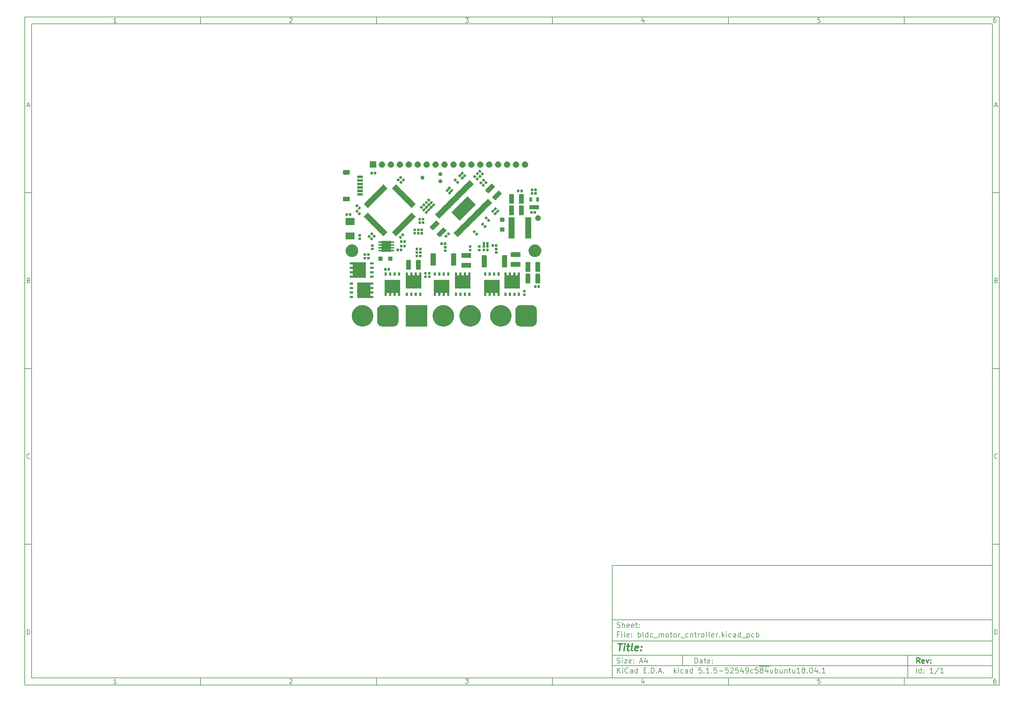
<source format=gbr>
G04 #@! TF.GenerationSoftware,KiCad,Pcbnew,5.1.5-52549c5~84~ubuntu18.04.1*
G04 #@! TF.CreationDate,2020-02-16T22:49:10+01:00*
G04 #@! TF.ProjectId,bldc_motor_cntroller,626c6463-5f6d-46f7-946f-725f636e7472,rev?*
G04 #@! TF.SameCoordinates,Original*
G04 #@! TF.FileFunction,Soldermask,Top*
G04 #@! TF.FilePolarity,Negative*
%FSLAX46Y46*%
G04 Gerber Fmt 4.6, Leading zero omitted, Abs format (unit mm)*
G04 Created by KiCad (PCBNEW 5.1.5-52549c5~84~ubuntu18.04.1) date 2020-02-16 22:49:10*
%MOMM*%
%LPD*%
G04 APERTURE LIST*
%ADD10C,0.100000*%
%ADD11C,0.150000*%
%ADD12C,0.300000*%
%ADD13C,0.400000*%
G04 APERTURE END LIST*
D10*
D11*
X177002200Y-166007200D02*
X177002200Y-198007200D01*
X285002200Y-198007200D01*
X285002200Y-166007200D01*
X177002200Y-166007200D01*
D10*
D11*
X10000000Y-10000000D02*
X10000000Y-200007200D01*
X287002200Y-200007200D01*
X287002200Y-10000000D01*
X10000000Y-10000000D01*
D10*
D11*
X12000000Y-12000000D02*
X12000000Y-198007200D01*
X285002200Y-198007200D01*
X285002200Y-12000000D01*
X12000000Y-12000000D01*
D10*
D11*
X60000000Y-12000000D02*
X60000000Y-10000000D01*
D10*
D11*
X110000000Y-12000000D02*
X110000000Y-10000000D01*
D10*
D11*
X160000000Y-12000000D02*
X160000000Y-10000000D01*
D10*
D11*
X210000000Y-12000000D02*
X210000000Y-10000000D01*
D10*
D11*
X260000000Y-12000000D02*
X260000000Y-10000000D01*
D10*
D11*
X36065476Y-11588095D02*
X35322619Y-11588095D01*
X35694047Y-11588095D02*
X35694047Y-10288095D01*
X35570238Y-10473809D01*
X35446428Y-10597619D01*
X35322619Y-10659523D01*
D10*
D11*
X85322619Y-10411904D02*
X85384523Y-10350000D01*
X85508333Y-10288095D01*
X85817857Y-10288095D01*
X85941666Y-10350000D01*
X86003571Y-10411904D01*
X86065476Y-10535714D01*
X86065476Y-10659523D01*
X86003571Y-10845238D01*
X85260714Y-11588095D01*
X86065476Y-11588095D01*
D10*
D11*
X135260714Y-10288095D02*
X136065476Y-10288095D01*
X135632142Y-10783333D01*
X135817857Y-10783333D01*
X135941666Y-10845238D01*
X136003571Y-10907142D01*
X136065476Y-11030952D01*
X136065476Y-11340476D01*
X136003571Y-11464285D01*
X135941666Y-11526190D01*
X135817857Y-11588095D01*
X135446428Y-11588095D01*
X135322619Y-11526190D01*
X135260714Y-11464285D01*
D10*
D11*
X185941666Y-10721428D02*
X185941666Y-11588095D01*
X185632142Y-10226190D02*
X185322619Y-11154761D01*
X186127380Y-11154761D01*
D10*
D11*
X236003571Y-10288095D02*
X235384523Y-10288095D01*
X235322619Y-10907142D01*
X235384523Y-10845238D01*
X235508333Y-10783333D01*
X235817857Y-10783333D01*
X235941666Y-10845238D01*
X236003571Y-10907142D01*
X236065476Y-11030952D01*
X236065476Y-11340476D01*
X236003571Y-11464285D01*
X235941666Y-11526190D01*
X235817857Y-11588095D01*
X235508333Y-11588095D01*
X235384523Y-11526190D01*
X235322619Y-11464285D01*
D10*
D11*
X285941666Y-10288095D02*
X285694047Y-10288095D01*
X285570238Y-10350000D01*
X285508333Y-10411904D01*
X285384523Y-10597619D01*
X285322619Y-10845238D01*
X285322619Y-11340476D01*
X285384523Y-11464285D01*
X285446428Y-11526190D01*
X285570238Y-11588095D01*
X285817857Y-11588095D01*
X285941666Y-11526190D01*
X286003571Y-11464285D01*
X286065476Y-11340476D01*
X286065476Y-11030952D01*
X286003571Y-10907142D01*
X285941666Y-10845238D01*
X285817857Y-10783333D01*
X285570238Y-10783333D01*
X285446428Y-10845238D01*
X285384523Y-10907142D01*
X285322619Y-11030952D01*
D10*
D11*
X60000000Y-198007200D02*
X60000000Y-200007200D01*
D10*
D11*
X110000000Y-198007200D02*
X110000000Y-200007200D01*
D10*
D11*
X160000000Y-198007200D02*
X160000000Y-200007200D01*
D10*
D11*
X210000000Y-198007200D02*
X210000000Y-200007200D01*
D10*
D11*
X260000000Y-198007200D02*
X260000000Y-200007200D01*
D10*
D11*
X36065476Y-199595295D02*
X35322619Y-199595295D01*
X35694047Y-199595295D02*
X35694047Y-198295295D01*
X35570238Y-198481009D01*
X35446428Y-198604819D01*
X35322619Y-198666723D01*
D10*
D11*
X85322619Y-198419104D02*
X85384523Y-198357200D01*
X85508333Y-198295295D01*
X85817857Y-198295295D01*
X85941666Y-198357200D01*
X86003571Y-198419104D01*
X86065476Y-198542914D01*
X86065476Y-198666723D01*
X86003571Y-198852438D01*
X85260714Y-199595295D01*
X86065476Y-199595295D01*
D10*
D11*
X135260714Y-198295295D02*
X136065476Y-198295295D01*
X135632142Y-198790533D01*
X135817857Y-198790533D01*
X135941666Y-198852438D01*
X136003571Y-198914342D01*
X136065476Y-199038152D01*
X136065476Y-199347676D01*
X136003571Y-199471485D01*
X135941666Y-199533390D01*
X135817857Y-199595295D01*
X135446428Y-199595295D01*
X135322619Y-199533390D01*
X135260714Y-199471485D01*
D10*
D11*
X185941666Y-198728628D02*
X185941666Y-199595295D01*
X185632142Y-198233390D02*
X185322619Y-199161961D01*
X186127380Y-199161961D01*
D10*
D11*
X236003571Y-198295295D02*
X235384523Y-198295295D01*
X235322619Y-198914342D01*
X235384523Y-198852438D01*
X235508333Y-198790533D01*
X235817857Y-198790533D01*
X235941666Y-198852438D01*
X236003571Y-198914342D01*
X236065476Y-199038152D01*
X236065476Y-199347676D01*
X236003571Y-199471485D01*
X235941666Y-199533390D01*
X235817857Y-199595295D01*
X235508333Y-199595295D01*
X235384523Y-199533390D01*
X235322619Y-199471485D01*
D10*
D11*
X285941666Y-198295295D02*
X285694047Y-198295295D01*
X285570238Y-198357200D01*
X285508333Y-198419104D01*
X285384523Y-198604819D01*
X285322619Y-198852438D01*
X285322619Y-199347676D01*
X285384523Y-199471485D01*
X285446428Y-199533390D01*
X285570238Y-199595295D01*
X285817857Y-199595295D01*
X285941666Y-199533390D01*
X286003571Y-199471485D01*
X286065476Y-199347676D01*
X286065476Y-199038152D01*
X286003571Y-198914342D01*
X285941666Y-198852438D01*
X285817857Y-198790533D01*
X285570238Y-198790533D01*
X285446428Y-198852438D01*
X285384523Y-198914342D01*
X285322619Y-199038152D01*
D10*
D11*
X10000000Y-60000000D02*
X12000000Y-60000000D01*
D10*
D11*
X10000000Y-110000000D02*
X12000000Y-110000000D01*
D10*
D11*
X10000000Y-160000000D02*
X12000000Y-160000000D01*
D10*
D11*
X10690476Y-35216666D02*
X11309523Y-35216666D01*
X10566666Y-35588095D02*
X11000000Y-34288095D01*
X11433333Y-35588095D01*
D10*
D11*
X11092857Y-84907142D02*
X11278571Y-84969047D01*
X11340476Y-85030952D01*
X11402380Y-85154761D01*
X11402380Y-85340476D01*
X11340476Y-85464285D01*
X11278571Y-85526190D01*
X11154761Y-85588095D01*
X10659523Y-85588095D01*
X10659523Y-84288095D01*
X11092857Y-84288095D01*
X11216666Y-84350000D01*
X11278571Y-84411904D01*
X11340476Y-84535714D01*
X11340476Y-84659523D01*
X11278571Y-84783333D01*
X11216666Y-84845238D01*
X11092857Y-84907142D01*
X10659523Y-84907142D01*
D10*
D11*
X11402380Y-135464285D02*
X11340476Y-135526190D01*
X11154761Y-135588095D01*
X11030952Y-135588095D01*
X10845238Y-135526190D01*
X10721428Y-135402380D01*
X10659523Y-135278571D01*
X10597619Y-135030952D01*
X10597619Y-134845238D01*
X10659523Y-134597619D01*
X10721428Y-134473809D01*
X10845238Y-134350000D01*
X11030952Y-134288095D01*
X11154761Y-134288095D01*
X11340476Y-134350000D01*
X11402380Y-134411904D01*
D10*
D11*
X10659523Y-185588095D02*
X10659523Y-184288095D01*
X10969047Y-184288095D01*
X11154761Y-184350000D01*
X11278571Y-184473809D01*
X11340476Y-184597619D01*
X11402380Y-184845238D01*
X11402380Y-185030952D01*
X11340476Y-185278571D01*
X11278571Y-185402380D01*
X11154761Y-185526190D01*
X10969047Y-185588095D01*
X10659523Y-185588095D01*
D10*
D11*
X287002200Y-60000000D02*
X285002200Y-60000000D01*
D10*
D11*
X287002200Y-110000000D02*
X285002200Y-110000000D01*
D10*
D11*
X287002200Y-160000000D02*
X285002200Y-160000000D01*
D10*
D11*
X285692676Y-35216666D02*
X286311723Y-35216666D01*
X285568866Y-35588095D02*
X286002200Y-34288095D01*
X286435533Y-35588095D01*
D10*
D11*
X286095057Y-84907142D02*
X286280771Y-84969047D01*
X286342676Y-85030952D01*
X286404580Y-85154761D01*
X286404580Y-85340476D01*
X286342676Y-85464285D01*
X286280771Y-85526190D01*
X286156961Y-85588095D01*
X285661723Y-85588095D01*
X285661723Y-84288095D01*
X286095057Y-84288095D01*
X286218866Y-84350000D01*
X286280771Y-84411904D01*
X286342676Y-84535714D01*
X286342676Y-84659523D01*
X286280771Y-84783333D01*
X286218866Y-84845238D01*
X286095057Y-84907142D01*
X285661723Y-84907142D01*
D10*
D11*
X286404580Y-135464285D02*
X286342676Y-135526190D01*
X286156961Y-135588095D01*
X286033152Y-135588095D01*
X285847438Y-135526190D01*
X285723628Y-135402380D01*
X285661723Y-135278571D01*
X285599819Y-135030952D01*
X285599819Y-134845238D01*
X285661723Y-134597619D01*
X285723628Y-134473809D01*
X285847438Y-134350000D01*
X286033152Y-134288095D01*
X286156961Y-134288095D01*
X286342676Y-134350000D01*
X286404580Y-134411904D01*
D10*
D11*
X285661723Y-185588095D02*
X285661723Y-184288095D01*
X285971247Y-184288095D01*
X286156961Y-184350000D01*
X286280771Y-184473809D01*
X286342676Y-184597619D01*
X286404580Y-184845238D01*
X286404580Y-185030952D01*
X286342676Y-185278571D01*
X286280771Y-185402380D01*
X286156961Y-185526190D01*
X285971247Y-185588095D01*
X285661723Y-185588095D01*
D10*
D11*
X200434342Y-193785771D02*
X200434342Y-192285771D01*
X200791485Y-192285771D01*
X201005771Y-192357200D01*
X201148628Y-192500057D01*
X201220057Y-192642914D01*
X201291485Y-192928628D01*
X201291485Y-193142914D01*
X201220057Y-193428628D01*
X201148628Y-193571485D01*
X201005771Y-193714342D01*
X200791485Y-193785771D01*
X200434342Y-193785771D01*
X202577200Y-193785771D02*
X202577200Y-193000057D01*
X202505771Y-192857200D01*
X202362914Y-192785771D01*
X202077200Y-192785771D01*
X201934342Y-192857200D01*
X202577200Y-193714342D02*
X202434342Y-193785771D01*
X202077200Y-193785771D01*
X201934342Y-193714342D01*
X201862914Y-193571485D01*
X201862914Y-193428628D01*
X201934342Y-193285771D01*
X202077200Y-193214342D01*
X202434342Y-193214342D01*
X202577200Y-193142914D01*
X203077200Y-192785771D02*
X203648628Y-192785771D01*
X203291485Y-192285771D02*
X203291485Y-193571485D01*
X203362914Y-193714342D01*
X203505771Y-193785771D01*
X203648628Y-193785771D01*
X204720057Y-193714342D02*
X204577200Y-193785771D01*
X204291485Y-193785771D01*
X204148628Y-193714342D01*
X204077200Y-193571485D01*
X204077200Y-193000057D01*
X204148628Y-192857200D01*
X204291485Y-192785771D01*
X204577200Y-192785771D01*
X204720057Y-192857200D01*
X204791485Y-193000057D01*
X204791485Y-193142914D01*
X204077200Y-193285771D01*
X205434342Y-193642914D02*
X205505771Y-193714342D01*
X205434342Y-193785771D01*
X205362914Y-193714342D01*
X205434342Y-193642914D01*
X205434342Y-193785771D01*
X205434342Y-192857200D02*
X205505771Y-192928628D01*
X205434342Y-193000057D01*
X205362914Y-192928628D01*
X205434342Y-192857200D01*
X205434342Y-193000057D01*
D10*
D11*
X177002200Y-194507200D02*
X285002200Y-194507200D01*
D10*
D11*
X178434342Y-196585771D02*
X178434342Y-195085771D01*
X179291485Y-196585771D02*
X178648628Y-195728628D01*
X179291485Y-195085771D02*
X178434342Y-195942914D01*
X179934342Y-196585771D02*
X179934342Y-195585771D01*
X179934342Y-195085771D02*
X179862914Y-195157200D01*
X179934342Y-195228628D01*
X180005771Y-195157200D01*
X179934342Y-195085771D01*
X179934342Y-195228628D01*
X181505771Y-196442914D02*
X181434342Y-196514342D01*
X181220057Y-196585771D01*
X181077200Y-196585771D01*
X180862914Y-196514342D01*
X180720057Y-196371485D01*
X180648628Y-196228628D01*
X180577200Y-195942914D01*
X180577200Y-195728628D01*
X180648628Y-195442914D01*
X180720057Y-195300057D01*
X180862914Y-195157200D01*
X181077200Y-195085771D01*
X181220057Y-195085771D01*
X181434342Y-195157200D01*
X181505771Y-195228628D01*
X182791485Y-196585771D02*
X182791485Y-195800057D01*
X182720057Y-195657200D01*
X182577200Y-195585771D01*
X182291485Y-195585771D01*
X182148628Y-195657200D01*
X182791485Y-196514342D02*
X182648628Y-196585771D01*
X182291485Y-196585771D01*
X182148628Y-196514342D01*
X182077200Y-196371485D01*
X182077200Y-196228628D01*
X182148628Y-196085771D01*
X182291485Y-196014342D01*
X182648628Y-196014342D01*
X182791485Y-195942914D01*
X184148628Y-196585771D02*
X184148628Y-195085771D01*
X184148628Y-196514342D02*
X184005771Y-196585771D01*
X183720057Y-196585771D01*
X183577200Y-196514342D01*
X183505771Y-196442914D01*
X183434342Y-196300057D01*
X183434342Y-195871485D01*
X183505771Y-195728628D01*
X183577200Y-195657200D01*
X183720057Y-195585771D01*
X184005771Y-195585771D01*
X184148628Y-195657200D01*
X186005771Y-195800057D02*
X186505771Y-195800057D01*
X186720057Y-196585771D02*
X186005771Y-196585771D01*
X186005771Y-195085771D01*
X186720057Y-195085771D01*
X187362914Y-196442914D02*
X187434342Y-196514342D01*
X187362914Y-196585771D01*
X187291485Y-196514342D01*
X187362914Y-196442914D01*
X187362914Y-196585771D01*
X188077200Y-196585771D02*
X188077200Y-195085771D01*
X188434342Y-195085771D01*
X188648628Y-195157200D01*
X188791485Y-195300057D01*
X188862914Y-195442914D01*
X188934342Y-195728628D01*
X188934342Y-195942914D01*
X188862914Y-196228628D01*
X188791485Y-196371485D01*
X188648628Y-196514342D01*
X188434342Y-196585771D01*
X188077200Y-196585771D01*
X189577200Y-196442914D02*
X189648628Y-196514342D01*
X189577200Y-196585771D01*
X189505771Y-196514342D01*
X189577200Y-196442914D01*
X189577200Y-196585771D01*
X190220057Y-196157200D02*
X190934342Y-196157200D01*
X190077200Y-196585771D02*
X190577200Y-195085771D01*
X191077200Y-196585771D01*
X191577200Y-196442914D02*
X191648628Y-196514342D01*
X191577200Y-196585771D01*
X191505771Y-196514342D01*
X191577200Y-196442914D01*
X191577200Y-196585771D01*
X194577200Y-196585771D02*
X194577200Y-195085771D01*
X194720057Y-196014342D02*
X195148628Y-196585771D01*
X195148628Y-195585771D02*
X194577200Y-196157200D01*
X195791485Y-196585771D02*
X195791485Y-195585771D01*
X195791485Y-195085771D02*
X195720057Y-195157200D01*
X195791485Y-195228628D01*
X195862914Y-195157200D01*
X195791485Y-195085771D01*
X195791485Y-195228628D01*
X197148628Y-196514342D02*
X197005771Y-196585771D01*
X196720057Y-196585771D01*
X196577200Y-196514342D01*
X196505771Y-196442914D01*
X196434342Y-196300057D01*
X196434342Y-195871485D01*
X196505771Y-195728628D01*
X196577200Y-195657200D01*
X196720057Y-195585771D01*
X197005771Y-195585771D01*
X197148628Y-195657200D01*
X198434342Y-196585771D02*
X198434342Y-195800057D01*
X198362914Y-195657200D01*
X198220057Y-195585771D01*
X197934342Y-195585771D01*
X197791485Y-195657200D01*
X198434342Y-196514342D02*
X198291485Y-196585771D01*
X197934342Y-196585771D01*
X197791485Y-196514342D01*
X197720057Y-196371485D01*
X197720057Y-196228628D01*
X197791485Y-196085771D01*
X197934342Y-196014342D01*
X198291485Y-196014342D01*
X198434342Y-195942914D01*
X199791485Y-196585771D02*
X199791485Y-195085771D01*
X199791485Y-196514342D02*
X199648628Y-196585771D01*
X199362914Y-196585771D01*
X199220057Y-196514342D01*
X199148628Y-196442914D01*
X199077200Y-196300057D01*
X199077200Y-195871485D01*
X199148628Y-195728628D01*
X199220057Y-195657200D01*
X199362914Y-195585771D01*
X199648628Y-195585771D01*
X199791485Y-195657200D01*
X202362914Y-195085771D02*
X201648628Y-195085771D01*
X201577200Y-195800057D01*
X201648628Y-195728628D01*
X201791485Y-195657200D01*
X202148628Y-195657200D01*
X202291485Y-195728628D01*
X202362914Y-195800057D01*
X202434342Y-195942914D01*
X202434342Y-196300057D01*
X202362914Y-196442914D01*
X202291485Y-196514342D01*
X202148628Y-196585771D01*
X201791485Y-196585771D01*
X201648628Y-196514342D01*
X201577200Y-196442914D01*
X203077200Y-196442914D02*
X203148628Y-196514342D01*
X203077200Y-196585771D01*
X203005771Y-196514342D01*
X203077200Y-196442914D01*
X203077200Y-196585771D01*
X204577200Y-196585771D02*
X203720057Y-196585771D01*
X204148628Y-196585771D02*
X204148628Y-195085771D01*
X204005771Y-195300057D01*
X203862914Y-195442914D01*
X203720057Y-195514342D01*
X205220057Y-196442914D02*
X205291485Y-196514342D01*
X205220057Y-196585771D01*
X205148628Y-196514342D01*
X205220057Y-196442914D01*
X205220057Y-196585771D01*
X206648628Y-195085771D02*
X205934342Y-195085771D01*
X205862914Y-195800057D01*
X205934342Y-195728628D01*
X206077200Y-195657200D01*
X206434342Y-195657200D01*
X206577200Y-195728628D01*
X206648628Y-195800057D01*
X206720057Y-195942914D01*
X206720057Y-196300057D01*
X206648628Y-196442914D01*
X206577200Y-196514342D01*
X206434342Y-196585771D01*
X206077200Y-196585771D01*
X205934342Y-196514342D01*
X205862914Y-196442914D01*
X207362914Y-196014342D02*
X208505771Y-196014342D01*
X209934342Y-195085771D02*
X209220057Y-195085771D01*
X209148628Y-195800057D01*
X209220057Y-195728628D01*
X209362914Y-195657200D01*
X209720057Y-195657200D01*
X209862914Y-195728628D01*
X209934342Y-195800057D01*
X210005771Y-195942914D01*
X210005771Y-196300057D01*
X209934342Y-196442914D01*
X209862914Y-196514342D01*
X209720057Y-196585771D01*
X209362914Y-196585771D01*
X209220057Y-196514342D01*
X209148628Y-196442914D01*
X210577200Y-195228628D02*
X210648628Y-195157200D01*
X210791485Y-195085771D01*
X211148628Y-195085771D01*
X211291485Y-195157200D01*
X211362914Y-195228628D01*
X211434342Y-195371485D01*
X211434342Y-195514342D01*
X211362914Y-195728628D01*
X210505771Y-196585771D01*
X211434342Y-196585771D01*
X212791485Y-195085771D02*
X212077200Y-195085771D01*
X212005771Y-195800057D01*
X212077200Y-195728628D01*
X212220057Y-195657200D01*
X212577200Y-195657200D01*
X212720057Y-195728628D01*
X212791485Y-195800057D01*
X212862914Y-195942914D01*
X212862914Y-196300057D01*
X212791485Y-196442914D01*
X212720057Y-196514342D01*
X212577200Y-196585771D01*
X212220057Y-196585771D01*
X212077200Y-196514342D01*
X212005771Y-196442914D01*
X214148628Y-195585771D02*
X214148628Y-196585771D01*
X213791485Y-195014342D02*
X213434342Y-196085771D01*
X214362914Y-196085771D01*
X215005771Y-196585771D02*
X215291485Y-196585771D01*
X215434342Y-196514342D01*
X215505771Y-196442914D01*
X215648628Y-196228628D01*
X215720057Y-195942914D01*
X215720057Y-195371485D01*
X215648628Y-195228628D01*
X215577200Y-195157200D01*
X215434342Y-195085771D01*
X215148628Y-195085771D01*
X215005771Y-195157200D01*
X214934342Y-195228628D01*
X214862914Y-195371485D01*
X214862914Y-195728628D01*
X214934342Y-195871485D01*
X215005771Y-195942914D01*
X215148628Y-196014342D01*
X215434342Y-196014342D01*
X215577200Y-195942914D01*
X215648628Y-195871485D01*
X215720057Y-195728628D01*
X217005771Y-196514342D02*
X216862914Y-196585771D01*
X216577200Y-196585771D01*
X216434342Y-196514342D01*
X216362914Y-196442914D01*
X216291485Y-196300057D01*
X216291485Y-195871485D01*
X216362914Y-195728628D01*
X216434342Y-195657200D01*
X216577200Y-195585771D01*
X216862914Y-195585771D01*
X217005771Y-195657200D01*
X218362914Y-195085771D02*
X217648628Y-195085771D01*
X217577200Y-195800057D01*
X217648628Y-195728628D01*
X217791485Y-195657200D01*
X218148628Y-195657200D01*
X218291485Y-195728628D01*
X218362914Y-195800057D01*
X218434342Y-195942914D01*
X218434342Y-196300057D01*
X218362914Y-196442914D01*
X218291485Y-196514342D01*
X218148628Y-196585771D01*
X217791485Y-196585771D01*
X217648628Y-196514342D01*
X217577200Y-196442914D01*
X218720057Y-194677200D02*
X220148628Y-194677200D01*
X219291485Y-195728628D02*
X219148628Y-195657200D01*
X219077200Y-195585771D01*
X219005771Y-195442914D01*
X219005771Y-195371485D01*
X219077200Y-195228628D01*
X219148628Y-195157200D01*
X219291485Y-195085771D01*
X219577200Y-195085771D01*
X219720057Y-195157200D01*
X219791485Y-195228628D01*
X219862914Y-195371485D01*
X219862914Y-195442914D01*
X219791485Y-195585771D01*
X219720057Y-195657200D01*
X219577200Y-195728628D01*
X219291485Y-195728628D01*
X219148628Y-195800057D01*
X219077200Y-195871485D01*
X219005771Y-196014342D01*
X219005771Y-196300057D01*
X219077200Y-196442914D01*
X219148628Y-196514342D01*
X219291485Y-196585771D01*
X219577200Y-196585771D01*
X219720057Y-196514342D01*
X219791485Y-196442914D01*
X219862914Y-196300057D01*
X219862914Y-196014342D01*
X219791485Y-195871485D01*
X219720057Y-195800057D01*
X219577200Y-195728628D01*
X220148628Y-194677200D02*
X221577199Y-194677200D01*
X221148628Y-195585771D02*
X221148628Y-196585771D01*
X220791485Y-195014342D02*
X220434342Y-196085771D01*
X221362914Y-196085771D01*
X222577199Y-195585771D02*
X222577199Y-196585771D01*
X221934342Y-195585771D02*
X221934342Y-196371485D01*
X222005771Y-196514342D01*
X222148628Y-196585771D01*
X222362914Y-196585771D01*
X222505771Y-196514342D01*
X222577199Y-196442914D01*
X223291485Y-196585771D02*
X223291485Y-195085771D01*
X223291485Y-195657200D02*
X223434342Y-195585771D01*
X223720057Y-195585771D01*
X223862914Y-195657200D01*
X223934342Y-195728628D01*
X224005771Y-195871485D01*
X224005771Y-196300057D01*
X223934342Y-196442914D01*
X223862914Y-196514342D01*
X223720057Y-196585771D01*
X223434342Y-196585771D01*
X223291485Y-196514342D01*
X225291485Y-195585771D02*
X225291485Y-196585771D01*
X224648628Y-195585771D02*
X224648628Y-196371485D01*
X224720057Y-196514342D01*
X224862914Y-196585771D01*
X225077199Y-196585771D01*
X225220057Y-196514342D01*
X225291485Y-196442914D01*
X226005771Y-195585771D02*
X226005771Y-196585771D01*
X226005771Y-195728628D02*
X226077199Y-195657200D01*
X226220057Y-195585771D01*
X226434342Y-195585771D01*
X226577199Y-195657200D01*
X226648628Y-195800057D01*
X226648628Y-196585771D01*
X227148628Y-195585771D02*
X227720057Y-195585771D01*
X227362914Y-195085771D02*
X227362914Y-196371485D01*
X227434342Y-196514342D01*
X227577200Y-196585771D01*
X227720057Y-196585771D01*
X228862914Y-195585771D02*
X228862914Y-196585771D01*
X228220057Y-195585771D02*
X228220057Y-196371485D01*
X228291485Y-196514342D01*
X228434342Y-196585771D01*
X228648628Y-196585771D01*
X228791485Y-196514342D01*
X228862914Y-196442914D01*
X230362914Y-196585771D02*
X229505771Y-196585771D01*
X229934342Y-196585771D02*
X229934342Y-195085771D01*
X229791485Y-195300057D01*
X229648628Y-195442914D01*
X229505771Y-195514342D01*
X231220057Y-195728628D02*
X231077199Y-195657200D01*
X231005771Y-195585771D01*
X230934342Y-195442914D01*
X230934342Y-195371485D01*
X231005771Y-195228628D01*
X231077199Y-195157200D01*
X231220057Y-195085771D01*
X231505771Y-195085771D01*
X231648628Y-195157200D01*
X231720057Y-195228628D01*
X231791485Y-195371485D01*
X231791485Y-195442914D01*
X231720057Y-195585771D01*
X231648628Y-195657200D01*
X231505771Y-195728628D01*
X231220057Y-195728628D01*
X231077199Y-195800057D01*
X231005771Y-195871485D01*
X230934342Y-196014342D01*
X230934342Y-196300057D01*
X231005771Y-196442914D01*
X231077199Y-196514342D01*
X231220057Y-196585771D01*
X231505771Y-196585771D01*
X231648628Y-196514342D01*
X231720057Y-196442914D01*
X231791485Y-196300057D01*
X231791485Y-196014342D01*
X231720057Y-195871485D01*
X231648628Y-195800057D01*
X231505771Y-195728628D01*
X232434342Y-196442914D02*
X232505771Y-196514342D01*
X232434342Y-196585771D01*
X232362914Y-196514342D01*
X232434342Y-196442914D01*
X232434342Y-196585771D01*
X233434342Y-195085771D02*
X233577199Y-195085771D01*
X233720057Y-195157200D01*
X233791485Y-195228628D01*
X233862914Y-195371485D01*
X233934342Y-195657200D01*
X233934342Y-196014342D01*
X233862914Y-196300057D01*
X233791485Y-196442914D01*
X233720057Y-196514342D01*
X233577199Y-196585771D01*
X233434342Y-196585771D01*
X233291485Y-196514342D01*
X233220057Y-196442914D01*
X233148628Y-196300057D01*
X233077199Y-196014342D01*
X233077199Y-195657200D01*
X233148628Y-195371485D01*
X233220057Y-195228628D01*
X233291485Y-195157200D01*
X233434342Y-195085771D01*
X235220057Y-195585771D02*
X235220057Y-196585771D01*
X234862914Y-195014342D02*
X234505771Y-196085771D01*
X235434342Y-196085771D01*
X236005771Y-196442914D02*
X236077199Y-196514342D01*
X236005771Y-196585771D01*
X235934342Y-196514342D01*
X236005771Y-196442914D01*
X236005771Y-196585771D01*
X237505771Y-196585771D02*
X236648628Y-196585771D01*
X237077199Y-196585771D02*
X237077199Y-195085771D01*
X236934342Y-195300057D01*
X236791485Y-195442914D01*
X236648628Y-195514342D01*
D10*
D11*
X177002200Y-191507200D02*
X285002200Y-191507200D01*
D10*
D12*
X264411485Y-193785771D02*
X263911485Y-193071485D01*
X263554342Y-193785771D02*
X263554342Y-192285771D01*
X264125771Y-192285771D01*
X264268628Y-192357200D01*
X264340057Y-192428628D01*
X264411485Y-192571485D01*
X264411485Y-192785771D01*
X264340057Y-192928628D01*
X264268628Y-193000057D01*
X264125771Y-193071485D01*
X263554342Y-193071485D01*
X265625771Y-193714342D02*
X265482914Y-193785771D01*
X265197200Y-193785771D01*
X265054342Y-193714342D01*
X264982914Y-193571485D01*
X264982914Y-193000057D01*
X265054342Y-192857200D01*
X265197200Y-192785771D01*
X265482914Y-192785771D01*
X265625771Y-192857200D01*
X265697200Y-193000057D01*
X265697200Y-193142914D01*
X264982914Y-193285771D01*
X266197200Y-192785771D02*
X266554342Y-193785771D01*
X266911485Y-192785771D01*
X267482914Y-193642914D02*
X267554342Y-193714342D01*
X267482914Y-193785771D01*
X267411485Y-193714342D01*
X267482914Y-193642914D01*
X267482914Y-193785771D01*
X267482914Y-192857200D02*
X267554342Y-192928628D01*
X267482914Y-193000057D01*
X267411485Y-192928628D01*
X267482914Y-192857200D01*
X267482914Y-193000057D01*
D10*
D11*
X178362914Y-193714342D02*
X178577200Y-193785771D01*
X178934342Y-193785771D01*
X179077200Y-193714342D01*
X179148628Y-193642914D01*
X179220057Y-193500057D01*
X179220057Y-193357200D01*
X179148628Y-193214342D01*
X179077200Y-193142914D01*
X178934342Y-193071485D01*
X178648628Y-193000057D01*
X178505771Y-192928628D01*
X178434342Y-192857200D01*
X178362914Y-192714342D01*
X178362914Y-192571485D01*
X178434342Y-192428628D01*
X178505771Y-192357200D01*
X178648628Y-192285771D01*
X179005771Y-192285771D01*
X179220057Y-192357200D01*
X179862914Y-193785771D02*
X179862914Y-192785771D01*
X179862914Y-192285771D02*
X179791485Y-192357200D01*
X179862914Y-192428628D01*
X179934342Y-192357200D01*
X179862914Y-192285771D01*
X179862914Y-192428628D01*
X180434342Y-192785771D02*
X181220057Y-192785771D01*
X180434342Y-193785771D01*
X181220057Y-193785771D01*
X182362914Y-193714342D02*
X182220057Y-193785771D01*
X181934342Y-193785771D01*
X181791485Y-193714342D01*
X181720057Y-193571485D01*
X181720057Y-193000057D01*
X181791485Y-192857200D01*
X181934342Y-192785771D01*
X182220057Y-192785771D01*
X182362914Y-192857200D01*
X182434342Y-193000057D01*
X182434342Y-193142914D01*
X181720057Y-193285771D01*
X183077200Y-193642914D02*
X183148628Y-193714342D01*
X183077200Y-193785771D01*
X183005771Y-193714342D01*
X183077200Y-193642914D01*
X183077200Y-193785771D01*
X183077200Y-192857200D02*
X183148628Y-192928628D01*
X183077200Y-193000057D01*
X183005771Y-192928628D01*
X183077200Y-192857200D01*
X183077200Y-193000057D01*
X184862914Y-193357200D02*
X185577200Y-193357200D01*
X184720057Y-193785771D02*
X185220057Y-192285771D01*
X185720057Y-193785771D01*
X186862914Y-192785771D02*
X186862914Y-193785771D01*
X186505771Y-192214342D02*
X186148628Y-193285771D01*
X187077200Y-193285771D01*
D10*
D11*
X263434342Y-196585771D02*
X263434342Y-195085771D01*
X264791485Y-196585771D02*
X264791485Y-195085771D01*
X264791485Y-196514342D02*
X264648628Y-196585771D01*
X264362914Y-196585771D01*
X264220057Y-196514342D01*
X264148628Y-196442914D01*
X264077200Y-196300057D01*
X264077200Y-195871485D01*
X264148628Y-195728628D01*
X264220057Y-195657200D01*
X264362914Y-195585771D01*
X264648628Y-195585771D01*
X264791485Y-195657200D01*
X265505771Y-196442914D02*
X265577200Y-196514342D01*
X265505771Y-196585771D01*
X265434342Y-196514342D01*
X265505771Y-196442914D01*
X265505771Y-196585771D01*
X265505771Y-195657200D02*
X265577200Y-195728628D01*
X265505771Y-195800057D01*
X265434342Y-195728628D01*
X265505771Y-195657200D01*
X265505771Y-195800057D01*
X268148628Y-196585771D02*
X267291485Y-196585771D01*
X267720057Y-196585771D02*
X267720057Y-195085771D01*
X267577200Y-195300057D01*
X267434342Y-195442914D01*
X267291485Y-195514342D01*
X269862914Y-195014342D02*
X268577200Y-196942914D01*
X271148628Y-196585771D02*
X270291485Y-196585771D01*
X270720057Y-196585771D02*
X270720057Y-195085771D01*
X270577200Y-195300057D01*
X270434342Y-195442914D01*
X270291485Y-195514342D01*
D10*
D11*
X177002200Y-187507200D02*
X285002200Y-187507200D01*
D10*
D13*
X178714580Y-188211961D02*
X179857438Y-188211961D01*
X179036009Y-190211961D02*
X179286009Y-188211961D01*
X180274104Y-190211961D02*
X180440771Y-188878628D01*
X180524104Y-188211961D02*
X180416961Y-188307200D01*
X180500295Y-188402438D01*
X180607438Y-188307200D01*
X180524104Y-188211961D01*
X180500295Y-188402438D01*
X181107438Y-188878628D02*
X181869342Y-188878628D01*
X181476485Y-188211961D02*
X181262200Y-189926247D01*
X181333628Y-190116723D01*
X181512200Y-190211961D01*
X181702676Y-190211961D01*
X182655057Y-190211961D02*
X182476485Y-190116723D01*
X182405057Y-189926247D01*
X182619342Y-188211961D01*
X184190771Y-190116723D02*
X183988390Y-190211961D01*
X183607438Y-190211961D01*
X183428866Y-190116723D01*
X183357438Y-189926247D01*
X183452676Y-189164342D01*
X183571723Y-188973866D01*
X183774104Y-188878628D01*
X184155057Y-188878628D01*
X184333628Y-188973866D01*
X184405057Y-189164342D01*
X184381247Y-189354819D01*
X183405057Y-189545295D01*
X185155057Y-190021485D02*
X185238390Y-190116723D01*
X185131247Y-190211961D01*
X185047914Y-190116723D01*
X185155057Y-190021485D01*
X185131247Y-190211961D01*
X185286009Y-188973866D02*
X185369342Y-189069104D01*
X185262200Y-189164342D01*
X185178866Y-189069104D01*
X185286009Y-188973866D01*
X185262200Y-189164342D01*
D10*
D11*
X178934342Y-185600057D02*
X178434342Y-185600057D01*
X178434342Y-186385771D02*
X178434342Y-184885771D01*
X179148628Y-184885771D01*
X179720057Y-186385771D02*
X179720057Y-185385771D01*
X179720057Y-184885771D02*
X179648628Y-184957200D01*
X179720057Y-185028628D01*
X179791485Y-184957200D01*
X179720057Y-184885771D01*
X179720057Y-185028628D01*
X180648628Y-186385771D02*
X180505771Y-186314342D01*
X180434342Y-186171485D01*
X180434342Y-184885771D01*
X181791485Y-186314342D02*
X181648628Y-186385771D01*
X181362914Y-186385771D01*
X181220057Y-186314342D01*
X181148628Y-186171485D01*
X181148628Y-185600057D01*
X181220057Y-185457200D01*
X181362914Y-185385771D01*
X181648628Y-185385771D01*
X181791485Y-185457200D01*
X181862914Y-185600057D01*
X181862914Y-185742914D01*
X181148628Y-185885771D01*
X182505771Y-186242914D02*
X182577200Y-186314342D01*
X182505771Y-186385771D01*
X182434342Y-186314342D01*
X182505771Y-186242914D01*
X182505771Y-186385771D01*
X182505771Y-185457200D02*
X182577200Y-185528628D01*
X182505771Y-185600057D01*
X182434342Y-185528628D01*
X182505771Y-185457200D01*
X182505771Y-185600057D01*
X184362914Y-186385771D02*
X184362914Y-184885771D01*
X184362914Y-185457200D02*
X184505771Y-185385771D01*
X184791485Y-185385771D01*
X184934342Y-185457200D01*
X185005771Y-185528628D01*
X185077200Y-185671485D01*
X185077200Y-186100057D01*
X185005771Y-186242914D01*
X184934342Y-186314342D01*
X184791485Y-186385771D01*
X184505771Y-186385771D01*
X184362914Y-186314342D01*
X185934342Y-186385771D02*
X185791485Y-186314342D01*
X185720057Y-186171485D01*
X185720057Y-184885771D01*
X187148628Y-186385771D02*
X187148628Y-184885771D01*
X187148628Y-186314342D02*
X187005771Y-186385771D01*
X186720057Y-186385771D01*
X186577200Y-186314342D01*
X186505771Y-186242914D01*
X186434342Y-186100057D01*
X186434342Y-185671485D01*
X186505771Y-185528628D01*
X186577200Y-185457200D01*
X186720057Y-185385771D01*
X187005771Y-185385771D01*
X187148628Y-185457200D01*
X188505771Y-186314342D02*
X188362914Y-186385771D01*
X188077200Y-186385771D01*
X187934342Y-186314342D01*
X187862914Y-186242914D01*
X187791485Y-186100057D01*
X187791485Y-185671485D01*
X187862914Y-185528628D01*
X187934342Y-185457200D01*
X188077200Y-185385771D01*
X188362914Y-185385771D01*
X188505771Y-185457200D01*
X188791485Y-186528628D02*
X189934342Y-186528628D01*
X190291485Y-186385771D02*
X190291485Y-185385771D01*
X190291485Y-185528628D02*
X190362914Y-185457200D01*
X190505771Y-185385771D01*
X190720057Y-185385771D01*
X190862914Y-185457200D01*
X190934342Y-185600057D01*
X190934342Y-186385771D01*
X190934342Y-185600057D02*
X191005771Y-185457200D01*
X191148628Y-185385771D01*
X191362914Y-185385771D01*
X191505771Y-185457200D01*
X191577200Y-185600057D01*
X191577200Y-186385771D01*
X192505771Y-186385771D02*
X192362914Y-186314342D01*
X192291485Y-186242914D01*
X192220057Y-186100057D01*
X192220057Y-185671485D01*
X192291485Y-185528628D01*
X192362914Y-185457200D01*
X192505771Y-185385771D01*
X192720057Y-185385771D01*
X192862914Y-185457200D01*
X192934342Y-185528628D01*
X193005771Y-185671485D01*
X193005771Y-186100057D01*
X192934342Y-186242914D01*
X192862914Y-186314342D01*
X192720057Y-186385771D01*
X192505771Y-186385771D01*
X193434342Y-185385771D02*
X194005771Y-185385771D01*
X193648628Y-184885771D02*
X193648628Y-186171485D01*
X193720057Y-186314342D01*
X193862914Y-186385771D01*
X194005771Y-186385771D01*
X194720057Y-186385771D02*
X194577200Y-186314342D01*
X194505771Y-186242914D01*
X194434342Y-186100057D01*
X194434342Y-185671485D01*
X194505771Y-185528628D01*
X194577200Y-185457200D01*
X194720057Y-185385771D01*
X194934342Y-185385771D01*
X195077200Y-185457200D01*
X195148628Y-185528628D01*
X195220057Y-185671485D01*
X195220057Y-186100057D01*
X195148628Y-186242914D01*
X195077200Y-186314342D01*
X194934342Y-186385771D01*
X194720057Y-186385771D01*
X195862914Y-186385771D02*
X195862914Y-185385771D01*
X195862914Y-185671485D02*
X195934342Y-185528628D01*
X196005771Y-185457200D01*
X196148628Y-185385771D01*
X196291485Y-185385771D01*
X196434342Y-186528628D02*
X197577200Y-186528628D01*
X198577200Y-186314342D02*
X198434342Y-186385771D01*
X198148628Y-186385771D01*
X198005771Y-186314342D01*
X197934342Y-186242914D01*
X197862914Y-186100057D01*
X197862914Y-185671485D01*
X197934342Y-185528628D01*
X198005771Y-185457200D01*
X198148628Y-185385771D01*
X198434342Y-185385771D01*
X198577200Y-185457200D01*
X199220057Y-185385771D02*
X199220057Y-186385771D01*
X199220057Y-185528628D02*
X199291485Y-185457200D01*
X199434342Y-185385771D01*
X199648628Y-185385771D01*
X199791485Y-185457200D01*
X199862914Y-185600057D01*
X199862914Y-186385771D01*
X200362914Y-185385771D02*
X200934342Y-185385771D01*
X200577200Y-184885771D02*
X200577200Y-186171485D01*
X200648628Y-186314342D01*
X200791485Y-186385771D01*
X200934342Y-186385771D01*
X201434342Y-186385771D02*
X201434342Y-185385771D01*
X201434342Y-185671485D02*
X201505771Y-185528628D01*
X201577200Y-185457200D01*
X201720057Y-185385771D01*
X201862914Y-185385771D01*
X202577200Y-186385771D02*
X202434342Y-186314342D01*
X202362914Y-186242914D01*
X202291485Y-186100057D01*
X202291485Y-185671485D01*
X202362914Y-185528628D01*
X202434342Y-185457200D01*
X202577200Y-185385771D01*
X202791485Y-185385771D01*
X202934342Y-185457200D01*
X203005771Y-185528628D01*
X203077200Y-185671485D01*
X203077200Y-186100057D01*
X203005771Y-186242914D01*
X202934342Y-186314342D01*
X202791485Y-186385771D01*
X202577200Y-186385771D01*
X203934342Y-186385771D02*
X203791485Y-186314342D01*
X203720057Y-186171485D01*
X203720057Y-184885771D01*
X204720057Y-186385771D02*
X204577200Y-186314342D01*
X204505771Y-186171485D01*
X204505771Y-184885771D01*
X205862914Y-186314342D02*
X205720057Y-186385771D01*
X205434342Y-186385771D01*
X205291485Y-186314342D01*
X205220057Y-186171485D01*
X205220057Y-185600057D01*
X205291485Y-185457200D01*
X205434342Y-185385771D01*
X205720057Y-185385771D01*
X205862914Y-185457200D01*
X205934342Y-185600057D01*
X205934342Y-185742914D01*
X205220057Y-185885771D01*
X206577200Y-186385771D02*
X206577200Y-185385771D01*
X206577200Y-185671485D02*
X206648628Y-185528628D01*
X206720057Y-185457200D01*
X206862914Y-185385771D01*
X207005771Y-185385771D01*
X207505771Y-186242914D02*
X207577200Y-186314342D01*
X207505771Y-186385771D01*
X207434342Y-186314342D01*
X207505771Y-186242914D01*
X207505771Y-186385771D01*
X208220057Y-186385771D02*
X208220057Y-184885771D01*
X208362914Y-185814342D02*
X208791485Y-186385771D01*
X208791485Y-185385771D02*
X208220057Y-185957200D01*
X209434342Y-186385771D02*
X209434342Y-185385771D01*
X209434342Y-184885771D02*
X209362914Y-184957200D01*
X209434342Y-185028628D01*
X209505771Y-184957200D01*
X209434342Y-184885771D01*
X209434342Y-185028628D01*
X210791485Y-186314342D02*
X210648628Y-186385771D01*
X210362914Y-186385771D01*
X210220057Y-186314342D01*
X210148628Y-186242914D01*
X210077200Y-186100057D01*
X210077200Y-185671485D01*
X210148628Y-185528628D01*
X210220057Y-185457200D01*
X210362914Y-185385771D01*
X210648628Y-185385771D01*
X210791485Y-185457200D01*
X212077200Y-186385771D02*
X212077200Y-185600057D01*
X212005771Y-185457200D01*
X211862914Y-185385771D01*
X211577200Y-185385771D01*
X211434342Y-185457200D01*
X212077200Y-186314342D02*
X211934342Y-186385771D01*
X211577200Y-186385771D01*
X211434342Y-186314342D01*
X211362914Y-186171485D01*
X211362914Y-186028628D01*
X211434342Y-185885771D01*
X211577200Y-185814342D01*
X211934342Y-185814342D01*
X212077200Y-185742914D01*
X213434342Y-186385771D02*
X213434342Y-184885771D01*
X213434342Y-186314342D02*
X213291485Y-186385771D01*
X213005771Y-186385771D01*
X212862914Y-186314342D01*
X212791485Y-186242914D01*
X212720057Y-186100057D01*
X212720057Y-185671485D01*
X212791485Y-185528628D01*
X212862914Y-185457200D01*
X213005771Y-185385771D01*
X213291485Y-185385771D01*
X213434342Y-185457200D01*
X213791485Y-186528628D02*
X214934342Y-186528628D01*
X215291485Y-185385771D02*
X215291485Y-186885771D01*
X215291485Y-185457200D02*
X215434342Y-185385771D01*
X215720057Y-185385771D01*
X215862914Y-185457200D01*
X215934342Y-185528628D01*
X216005771Y-185671485D01*
X216005771Y-186100057D01*
X215934342Y-186242914D01*
X215862914Y-186314342D01*
X215720057Y-186385771D01*
X215434342Y-186385771D01*
X215291485Y-186314342D01*
X217291485Y-186314342D02*
X217148628Y-186385771D01*
X216862914Y-186385771D01*
X216720057Y-186314342D01*
X216648628Y-186242914D01*
X216577200Y-186100057D01*
X216577200Y-185671485D01*
X216648628Y-185528628D01*
X216720057Y-185457200D01*
X216862914Y-185385771D01*
X217148628Y-185385771D01*
X217291485Y-185457200D01*
X217934342Y-186385771D02*
X217934342Y-184885771D01*
X217934342Y-185457200D02*
X218077200Y-185385771D01*
X218362914Y-185385771D01*
X218505771Y-185457200D01*
X218577200Y-185528628D01*
X218648628Y-185671485D01*
X218648628Y-186100057D01*
X218577200Y-186242914D01*
X218505771Y-186314342D01*
X218362914Y-186385771D01*
X218077200Y-186385771D01*
X217934342Y-186314342D01*
D10*
D11*
X177002200Y-181507200D02*
X285002200Y-181507200D01*
D10*
D11*
X178362914Y-183614342D02*
X178577200Y-183685771D01*
X178934342Y-183685771D01*
X179077200Y-183614342D01*
X179148628Y-183542914D01*
X179220057Y-183400057D01*
X179220057Y-183257200D01*
X179148628Y-183114342D01*
X179077200Y-183042914D01*
X178934342Y-182971485D01*
X178648628Y-182900057D01*
X178505771Y-182828628D01*
X178434342Y-182757200D01*
X178362914Y-182614342D01*
X178362914Y-182471485D01*
X178434342Y-182328628D01*
X178505771Y-182257200D01*
X178648628Y-182185771D01*
X179005771Y-182185771D01*
X179220057Y-182257200D01*
X179862914Y-183685771D02*
X179862914Y-182185771D01*
X180505771Y-183685771D02*
X180505771Y-182900057D01*
X180434342Y-182757200D01*
X180291485Y-182685771D01*
X180077200Y-182685771D01*
X179934342Y-182757200D01*
X179862914Y-182828628D01*
X181791485Y-183614342D02*
X181648628Y-183685771D01*
X181362914Y-183685771D01*
X181220057Y-183614342D01*
X181148628Y-183471485D01*
X181148628Y-182900057D01*
X181220057Y-182757200D01*
X181362914Y-182685771D01*
X181648628Y-182685771D01*
X181791485Y-182757200D01*
X181862914Y-182900057D01*
X181862914Y-183042914D01*
X181148628Y-183185771D01*
X183077200Y-183614342D02*
X182934342Y-183685771D01*
X182648628Y-183685771D01*
X182505771Y-183614342D01*
X182434342Y-183471485D01*
X182434342Y-182900057D01*
X182505771Y-182757200D01*
X182648628Y-182685771D01*
X182934342Y-182685771D01*
X183077200Y-182757200D01*
X183148628Y-182900057D01*
X183148628Y-183042914D01*
X182434342Y-183185771D01*
X183577200Y-182685771D02*
X184148628Y-182685771D01*
X183791485Y-182185771D02*
X183791485Y-183471485D01*
X183862914Y-183614342D01*
X184005771Y-183685771D01*
X184148628Y-183685771D01*
X184648628Y-183542914D02*
X184720057Y-183614342D01*
X184648628Y-183685771D01*
X184577200Y-183614342D01*
X184648628Y-183542914D01*
X184648628Y-183685771D01*
X184648628Y-182757200D02*
X184720057Y-182828628D01*
X184648628Y-182900057D01*
X184577200Y-182828628D01*
X184648628Y-182757200D01*
X184648628Y-182900057D01*
D10*
D11*
X197002200Y-191507200D02*
X197002200Y-194507200D01*
D10*
D11*
X261002200Y-191507200D02*
X261002200Y-198007200D01*
D10*
G36*
X115073297Y-91977704D02*
G01*
X115347637Y-92060924D01*
X115600462Y-92196062D01*
X115822070Y-92377930D01*
X116003938Y-92599538D01*
X116139076Y-92852363D01*
X116222296Y-93126703D01*
X116251000Y-93418140D01*
X116251000Y-96581860D01*
X116222296Y-96873297D01*
X116139076Y-97147637D01*
X116003938Y-97400462D01*
X115822070Y-97622070D01*
X115600462Y-97803938D01*
X115347637Y-97939076D01*
X115073297Y-98022296D01*
X114781860Y-98051000D01*
X111618140Y-98051000D01*
X111326703Y-98022296D01*
X111052363Y-97939076D01*
X110799538Y-97803938D01*
X110577930Y-97622070D01*
X110396062Y-97400462D01*
X110260924Y-97147637D01*
X110177704Y-96873297D01*
X110149000Y-96581860D01*
X110149000Y-93418140D01*
X110177704Y-93126703D01*
X110260924Y-92852363D01*
X110396062Y-92599538D01*
X110577930Y-92377930D01*
X110799538Y-92196062D01*
X111052363Y-92060924D01*
X111326703Y-91977704D01*
X111618140Y-91949000D01*
X114781860Y-91949000D01*
X115073297Y-91977704D01*
G37*
G36*
X146189943Y-92066248D02*
G01*
X146745189Y-92296238D01*
X146867449Y-92377930D01*
X147244899Y-92630134D01*
X147669866Y-93055101D01*
X147669867Y-93055103D01*
X148003762Y-93554811D01*
X148233752Y-94110057D01*
X148351000Y-94699501D01*
X148351000Y-95300499D01*
X148233752Y-95889943D01*
X148003762Y-96445189D01*
X148003761Y-96445190D01*
X147669866Y-96944899D01*
X147244899Y-97369866D01*
X146993347Y-97537948D01*
X146745189Y-97703762D01*
X146189943Y-97933752D01*
X145600499Y-98051000D01*
X144999501Y-98051000D01*
X144410057Y-97933752D01*
X143854811Y-97703762D01*
X143606653Y-97537948D01*
X143355101Y-97369866D01*
X142930134Y-96944899D01*
X142596239Y-96445190D01*
X142596238Y-96445189D01*
X142366248Y-95889943D01*
X142249000Y-95300499D01*
X142249000Y-94699501D01*
X142366248Y-94110057D01*
X142596238Y-93554811D01*
X142930133Y-93055103D01*
X142930134Y-93055101D01*
X143355101Y-92630134D01*
X143732551Y-92377930D01*
X143854811Y-92296238D01*
X144410057Y-92066248D01*
X144999501Y-91949000D01*
X145600499Y-91949000D01*
X146189943Y-92066248D01*
G37*
G36*
X154373297Y-91977704D02*
G01*
X154647637Y-92060924D01*
X154900462Y-92196062D01*
X155122070Y-92377930D01*
X155303938Y-92599538D01*
X155439076Y-92852363D01*
X155522296Y-93126703D01*
X155551000Y-93418140D01*
X155551000Y-96581860D01*
X155522296Y-96873297D01*
X155439076Y-97147637D01*
X155303938Y-97400462D01*
X155122070Y-97622070D01*
X154900462Y-97803938D01*
X154647637Y-97939076D01*
X154373297Y-98022296D01*
X154081860Y-98051000D01*
X150918140Y-98051000D01*
X150626703Y-98022296D01*
X150352363Y-97939076D01*
X150099538Y-97803938D01*
X149877930Y-97622070D01*
X149696062Y-97400462D01*
X149560924Y-97147637D01*
X149477704Y-96873297D01*
X149449000Y-96581860D01*
X149449000Y-93418140D01*
X149477704Y-93126703D01*
X149560924Y-92852363D01*
X149696062Y-92599538D01*
X149877930Y-92377930D01*
X150099538Y-92196062D01*
X150352363Y-92060924D01*
X150626703Y-91977704D01*
X150918140Y-91949000D01*
X154081860Y-91949000D01*
X154373297Y-91977704D01*
G37*
G36*
X106889943Y-92066248D02*
G01*
X107445189Y-92296238D01*
X107567449Y-92377930D01*
X107944899Y-92630134D01*
X108369866Y-93055101D01*
X108369867Y-93055103D01*
X108703762Y-93554811D01*
X108933752Y-94110057D01*
X109051000Y-94699501D01*
X109051000Y-95300499D01*
X108933752Y-95889943D01*
X108703762Y-96445189D01*
X108703761Y-96445190D01*
X108369866Y-96944899D01*
X107944899Y-97369866D01*
X107693347Y-97537948D01*
X107445189Y-97703762D01*
X106889943Y-97933752D01*
X106300499Y-98051000D01*
X105699501Y-98051000D01*
X105110057Y-97933752D01*
X104554811Y-97703762D01*
X104306653Y-97537948D01*
X104055101Y-97369866D01*
X103630134Y-96944899D01*
X103296239Y-96445190D01*
X103296238Y-96445189D01*
X103066248Y-95889943D01*
X102949000Y-95300499D01*
X102949000Y-94699501D01*
X103066248Y-94110057D01*
X103296238Y-93554811D01*
X103630133Y-93055103D01*
X103630134Y-93055101D01*
X104055101Y-92630134D01*
X104432551Y-92377930D01*
X104554811Y-92296238D01*
X105110057Y-92066248D01*
X105699501Y-91949000D01*
X106300499Y-91949000D01*
X106889943Y-92066248D01*
G37*
G36*
X137215170Y-92007879D02*
G01*
X137509868Y-92066498D01*
X138065067Y-92296469D01*
X138350867Y-92487435D01*
X138564733Y-92630335D01*
X138989665Y-93055267D01*
X139132565Y-93269133D01*
X139323531Y-93554933D01*
X139553502Y-94110132D01*
X139670740Y-94699528D01*
X139670740Y-95300472D01*
X139553502Y-95889868D01*
X139323531Y-96445067D01*
X139132565Y-96730867D01*
X138989665Y-96944733D01*
X138564733Y-97369665D01*
X138350867Y-97512565D01*
X138065067Y-97703531D01*
X137509868Y-97933502D01*
X137215170Y-97992121D01*
X136920473Y-98050740D01*
X136319527Y-98050740D01*
X136024830Y-97992121D01*
X135730132Y-97933502D01*
X135174933Y-97703531D01*
X134889133Y-97512565D01*
X134675267Y-97369665D01*
X134250335Y-96944733D01*
X134107435Y-96730867D01*
X133916469Y-96445067D01*
X133686498Y-95889868D01*
X133569260Y-95300472D01*
X133569260Y-94699528D01*
X133686498Y-94110132D01*
X133916469Y-93554933D01*
X134107435Y-93269133D01*
X134250335Y-93055267D01*
X134675267Y-92630335D01*
X134889133Y-92487435D01*
X135174933Y-92296469D01*
X135730132Y-92066498D01*
X136024830Y-92007879D01*
X136319527Y-91949260D01*
X136920473Y-91949260D01*
X137215170Y-92007879D01*
G37*
G36*
X124430740Y-98050740D02*
G01*
X118329260Y-98050740D01*
X118329260Y-91949260D01*
X124430740Y-91949260D01*
X124430740Y-98050740D01*
G37*
G36*
X129595170Y-92007879D02*
G01*
X129889868Y-92066498D01*
X130445067Y-92296469D01*
X130730867Y-92487435D01*
X130944733Y-92630335D01*
X131369665Y-93055267D01*
X131512565Y-93269133D01*
X131703531Y-93554933D01*
X131933502Y-94110132D01*
X132050740Y-94699528D01*
X132050740Y-95300472D01*
X131933502Y-95889868D01*
X131703531Y-96445067D01*
X131512565Y-96730867D01*
X131369665Y-96944733D01*
X130944733Y-97369665D01*
X130730867Y-97512565D01*
X130445067Y-97703531D01*
X129889868Y-97933502D01*
X129595170Y-97992121D01*
X129300473Y-98050740D01*
X128699527Y-98050740D01*
X128404830Y-97992121D01*
X128110132Y-97933502D01*
X127554933Y-97703531D01*
X127269133Y-97512565D01*
X127055267Y-97369665D01*
X126630335Y-96944733D01*
X126487435Y-96730867D01*
X126296469Y-96445067D01*
X126066498Y-95889868D01*
X125949260Y-95300472D01*
X125949260Y-94699528D01*
X126066498Y-94110132D01*
X126296469Y-93554933D01*
X126487435Y-93269133D01*
X126630335Y-93055267D01*
X127055267Y-92630335D01*
X127269133Y-92487435D01*
X127554933Y-92296469D01*
X128110132Y-92066498D01*
X128404830Y-92007879D01*
X128699527Y-91949260D01*
X129300473Y-91949260D01*
X129595170Y-92007879D01*
G37*
G36*
X103326000Y-89956000D02*
G01*
X102374000Y-89956000D01*
X102374000Y-89354000D01*
X103326000Y-89354000D01*
X103326000Y-89956000D01*
G37*
G36*
X109074999Y-85544999D02*
G01*
X109075001Y-85545001D01*
X109075605Y-85551137D01*
X109075605Y-86138863D01*
X109075001Y-86144999D01*
X109074999Y-86145001D01*
X109068863Y-86145605D01*
X108400604Y-86145605D01*
X108376218Y-86148007D01*
X108352769Y-86155120D01*
X108331158Y-86166671D01*
X108312216Y-86182216D01*
X108296671Y-86201158D01*
X108285120Y-86222769D01*
X108278007Y-86246218D01*
X108275605Y-86270604D01*
X108275605Y-86689396D01*
X108278007Y-86713782D01*
X108285120Y-86737231D01*
X108296671Y-86758842D01*
X108312216Y-86777784D01*
X108331158Y-86793329D01*
X108352769Y-86804880D01*
X108376218Y-86811993D01*
X108400604Y-86814395D01*
X109068863Y-86814395D01*
X109074999Y-86814999D01*
X109075001Y-86815001D01*
X109075605Y-86821137D01*
X109075605Y-87408863D01*
X109075001Y-87414999D01*
X109074999Y-87415001D01*
X109068863Y-87415605D01*
X108400604Y-87415605D01*
X108376218Y-87418007D01*
X108352769Y-87425120D01*
X108331158Y-87436671D01*
X108312216Y-87452216D01*
X108296671Y-87471158D01*
X108285120Y-87492769D01*
X108278007Y-87516218D01*
X108275605Y-87540604D01*
X108275605Y-87959396D01*
X108278007Y-87983782D01*
X108285120Y-88007231D01*
X108296671Y-88028842D01*
X108312216Y-88047784D01*
X108331158Y-88063329D01*
X108352769Y-88074880D01*
X108376218Y-88081993D01*
X108400604Y-88084395D01*
X109068863Y-88084395D01*
X109074999Y-88084999D01*
X109075001Y-88085001D01*
X109075605Y-88091137D01*
X109075605Y-88678863D01*
X109075001Y-88684999D01*
X109074999Y-88685001D01*
X109068863Y-88685605D01*
X108400604Y-88685605D01*
X108376218Y-88688007D01*
X108352769Y-88695120D01*
X108331158Y-88706671D01*
X108312216Y-88722216D01*
X108296671Y-88741158D01*
X108285120Y-88762769D01*
X108278007Y-88786218D01*
X108275605Y-88810604D01*
X108275605Y-89229396D01*
X108278007Y-89253782D01*
X108285120Y-89277231D01*
X108296671Y-89298842D01*
X108312216Y-89317784D01*
X108331158Y-89333329D01*
X108352769Y-89344880D01*
X108376218Y-89351993D01*
X108400604Y-89354395D01*
X109068863Y-89354395D01*
X109074999Y-89354999D01*
X109075001Y-89355001D01*
X109075605Y-89361137D01*
X109075605Y-89948863D01*
X109075001Y-89954999D01*
X109074999Y-89955001D01*
X109068863Y-89955605D01*
X104531137Y-89955605D01*
X104525001Y-89955001D01*
X104524999Y-89954999D01*
X104524395Y-89948863D01*
X104524395Y-85551137D01*
X104524999Y-85545001D01*
X104525001Y-85544999D01*
X104531137Y-85544395D01*
X109068863Y-85544395D01*
X109074999Y-85544999D01*
G37*
G36*
X149436000Y-89376000D02*
G01*
X148834000Y-89376000D01*
X148834000Y-88424000D01*
X149436000Y-88424000D01*
X149436000Y-89376000D01*
G37*
G36*
X146896000Y-89376000D02*
G01*
X146294000Y-89376000D01*
X146294000Y-88424000D01*
X146896000Y-88424000D01*
X146896000Y-89376000D01*
G37*
G36*
X150706000Y-89376000D02*
G01*
X150104000Y-89376000D01*
X150104000Y-88424000D01*
X150706000Y-88424000D01*
X150706000Y-89376000D01*
G37*
G36*
X118896000Y-89376000D02*
G01*
X118294000Y-89376000D01*
X118294000Y-88424000D01*
X118896000Y-88424000D01*
X118896000Y-89376000D01*
G37*
G36*
X120166000Y-89376000D02*
G01*
X119564000Y-89376000D01*
X119564000Y-88424000D01*
X120166000Y-88424000D01*
X120166000Y-89376000D01*
G37*
G36*
X121436000Y-89376000D02*
G01*
X120834000Y-89376000D01*
X120834000Y-88424000D01*
X121436000Y-88424000D01*
X121436000Y-89376000D01*
G37*
G36*
X122706000Y-89376000D02*
G01*
X122104000Y-89376000D01*
X122104000Y-88424000D01*
X122706000Y-88424000D01*
X122706000Y-89376000D01*
G37*
G36*
X148166000Y-89376000D02*
G01*
X147564000Y-89376000D01*
X147564000Y-88424000D01*
X148166000Y-88424000D01*
X148166000Y-89376000D01*
G37*
G36*
X132896000Y-89376000D02*
G01*
X132294000Y-89376000D01*
X132294000Y-88424000D01*
X132896000Y-88424000D01*
X132896000Y-89376000D01*
G37*
G36*
X134166000Y-89376000D02*
G01*
X133564000Y-89376000D01*
X133564000Y-88424000D01*
X134166000Y-88424000D01*
X134166000Y-89376000D01*
G37*
G36*
X135436000Y-89376000D02*
G01*
X134834000Y-89376000D01*
X134834000Y-88424000D01*
X135436000Y-88424000D01*
X135436000Y-89376000D01*
G37*
G36*
X136706000Y-89376000D02*
G01*
X136104000Y-89376000D01*
X136104000Y-88424000D01*
X136706000Y-88424000D01*
X136706000Y-89376000D01*
G37*
G36*
X152281938Y-88641716D02*
G01*
X152302557Y-88647971D01*
X152321553Y-88658124D01*
X152338208Y-88671792D01*
X152351876Y-88688447D01*
X152362029Y-88707443D01*
X152368284Y-88728062D01*
X152371000Y-88755640D01*
X152371000Y-89214360D01*
X152368284Y-89241938D01*
X152362029Y-89262557D01*
X152351876Y-89281553D01*
X152338208Y-89298208D01*
X152321553Y-89311876D01*
X152302557Y-89322029D01*
X152281938Y-89328284D01*
X152254360Y-89331000D01*
X151745640Y-89331000D01*
X151718062Y-89328284D01*
X151697443Y-89322029D01*
X151678447Y-89311876D01*
X151661792Y-89298208D01*
X151648124Y-89281553D01*
X151637971Y-89262557D01*
X151631716Y-89241938D01*
X151629000Y-89214360D01*
X151629000Y-88755640D01*
X151631716Y-88728062D01*
X151637971Y-88707443D01*
X151648124Y-88688447D01*
X151661792Y-88671792D01*
X151678447Y-88658124D01*
X151697443Y-88647971D01*
X151718062Y-88641716D01*
X151745640Y-88639000D01*
X152254360Y-88639000D01*
X152281938Y-88641716D01*
G37*
G36*
X144954999Y-84774999D02*
G01*
X144955001Y-84775001D01*
X144955605Y-84781137D01*
X144955605Y-89318863D01*
X144955001Y-89324999D01*
X144954999Y-89325001D01*
X144948863Y-89325605D01*
X144361137Y-89325605D01*
X144355001Y-89325001D01*
X144354999Y-89324999D01*
X144354395Y-89318863D01*
X144354395Y-88650604D01*
X144351993Y-88626218D01*
X144344880Y-88602769D01*
X144333329Y-88581158D01*
X144317784Y-88562216D01*
X144298842Y-88546671D01*
X144277231Y-88535120D01*
X144253782Y-88528007D01*
X144229396Y-88525605D01*
X143810604Y-88525605D01*
X143786218Y-88528007D01*
X143762769Y-88535120D01*
X143741158Y-88546671D01*
X143722216Y-88562216D01*
X143706671Y-88581158D01*
X143695120Y-88602769D01*
X143688007Y-88626218D01*
X143685605Y-88650604D01*
X143685605Y-89318863D01*
X143685001Y-89324999D01*
X143684999Y-89325001D01*
X143678863Y-89325605D01*
X143091137Y-89325605D01*
X143085001Y-89325001D01*
X143084999Y-89324999D01*
X143084395Y-89318863D01*
X143084395Y-88650604D01*
X143081993Y-88626218D01*
X143074880Y-88602769D01*
X143063329Y-88581158D01*
X143047784Y-88562216D01*
X143028842Y-88546671D01*
X143007231Y-88535120D01*
X142983782Y-88528007D01*
X142959396Y-88525605D01*
X142540604Y-88525605D01*
X142516218Y-88528007D01*
X142492769Y-88535120D01*
X142471158Y-88546671D01*
X142452216Y-88562216D01*
X142436671Y-88581158D01*
X142425120Y-88602769D01*
X142418007Y-88626218D01*
X142415605Y-88650604D01*
X142415605Y-89318863D01*
X142415001Y-89324999D01*
X142414999Y-89325001D01*
X142408863Y-89325605D01*
X141821137Y-89325605D01*
X141815001Y-89325001D01*
X141814999Y-89324999D01*
X141814395Y-89318863D01*
X141814395Y-88650604D01*
X141811993Y-88626218D01*
X141804880Y-88602769D01*
X141793329Y-88581158D01*
X141777784Y-88562216D01*
X141758842Y-88546671D01*
X141737231Y-88535120D01*
X141713782Y-88528007D01*
X141689396Y-88525605D01*
X141270604Y-88525605D01*
X141246218Y-88528007D01*
X141222769Y-88535120D01*
X141201158Y-88546671D01*
X141182216Y-88562216D01*
X141166671Y-88581158D01*
X141155120Y-88602769D01*
X141148007Y-88626218D01*
X141145605Y-88650604D01*
X141145605Y-89318863D01*
X141145001Y-89324999D01*
X141144999Y-89325001D01*
X141138863Y-89325605D01*
X140551137Y-89325605D01*
X140545001Y-89325001D01*
X140544999Y-89324999D01*
X140544395Y-89318863D01*
X140544395Y-84781137D01*
X140544999Y-84775001D01*
X140545001Y-84774999D01*
X140551137Y-84774395D01*
X144948863Y-84774395D01*
X144954999Y-84774999D01*
G37*
G36*
X116704999Y-84774999D02*
G01*
X116705001Y-84775001D01*
X116705605Y-84781137D01*
X116705605Y-89318863D01*
X116705001Y-89324999D01*
X116704999Y-89325001D01*
X116698863Y-89325605D01*
X116111137Y-89325605D01*
X116105001Y-89325001D01*
X116104999Y-89324999D01*
X116104395Y-89318863D01*
X116104395Y-88650604D01*
X116101993Y-88626218D01*
X116094880Y-88602769D01*
X116083329Y-88581158D01*
X116067784Y-88562216D01*
X116048842Y-88546671D01*
X116027231Y-88535120D01*
X116003782Y-88528007D01*
X115979396Y-88525605D01*
X115560604Y-88525605D01*
X115536218Y-88528007D01*
X115512769Y-88535120D01*
X115491158Y-88546671D01*
X115472216Y-88562216D01*
X115456671Y-88581158D01*
X115445120Y-88602769D01*
X115438007Y-88626218D01*
X115435605Y-88650604D01*
X115435605Y-89318863D01*
X115435001Y-89324999D01*
X115434999Y-89325001D01*
X115428863Y-89325605D01*
X114841137Y-89325605D01*
X114835001Y-89325001D01*
X114834999Y-89324999D01*
X114834395Y-89318863D01*
X114834395Y-88650604D01*
X114831993Y-88626218D01*
X114824880Y-88602769D01*
X114813329Y-88581158D01*
X114797784Y-88562216D01*
X114778842Y-88546671D01*
X114757231Y-88535120D01*
X114733782Y-88528007D01*
X114709396Y-88525605D01*
X114290604Y-88525605D01*
X114266218Y-88528007D01*
X114242769Y-88535120D01*
X114221158Y-88546671D01*
X114202216Y-88562216D01*
X114186671Y-88581158D01*
X114175120Y-88602769D01*
X114168007Y-88626218D01*
X114165605Y-88650604D01*
X114165605Y-89318863D01*
X114165001Y-89324999D01*
X114164999Y-89325001D01*
X114158863Y-89325605D01*
X113571137Y-89325605D01*
X113565001Y-89325001D01*
X113564999Y-89324999D01*
X113564395Y-89318863D01*
X113564395Y-88650604D01*
X113561993Y-88626218D01*
X113554880Y-88602769D01*
X113543329Y-88581158D01*
X113527784Y-88562216D01*
X113508842Y-88546671D01*
X113487231Y-88535120D01*
X113463782Y-88528007D01*
X113439396Y-88525605D01*
X113020604Y-88525605D01*
X112996218Y-88528007D01*
X112972769Y-88535120D01*
X112951158Y-88546671D01*
X112932216Y-88562216D01*
X112916671Y-88581158D01*
X112905120Y-88602769D01*
X112898007Y-88626218D01*
X112895605Y-88650604D01*
X112895605Y-89318863D01*
X112895001Y-89324999D01*
X112894999Y-89325001D01*
X112888863Y-89325605D01*
X112301137Y-89325605D01*
X112295001Y-89325001D01*
X112294999Y-89324999D01*
X112294395Y-89318863D01*
X112294395Y-84781137D01*
X112294999Y-84775001D01*
X112295001Y-84774999D01*
X112301137Y-84774395D01*
X116698863Y-84774395D01*
X116704999Y-84774999D01*
G37*
G36*
X130704999Y-84774999D02*
G01*
X130705001Y-84775001D01*
X130705605Y-84781137D01*
X130705605Y-89318863D01*
X130705001Y-89324999D01*
X130704999Y-89325001D01*
X130698863Y-89325605D01*
X130111137Y-89325605D01*
X130105001Y-89325001D01*
X130104999Y-89324999D01*
X130104395Y-89318863D01*
X130104395Y-88650604D01*
X130101993Y-88626218D01*
X130094880Y-88602769D01*
X130083329Y-88581158D01*
X130067784Y-88562216D01*
X130048842Y-88546671D01*
X130027231Y-88535120D01*
X130003782Y-88528007D01*
X129979396Y-88525605D01*
X129560604Y-88525605D01*
X129536218Y-88528007D01*
X129512769Y-88535120D01*
X129491158Y-88546671D01*
X129472216Y-88562216D01*
X129456671Y-88581158D01*
X129445120Y-88602769D01*
X129438007Y-88626218D01*
X129435605Y-88650604D01*
X129435605Y-89318863D01*
X129435001Y-89324999D01*
X129434999Y-89325001D01*
X129428863Y-89325605D01*
X128841137Y-89325605D01*
X128835001Y-89325001D01*
X128834999Y-89324999D01*
X128834395Y-89318863D01*
X128834395Y-88650604D01*
X128831993Y-88626218D01*
X128824880Y-88602769D01*
X128813329Y-88581158D01*
X128797784Y-88562216D01*
X128778842Y-88546671D01*
X128757231Y-88535120D01*
X128733782Y-88528007D01*
X128709396Y-88525605D01*
X128290604Y-88525605D01*
X128266218Y-88528007D01*
X128242769Y-88535120D01*
X128221158Y-88546671D01*
X128202216Y-88562216D01*
X128186671Y-88581158D01*
X128175120Y-88602769D01*
X128168007Y-88626218D01*
X128165605Y-88650604D01*
X128165605Y-89318863D01*
X128165001Y-89324999D01*
X128164999Y-89325001D01*
X128158863Y-89325605D01*
X127571137Y-89325605D01*
X127565001Y-89325001D01*
X127564999Y-89324999D01*
X127564395Y-89318863D01*
X127564395Y-88650604D01*
X127561993Y-88626218D01*
X127554880Y-88602769D01*
X127543329Y-88581158D01*
X127527784Y-88562216D01*
X127508842Y-88546671D01*
X127487231Y-88535120D01*
X127463782Y-88528007D01*
X127439396Y-88525605D01*
X127020604Y-88525605D01*
X126996218Y-88528007D01*
X126972769Y-88535120D01*
X126951158Y-88546671D01*
X126932216Y-88562216D01*
X126916671Y-88581158D01*
X126905120Y-88602769D01*
X126898007Y-88626218D01*
X126895605Y-88650604D01*
X126895605Y-89318863D01*
X126895001Y-89324999D01*
X126894999Y-89325001D01*
X126888863Y-89325605D01*
X126301137Y-89325605D01*
X126295001Y-89325001D01*
X126294999Y-89324999D01*
X126294395Y-89318863D01*
X126294395Y-84781137D01*
X126294999Y-84775001D01*
X126295001Y-84774999D01*
X126301137Y-84774395D01*
X130698863Y-84774395D01*
X130704999Y-84774999D01*
G37*
G36*
X103326000Y-88686000D02*
G01*
X102374000Y-88686000D01*
X102374000Y-88084000D01*
X103326000Y-88084000D01*
X103326000Y-88686000D01*
G37*
G36*
X152281938Y-87671716D02*
G01*
X152302557Y-87677971D01*
X152321553Y-87688124D01*
X152338208Y-87701792D01*
X152351876Y-87718447D01*
X152362029Y-87737443D01*
X152368284Y-87758062D01*
X152371000Y-87785640D01*
X152371000Y-88244360D01*
X152368284Y-88271938D01*
X152362029Y-88292557D01*
X152351876Y-88311553D01*
X152338208Y-88328208D01*
X152321553Y-88341876D01*
X152302557Y-88352029D01*
X152281938Y-88358284D01*
X152254360Y-88361000D01*
X151745640Y-88361000D01*
X151718062Y-88358284D01*
X151697443Y-88352029D01*
X151678447Y-88341876D01*
X151661792Y-88328208D01*
X151648124Y-88311553D01*
X151637971Y-88292557D01*
X151631716Y-88271938D01*
X151629000Y-88244360D01*
X151629000Y-87785640D01*
X151631716Y-87758062D01*
X151637971Y-87737443D01*
X151648124Y-87718447D01*
X151661792Y-87701792D01*
X151678447Y-87688124D01*
X151697443Y-87677971D01*
X151718062Y-87671716D01*
X151745640Y-87669000D01*
X152254360Y-87669000D01*
X152281938Y-87671716D01*
G37*
G36*
X103326000Y-87416000D02*
G01*
X102374000Y-87416000D01*
X102374000Y-86814000D01*
X103326000Y-86814000D01*
X103326000Y-87416000D01*
G37*
G36*
X132894999Y-82674999D02*
G01*
X132895001Y-82675001D01*
X132895605Y-82681137D01*
X132895605Y-83349396D01*
X132898007Y-83373782D01*
X132905120Y-83397231D01*
X132916671Y-83418842D01*
X132932216Y-83437784D01*
X132951158Y-83453329D01*
X132972769Y-83464880D01*
X132996218Y-83471993D01*
X133020604Y-83474395D01*
X133439396Y-83474395D01*
X133463782Y-83471993D01*
X133487231Y-83464880D01*
X133508842Y-83453329D01*
X133527784Y-83437784D01*
X133543329Y-83418842D01*
X133554880Y-83397231D01*
X133561993Y-83373782D01*
X133564395Y-83349396D01*
X133564395Y-82681137D01*
X133564999Y-82675001D01*
X133565001Y-82674999D01*
X133571137Y-82674395D01*
X134158863Y-82674395D01*
X134164999Y-82674999D01*
X134165001Y-82675001D01*
X134165605Y-82681137D01*
X134165605Y-83349396D01*
X134168007Y-83373782D01*
X134175120Y-83397231D01*
X134186671Y-83418842D01*
X134202216Y-83437784D01*
X134221158Y-83453329D01*
X134242769Y-83464880D01*
X134266218Y-83471993D01*
X134290604Y-83474395D01*
X134709396Y-83474395D01*
X134733782Y-83471993D01*
X134757231Y-83464880D01*
X134778842Y-83453329D01*
X134797784Y-83437784D01*
X134813329Y-83418842D01*
X134824880Y-83397231D01*
X134831993Y-83373782D01*
X134834395Y-83349396D01*
X134834395Y-82681137D01*
X134834999Y-82675001D01*
X134835001Y-82674999D01*
X134841137Y-82674395D01*
X135428863Y-82674395D01*
X135434999Y-82674999D01*
X135435001Y-82675001D01*
X135435605Y-82681137D01*
X135435605Y-83349396D01*
X135438007Y-83373782D01*
X135445120Y-83397231D01*
X135456671Y-83418842D01*
X135472216Y-83437784D01*
X135491158Y-83453329D01*
X135512769Y-83464880D01*
X135536218Y-83471993D01*
X135560604Y-83474395D01*
X135979396Y-83474395D01*
X136003782Y-83471993D01*
X136027231Y-83464880D01*
X136048842Y-83453329D01*
X136067784Y-83437784D01*
X136083329Y-83418842D01*
X136094880Y-83397231D01*
X136101993Y-83373782D01*
X136104395Y-83349396D01*
X136104395Y-82681137D01*
X136104999Y-82675001D01*
X136105001Y-82674999D01*
X136111137Y-82674395D01*
X136698863Y-82674395D01*
X136704999Y-82674999D01*
X136705001Y-82675001D01*
X136705605Y-82681137D01*
X136705605Y-87218863D01*
X136705001Y-87224999D01*
X136704999Y-87225001D01*
X136698863Y-87225605D01*
X132301137Y-87225605D01*
X132295001Y-87225001D01*
X132294999Y-87224999D01*
X132294395Y-87218863D01*
X132294395Y-82681137D01*
X132294999Y-82675001D01*
X132295001Y-82674999D01*
X132301137Y-82674395D01*
X132888863Y-82674395D01*
X132894999Y-82674999D01*
G37*
G36*
X146894999Y-82674999D02*
G01*
X146895001Y-82675001D01*
X146895605Y-82681137D01*
X146895605Y-83349396D01*
X146898007Y-83373782D01*
X146905120Y-83397231D01*
X146916671Y-83418842D01*
X146932216Y-83437784D01*
X146951158Y-83453329D01*
X146972769Y-83464880D01*
X146996218Y-83471993D01*
X147020604Y-83474395D01*
X147439396Y-83474395D01*
X147463782Y-83471993D01*
X147487231Y-83464880D01*
X147508842Y-83453329D01*
X147527784Y-83437784D01*
X147543329Y-83418842D01*
X147554880Y-83397231D01*
X147561993Y-83373782D01*
X147564395Y-83349396D01*
X147564395Y-82681137D01*
X147564999Y-82675001D01*
X147565001Y-82674999D01*
X147571137Y-82674395D01*
X148158863Y-82674395D01*
X148164999Y-82674999D01*
X148165001Y-82675001D01*
X148165605Y-82681137D01*
X148165605Y-83349396D01*
X148168007Y-83373782D01*
X148175120Y-83397231D01*
X148186671Y-83418842D01*
X148202216Y-83437784D01*
X148221158Y-83453329D01*
X148242769Y-83464880D01*
X148266218Y-83471993D01*
X148290604Y-83474395D01*
X148709396Y-83474395D01*
X148733782Y-83471993D01*
X148757231Y-83464880D01*
X148778842Y-83453329D01*
X148797784Y-83437784D01*
X148813329Y-83418842D01*
X148824880Y-83397231D01*
X148831993Y-83373782D01*
X148834395Y-83349396D01*
X148834395Y-82681137D01*
X148834999Y-82675001D01*
X148835001Y-82674999D01*
X148841137Y-82674395D01*
X149428863Y-82674395D01*
X149434999Y-82674999D01*
X149435001Y-82675001D01*
X149435605Y-82681137D01*
X149435605Y-83349396D01*
X149438007Y-83373782D01*
X149445120Y-83397231D01*
X149456671Y-83418842D01*
X149472216Y-83437784D01*
X149491158Y-83453329D01*
X149512769Y-83464880D01*
X149536218Y-83471993D01*
X149560604Y-83474395D01*
X149979396Y-83474395D01*
X150003782Y-83471993D01*
X150027231Y-83464880D01*
X150048842Y-83453329D01*
X150067784Y-83437784D01*
X150083329Y-83418842D01*
X150094880Y-83397231D01*
X150101993Y-83373782D01*
X150104395Y-83349396D01*
X150104395Y-82681137D01*
X150104999Y-82675001D01*
X150105001Y-82674999D01*
X150111137Y-82674395D01*
X150698863Y-82674395D01*
X150704999Y-82674999D01*
X150705001Y-82675001D01*
X150705605Y-82681137D01*
X150705605Y-87218863D01*
X150705001Y-87224999D01*
X150704999Y-87225001D01*
X150698863Y-87225605D01*
X146301137Y-87225605D01*
X146295001Y-87225001D01*
X146294999Y-87224999D01*
X146294395Y-87218863D01*
X146294395Y-82681137D01*
X146294999Y-82675001D01*
X146295001Y-82674999D01*
X146301137Y-82674395D01*
X146888863Y-82674395D01*
X146894999Y-82674999D01*
G37*
G36*
X118894999Y-82674999D02*
G01*
X118895001Y-82675001D01*
X118895605Y-82681137D01*
X118895605Y-83349396D01*
X118898007Y-83373782D01*
X118905120Y-83397231D01*
X118916671Y-83418842D01*
X118932216Y-83437784D01*
X118951158Y-83453329D01*
X118972769Y-83464880D01*
X118996218Y-83471993D01*
X119020604Y-83474395D01*
X119439396Y-83474395D01*
X119463782Y-83471993D01*
X119487231Y-83464880D01*
X119508842Y-83453329D01*
X119527784Y-83437784D01*
X119543329Y-83418842D01*
X119554880Y-83397231D01*
X119561993Y-83373782D01*
X119564395Y-83349396D01*
X119564395Y-82681137D01*
X119564999Y-82675001D01*
X119565001Y-82674999D01*
X119571137Y-82674395D01*
X120158863Y-82674395D01*
X120164999Y-82674999D01*
X120165001Y-82675001D01*
X120165605Y-82681137D01*
X120165605Y-83349396D01*
X120168007Y-83373782D01*
X120175120Y-83397231D01*
X120186671Y-83418842D01*
X120202216Y-83437784D01*
X120221158Y-83453329D01*
X120242769Y-83464880D01*
X120266218Y-83471993D01*
X120290604Y-83474395D01*
X120709396Y-83474395D01*
X120733782Y-83471993D01*
X120757231Y-83464880D01*
X120778842Y-83453329D01*
X120797784Y-83437784D01*
X120813329Y-83418842D01*
X120824880Y-83397231D01*
X120831993Y-83373782D01*
X120834395Y-83349396D01*
X120834395Y-82681137D01*
X120834999Y-82675001D01*
X120835001Y-82674999D01*
X120841137Y-82674395D01*
X121428863Y-82674395D01*
X121434999Y-82674999D01*
X121435001Y-82675001D01*
X121435605Y-82681137D01*
X121435605Y-83349396D01*
X121438007Y-83373782D01*
X121445120Y-83397231D01*
X121456671Y-83418842D01*
X121472216Y-83437784D01*
X121491158Y-83453329D01*
X121512769Y-83464880D01*
X121536218Y-83471993D01*
X121560604Y-83474395D01*
X121979396Y-83474395D01*
X122003782Y-83471993D01*
X122027231Y-83464880D01*
X122048842Y-83453329D01*
X122067784Y-83437784D01*
X122083329Y-83418842D01*
X122094880Y-83397231D01*
X122101993Y-83373782D01*
X122104395Y-83349396D01*
X122104395Y-82681137D01*
X122104999Y-82675001D01*
X122105001Y-82674999D01*
X122111137Y-82674395D01*
X122698863Y-82674395D01*
X122704999Y-82674999D01*
X122705001Y-82675001D01*
X122705605Y-82681137D01*
X122705605Y-87218863D01*
X122705001Y-87224999D01*
X122704999Y-87225001D01*
X122698863Y-87225605D01*
X118301137Y-87225605D01*
X118295001Y-87225001D01*
X118294999Y-87224999D01*
X118294395Y-87218863D01*
X118294395Y-82681137D01*
X118294999Y-82675001D01*
X118295001Y-82674999D01*
X118301137Y-82674395D01*
X118888863Y-82674395D01*
X118894999Y-82674999D01*
G37*
G36*
X155371938Y-86331716D02*
G01*
X155392557Y-86337971D01*
X155411553Y-86348124D01*
X155428208Y-86361792D01*
X155441876Y-86378447D01*
X155452029Y-86397443D01*
X155458284Y-86418062D01*
X155461000Y-86445640D01*
X155461000Y-86954360D01*
X155458284Y-86981938D01*
X155452029Y-87002557D01*
X155441876Y-87021553D01*
X155428208Y-87038208D01*
X155411553Y-87051876D01*
X155392557Y-87062029D01*
X155371938Y-87068284D01*
X155344360Y-87071000D01*
X154885640Y-87071000D01*
X154858062Y-87068284D01*
X154837443Y-87062029D01*
X154818447Y-87051876D01*
X154801792Y-87038208D01*
X154788124Y-87021553D01*
X154777971Y-87002557D01*
X154771716Y-86981938D01*
X154769000Y-86954360D01*
X154769000Y-86445640D01*
X154771716Y-86418062D01*
X154777971Y-86397443D01*
X154788124Y-86378447D01*
X154801792Y-86361792D01*
X154818447Y-86348124D01*
X154837443Y-86337971D01*
X154858062Y-86331716D01*
X154885640Y-86329000D01*
X155344360Y-86329000D01*
X155371938Y-86331716D01*
G37*
G36*
X156341938Y-86331716D02*
G01*
X156362557Y-86337971D01*
X156381553Y-86348124D01*
X156398208Y-86361792D01*
X156411876Y-86378447D01*
X156422029Y-86397443D01*
X156428284Y-86418062D01*
X156431000Y-86445640D01*
X156431000Y-86954360D01*
X156428284Y-86981938D01*
X156422029Y-87002557D01*
X156411876Y-87021553D01*
X156398208Y-87038208D01*
X156381553Y-87051876D01*
X156362557Y-87062029D01*
X156341938Y-87068284D01*
X156314360Y-87071000D01*
X155855640Y-87071000D01*
X155828062Y-87068284D01*
X155807443Y-87062029D01*
X155788447Y-87051876D01*
X155771792Y-87038208D01*
X155758124Y-87021553D01*
X155747971Y-87002557D01*
X155741716Y-86981938D01*
X155739000Y-86954360D01*
X155739000Y-86445640D01*
X155741716Y-86418062D01*
X155747971Y-86397443D01*
X155758124Y-86378447D01*
X155771792Y-86361792D01*
X155788447Y-86348124D01*
X155807443Y-86337971D01*
X155828062Y-86331716D01*
X155855640Y-86329000D01*
X156314360Y-86329000D01*
X156341938Y-86331716D01*
G37*
G36*
X103326000Y-86146000D02*
G01*
X102374000Y-86146000D01*
X102374000Y-85544000D01*
X103326000Y-85544000D01*
X103326000Y-86146000D01*
G37*
G36*
X156318604Y-83028347D02*
G01*
X156355144Y-83039432D01*
X156388821Y-83057433D01*
X156418341Y-83081659D01*
X156442567Y-83111179D01*
X156460568Y-83144856D01*
X156471653Y-83181396D01*
X156476000Y-83225538D01*
X156476000Y-85574462D01*
X156471653Y-85618604D01*
X156460568Y-85655144D01*
X156442567Y-85688821D01*
X156418341Y-85718341D01*
X156388821Y-85742567D01*
X156355144Y-85760568D01*
X156318604Y-85771653D01*
X156274462Y-85776000D01*
X155325538Y-85776000D01*
X155281396Y-85771653D01*
X155244856Y-85760568D01*
X155211179Y-85742567D01*
X155181659Y-85718341D01*
X155157433Y-85688821D01*
X155139432Y-85655144D01*
X155128347Y-85618604D01*
X155124000Y-85574462D01*
X155124000Y-83225538D01*
X155128347Y-83181396D01*
X155139432Y-83144856D01*
X155157433Y-83111179D01*
X155181659Y-83081659D01*
X155211179Y-83057433D01*
X155244856Y-83039432D01*
X155281396Y-83028347D01*
X155325538Y-83024000D01*
X156274462Y-83024000D01*
X156318604Y-83028347D01*
G37*
G36*
X153518604Y-83028347D02*
G01*
X153555144Y-83039432D01*
X153588821Y-83057433D01*
X153618341Y-83081659D01*
X153642567Y-83111179D01*
X153660568Y-83144856D01*
X153671653Y-83181396D01*
X153676000Y-83225538D01*
X153676000Y-85574462D01*
X153671653Y-85618604D01*
X153660568Y-85655144D01*
X153642567Y-85688821D01*
X153618341Y-85718341D01*
X153588821Y-85742567D01*
X153555144Y-85760568D01*
X153518604Y-85771653D01*
X153474462Y-85776000D01*
X152525538Y-85776000D01*
X152481396Y-85771653D01*
X152444856Y-85760568D01*
X152411179Y-85742567D01*
X152381659Y-85718341D01*
X152357433Y-85688821D01*
X152339432Y-85655144D01*
X152328347Y-85618604D01*
X152324000Y-85574462D01*
X152324000Y-83225538D01*
X152328347Y-83181396D01*
X152339432Y-83144856D01*
X152357433Y-83111179D01*
X152381659Y-83081659D01*
X152411179Y-83057433D01*
X152444856Y-83039432D01*
X152481396Y-83028347D01*
X152525538Y-83024000D01*
X153474462Y-83024000D01*
X153518604Y-83028347D01*
G37*
G36*
X125281938Y-83541716D02*
G01*
X125302557Y-83547971D01*
X125321553Y-83558124D01*
X125338208Y-83571792D01*
X125351876Y-83588447D01*
X125362029Y-83607443D01*
X125368284Y-83628062D01*
X125371000Y-83655640D01*
X125371000Y-84114360D01*
X125368284Y-84141938D01*
X125362029Y-84162557D01*
X125351876Y-84181553D01*
X125338208Y-84198208D01*
X125321553Y-84211876D01*
X125302557Y-84222029D01*
X125281938Y-84228284D01*
X125254360Y-84231000D01*
X124745640Y-84231000D01*
X124718062Y-84228284D01*
X124697443Y-84222029D01*
X124678447Y-84211876D01*
X124661792Y-84198208D01*
X124648124Y-84181553D01*
X124637971Y-84162557D01*
X124631716Y-84141938D01*
X124629000Y-84114360D01*
X124629000Y-83655640D01*
X124631716Y-83628062D01*
X124637971Y-83607443D01*
X124648124Y-83588447D01*
X124661792Y-83571792D01*
X124678447Y-83558124D01*
X124697443Y-83547971D01*
X124718062Y-83541716D01*
X124745640Y-83539000D01*
X125254360Y-83539000D01*
X125281938Y-83541716D01*
G37*
G36*
X124181938Y-83541716D02*
G01*
X124202557Y-83547971D01*
X124221553Y-83558124D01*
X124238208Y-83571792D01*
X124251876Y-83588447D01*
X124262029Y-83607443D01*
X124268284Y-83628062D01*
X124271000Y-83655640D01*
X124271000Y-84114360D01*
X124268284Y-84141938D01*
X124262029Y-84162557D01*
X124251876Y-84181553D01*
X124238208Y-84198208D01*
X124221553Y-84211876D01*
X124202557Y-84222029D01*
X124181938Y-84228284D01*
X124154360Y-84231000D01*
X123645640Y-84231000D01*
X123618062Y-84228284D01*
X123597443Y-84222029D01*
X123578447Y-84211876D01*
X123561792Y-84198208D01*
X123548124Y-84181553D01*
X123537971Y-84162557D01*
X123531716Y-84141938D01*
X123529000Y-84114360D01*
X123529000Y-83655640D01*
X123531716Y-83628062D01*
X123537971Y-83607443D01*
X123548124Y-83588447D01*
X123561792Y-83571792D01*
X123578447Y-83558124D01*
X123597443Y-83547971D01*
X123618062Y-83541716D01*
X123645640Y-83539000D01*
X124154360Y-83539000D01*
X124181938Y-83541716D01*
G37*
G36*
X109126000Y-84206000D02*
G01*
X108174000Y-84206000D01*
X108174000Y-83604000D01*
X109126000Y-83604000D01*
X109126000Y-84206000D01*
G37*
G36*
X106974999Y-79794999D02*
G01*
X106975001Y-79795001D01*
X106975605Y-79801137D01*
X106975605Y-84198863D01*
X106975001Y-84204999D01*
X106974999Y-84205001D01*
X106968863Y-84205605D01*
X102431137Y-84205605D01*
X102425001Y-84205001D01*
X102424999Y-84204999D01*
X102424395Y-84198863D01*
X102424395Y-83611137D01*
X102424999Y-83605001D01*
X102425001Y-83604999D01*
X102431137Y-83604395D01*
X103099396Y-83604395D01*
X103123782Y-83601993D01*
X103147231Y-83594880D01*
X103168842Y-83583329D01*
X103187784Y-83567784D01*
X103203329Y-83548842D01*
X103214880Y-83527231D01*
X103221993Y-83503782D01*
X103224395Y-83479396D01*
X103224395Y-83060604D01*
X103221993Y-83036218D01*
X103214880Y-83012769D01*
X103203329Y-82991158D01*
X103187784Y-82972216D01*
X103168842Y-82956671D01*
X103147231Y-82945120D01*
X103123782Y-82938007D01*
X103099396Y-82935605D01*
X102431137Y-82935605D01*
X102425001Y-82935001D01*
X102424999Y-82934999D01*
X102424395Y-82928863D01*
X102424395Y-82341137D01*
X102424999Y-82335001D01*
X102425001Y-82334999D01*
X102431137Y-82334395D01*
X103099396Y-82334395D01*
X103123782Y-82331993D01*
X103147231Y-82324880D01*
X103168842Y-82313329D01*
X103187784Y-82297784D01*
X103203329Y-82278842D01*
X103214880Y-82257231D01*
X103221993Y-82233782D01*
X103224395Y-82209396D01*
X103224395Y-81790604D01*
X103221993Y-81766218D01*
X103214880Y-81742769D01*
X103203329Y-81721158D01*
X103187784Y-81702216D01*
X103168842Y-81686671D01*
X103147231Y-81675120D01*
X103123782Y-81668007D01*
X103099396Y-81665605D01*
X102431137Y-81665605D01*
X102425001Y-81665001D01*
X102424999Y-81664999D01*
X102424395Y-81658863D01*
X102424395Y-81071137D01*
X102424999Y-81065001D01*
X102425001Y-81064999D01*
X102431137Y-81064395D01*
X103099396Y-81064395D01*
X103123782Y-81061993D01*
X103147231Y-81054880D01*
X103168842Y-81043329D01*
X103187784Y-81027784D01*
X103203329Y-81008842D01*
X103214880Y-80987231D01*
X103221993Y-80963782D01*
X103224395Y-80939396D01*
X103224395Y-80520604D01*
X103221993Y-80496218D01*
X103214880Y-80472769D01*
X103203329Y-80451158D01*
X103187784Y-80432216D01*
X103168842Y-80416671D01*
X103147231Y-80405120D01*
X103123782Y-80398007D01*
X103099396Y-80395605D01*
X102431137Y-80395605D01*
X102425001Y-80395001D01*
X102424999Y-80394999D01*
X102424395Y-80388863D01*
X102424395Y-79801137D01*
X102424999Y-79795001D01*
X102425001Y-79794999D01*
X102431137Y-79794395D01*
X106968863Y-79794395D01*
X106974999Y-79794999D01*
G37*
G36*
X143686000Y-83576000D02*
G01*
X143084000Y-83576000D01*
X143084000Y-82624000D01*
X143686000Y-82624000D01*
X143686000Y-83576000D01*
G37*
G36*
X128166000Y-83576000D02*
G01*
X127564000Y-83576000D01*
X127564000Y-82624000D01*
X128166000Y-82624000D01*
X128166000Y-83576000D01*
G37*
G36*
X114166000Y-83576000D02*
G01*
X113564000Y-83576000D01*
X113564000Y-82624000D01*
X114166000Y-82624000D01*
X114166000Y-83576000D01*
G37*
G36*
X112896000Y-83576000D02*
G01*
X112294000Y-83576000D01*
X112294000Y-82624000D01*
X112896000Y-82624000D01*
X112896000Y-83576000D01*
G37*
G36*
X144956000Y-83576000D02*
G01*
X144354000Y-83576000D01*
X144354000Y-82624000D01*
X144956000Y-82624000D01*
X144956000Y-83576000D01*
G37*
G36*
X126896000Y-83576000D02*
G01*
X126294000Y-83576000D01*
X126294000Y-82624000D01*
X126896000Y-82624000D01*
X126896000Y-83576000D01*
G37*
G36*
X142416000Y-83576000D02*
G01*
X141814000Y-83576000D01*
X141814000Y-82624000D01*
X142416000Y-82624000D01*
X142416000Y-83576000D01*
G37*
G36*
X141146000Y-83576000D02*
G01*
X140544000Y-83576000D01*
X140544000Y-82624000D01*
X141146000Y-82624000D01*
X141146000Y-83576000D01*
G37*
G36*
X130706000Y-83576000D02*
G01*
X130104000Y-83576000D01*
X130104000Y-82624000D01*
X130706000Y-82624000D01*
X130706000Y-83576000D01*
G37*
G36*
X115436000Y-83576000D02*
G01*
X114834000Y-83576000D01*
X114834000Y-82624000D01*
X115436000Y-82624000D01*
X115436000Y-83576000D01*
G37*
G36*
X116706000Y-83576000D02*
G01*
X116104000Y-83576000D01*
X116104000Y-82624000D01*
X116706000Y-82624000D01*
X116706000Y-83576000D01*
G37*
G36*
X129436000Y-83576000D02*
G01*
X128834000Y-83576000D01*
X128834000Y-82624000D01*
X129436000Y-82624000D01*
X129436000Y-83576000D01*
G37*
G36*
X124181938Y-82571716D02*
G01*
X124202557Y-82577971D01*
X124221553Y-82588124D01*
X124238208Y-82601792D01*
X124251876Y-82618447D01*
X124262029Y-82637443D01*
X124268284Y-82658062D01*
X124271000Y-82685640D01*
X124271000Y-83144360D01*
X124268284Y-83171938D01*
X124262029Y-83192557D01*
X124251876Y-83211553D01*
X124238208Y-83228208D01*
X124221553Y-83241876D01*
X124202557Y-83252029D01*
X124181938Y-83258284D01*
X124154360Y-83261000D01*
X123645640Y-83261000D01*
X123618062Y-83258284D01*
X123597443Y-83252029D01*
X123578447Y-83241876D01*
X123561792Y-83228208D01*
X123548124Y-83211553D01*
X123537971Y-83192557D01*
X123531716Y-83171938D01*
X123529000Y-83144360D01*
X123529000Y-82685640D01*
X123531716Y-82658062D01*
X123537971Y-82637443D01*
X123548124Y-82618447D01*
X123561792Y-82601792D01*
X123578447Y-82588124D01*
X123597443Y-82577971D01*
X123618062Y-82571716D01*
X123645640Y-82569000D01*
X124154360Y-82569000D01*
X124181938Y-82571716D01*
G37*
G36*
X125281938Y-82571716D02*
G01*
X125302557Y-82577971D01*
X125321553Y-82588124D01*
X125338208Y-82601792D01*
X125351876Y-82618447D01*
X125362029Y-82637443D01*
X125368284Y-82658062D01*
X125371000Y-82685640D01*
X125371000Y-83144360D01*
X125368284Y-83171938D01*
X125362029Y-83192557D01*
X125351876Y-83211553D01*
X125338208Y-83228208D01*
X125321553Y-83241876D01*
X125302557Y-83252029D01*
X125281938Y-83258284D01*
X125254360Y-83261000D01*
X124745640Y-83261000D01*
X124718062Y-83258284D01*
X124697443Y-83252029D01*
X124678447Y-83241876D01*
X124661792Y-83228208D01*
X124648124Y-83211553D01*
X124637971Y-83192557D01*
X124631716Y-83171938D01*
X124629000Y-83144360D01*
X124629000Y-82685640D01*
X124631716Y-82658062D01*
X124637971Y-82637443D01*
X124648124Y-82618447D01*
X124661792Y-82601792D01*
X124678447Y-82588124D01*
X124697443Y-82577971D01*
X124718062Y-82571716D01*
X124745640Y-82569000D01*
X125254360Y-82569000D01*
X125281938Y-82571716D01*
G37*
G36*
X109126000Y-82936000D02*
G01*
X108174000Y-82936000D01*
X108174000Y-82334000D01*
X109126000Y-82334000D01*
X109126000Y-82936000D01*
G37*
G36*
X153518604Y-79728347D02*
G01*
X153555144Y-79739432D01*
X153588821Y-79757433D01*
X153618341Y-79781659D01*
X153642567Y-79811179D01*
X153660568Y-79844856D01*
X153671653Y-79881396D01*
X153676000Y-79925538D01*
X153676000Y-82274462D01*
X153671653Y-82318604D01*
X153660568Y-82355144D01*
X153642567Y-82388821D01*
X153618341Y-82418341D01*
X153588821Y-82442567D01*
X153555144Y-82460568D01*
X153518604Y-82471653D01*
X153474462Y-82476000D01*
X152525538Y-82476000D01*
X152481396Y-82471653D01*
X152444856Y-82460568D01*
X152411179Y-82442567D01*
X152381659Y-82418341D01*
X152357433Y-82388821D01*
X152339432Y-82355144D01*
X152328347Y-82318604D01*
X152324000Y-82274462D01*
X152324000Y-79925538D01*
X152328347Y-79881396D01*
X152339432Y-79844856D01*
X152357433Y-79811179D01*
X152381659Y-79781659D01*
X152411179Y-79757433D01*
X152444856Y-79739432D01*
X152481396Y-79728347D01*
X152525538Y-79724000D01*
X153474462Y-79724000D01*
X153518604Y-79728347D01*
G37*
G36*
X156318604Y-79728347D02*
G01*
X156355144Y-79739432D01*
X156388821Y-79757433D01*
X156418341Y-79781659D01*
X156442567Y-79811179D01*
X156460568Y-79844856D01*
X156471653Y-79881396D01*
X156476000Y-79925538D01*
X156476000Y-82274462D01*
X156471653Y-82318604D01*
X156460568Y-82355144D01*
X156442567Y-82388821D01*
X156418341Y-82418341D01*
X156388821Y-82442567D01*
X156355144Y-82460568D01*
X156318604Y-82471653D01*
X156274462Y-82476000D01*
X155325538Y-82476000D01*
X155281396Y-82471653D01*
X155244856Y-82460568D01*
X155211179Y-82442567D01*
X155181659Y-82418341D01*
X155157433Y-82388821D01*
X155139432Y-82355144D01*
X155128347Y-82318604D01*
X155124000Y-82274462D01*
X155124000Y-79925538D01*
X155128347Y-79881396D01*
X155139432Y-79844856D01*
X155157433Y-79811179D01*
X155181659Y-79781659D01*
X155211179Y-79757433D01*
X155244856Y-79739432D01*
X155281396Y-79728347D01*
X155325538Y-79724000D01*
X156274462Y-79724000D01*
X156318604Y-79728347D01*
G37*
G36*
X113741938Y-81431716D02*
G01*
X113762557Y-81437971D01*
X113781553Y-81448124D01*
X113798208Y-81461792D01*
X113811876Y-81478447D01*
X113822029Y-81497443D01*
X113828284Y-81518062D01*
X113831000Y-81545640D01*
X113831000Y-82054360D01*
X113828284Y-82081938D01*
X113822029Y-82102557D01*
X113811876Y-82121553D01*
X113798208Y-82138208D01*
X113781553Y-82151876D01*
X113762557Y-82162029D01*
X113741938Y-82168284D01*
X113714360Y-82171000D01*
X113255640Y-82171000D01*
X113228062Y-82168284D01*
X113207443Y-82162029D01*
X113188447Y-82151876D01*
X113171792Y-82138208D01*
X113158124Y-82121553D01*
X113147971Y-82102557D01*
X113141716Y-82081938D01*
X113139000Y-82054360D01*
X113139000Y-81545640D01*
X113141716Y-81518062D01*
X113147971Y-81497443D01*
X113158124Y-81478447D01*
X113171792Y-81461792D01*
X113188447Y-81448124D01*
X113207443Y-81437971D01*
X113228062Y-81431716D01*
X113255640Y-81429000D01*
X113714360Y-81429000D01*
X113741938Y-81431716D01*
G37*
G36*
X112771938Y-81431716D02*
G01*
X112792557Y-81437971D01*
X112811553Y-81448124D01*
X112828208Y-81461792D01*
X112841876Y-81478447D01*
X112852029Y-81497443D01*
X112858284Y-81518062D01*
X112861000Y-81545640D01*
X112861000Y-82054360D01*
X112858284Y-82081938D01*
X112852029Y-82102557D01*
X112841876Y-82121553D01*
X112828208Y-82138208D01*
X112811553Y-82151876D01*
X112792557Y-82162029D01*
X112771938Y-82168284D01*
X112744360Y-82171000D01*
X112285640Y-82171000D01*
X112258062Y-82168284D01*
X112237443Y-82162029D01*
X112218447Y-82151876D01*
X112201792Y-82138208D01*
X112188124Y-82121553D01*
X112177971Y-82102557D01*
X112171716Y-82081938D01*
X112169000Y-82054360D01*
X112169000Y-81545640D01*
X112171716Y-81518062D01*
X112177971Y-81497443D01*
X112188124Y-81478447D01*
X112201792Y-81461792D01*
X112218447Y-81448124D01*
X112237443Y-81437971D01*
X112258062Y-81431716D01*
X112285640Y-81429000D01*
X112744360Y-81429000D01*
X112771938Y-81431716D01*
G37*
G36*
X122418604Y-79128347D02*
G01*
X122455144Y-79139432D01*
X122488821Y-79157433D01*
X122518341Y-79181659D01*
X122542567Y-79211179D01*
X122560568Y-79244856D01*
X122571653Y-79281396D01*
X122576000Y-79325538D01*
X122576000Y-81674462D01*
X122571653Y-81718604D01*
X122560568Y-81755144D01*
X122542567Y-81788821D01*
X122518341Y-81818341D01*
X122488821Y-81842567D01*
X122455144Y-81860568D01*
X122418604Y-81871653D01*
X122374462Y-81876000D01*
X121425538Y-81876000D01*
X121381396Y-81871653D01*
X121344856Y-81860568D01*
X121311179Y-81842567D01*
X121281659Y-81818341D01*
X121257433Y-81788821D01*
X121239432Y-81755144D01*
X121228347Y-81718604D01*
X121224000Y-81674462D01*
X121224000Y-79325538D01*
X121228347Y-79281396D01*
X121239432Y-79244856D01*
X121257433Y-79211179D01*
X121281659Y-79181659D01*
X121311179Y-79157433D01*
X121344856Y-79139432D01*
X121381396Y-79128347D01*
X121425538Y-79124000D01*
X122374462Y-79124000D01*
X122418604Y-79128347D01*
G37*
G36*
X119618604Y-79128347D02*
G01*
X119655144Y-79139432D01*
X119688821Y-79157433D01*
X119718341Y-79181659D01*
X119742567Y-79211179D01*
X119760568Y-79244856D01*
X119771653Y-79281396D01*
X119776000Y-79325538D01*
X119776000Y-81674462D01*
X119771653Y-81718604D01*
X119760568Y-81755144D01*
X119742567Y-81788821D01*
X119718341Y-81818341D01*
X119688821Y-81842567D01*
X119655144Y-81860568D01*
X119618604Y-81871653D01*
X119574462Y-81876000D01*
X118625538Y-81876000D01*
X118581396Y-81871653D01*
X118544856Y-81860568D01*
X118511179Y-81842567D01*
X118481659Y-81818341D01*
X118457433Y-81788821D01*
X118439432Y-81755144D01*
X118428347Y-81718604D01*
X118424000Y-81674462D01*
X118424000Y-79325538D01*
X118428347Y-79281396D01*
X118439432Y-79244856D01*
X118457433Y-79211179D01*
X118481659Y-79181659D01*
X118511179Y-79157433D01*
X118544856Y-79139432D01*
X118581396Y-79128347D01*
X118625538Y-79124000D01*
X119574462Y-79124000D01*
X119618604Y-79128347D01*
G37*
G36*
X109126000Y-81666000D02*
G01*
X108174000Y-81666000D01*
X108174000Y-81064000D01*
X109126000Y-81064000D01*
X109126000Y-81666000D01*
G37*
G36*
X136718604Y-79978347D02*
G01*
X136755144Y-79989432D01*
X136788821Y-80007433D01*
X136818341Y-80031659D01*
X136842567Y-80061179D01*
X136860568Y-80094856D01*
X136871653Y-80131396D01*
X136876000Y-80175538D01*
X136876000Y-81124462D01*
X136871653Y-81168604D01*
X136860568Y-81205144D01*
X136842567Y-81238821D01*
X136818341Y-81268341D01*
X136788821Y-81292567D01*
X136755144Y-81310568D01*
X136718604Y-81321653D01*
X136674462Y-81326000D01*
X134325538Y-81326000D01*
X134281396Y-81321653D01*
X134244856Y-81310568D01*
X134211179Y-81292567D01*
X134181659Y-81268341D01*
X134157433Y-81238821D01*
X134139432Y-81205144D01*
X134128347Y-81168604D01*
X134124000Y-81124462D01*
X134124000Y-80175538D01*
X134128347Y-80131396D01*
X134139432Y-80094856D01*
X134157433Y-80061179D01*
X134181659Y-80031659D01*
X134211179Y-80007433D01*
X134244856Y-79989432D01*
X134281396Y-79978347D01*
X134325538Y-79974000D01*
X136674462Y-79974000D01*
X136718604Y-79978347D01*
G37*
G36*
X141172798Y-77778247D02*
G01*
X141208367Y-77789037D01*
X141241139Y-77806554D01*
X141269869Y-77830131D01*
X141293446Y-77858861D01*
X141310963Y-77891633D01*
X141321753Y-77927202D01*
X141326000Y-77970325D01*
X141326000Y-81029675D01*
X141321753Y-81072798D01*
X141310963Y-81108367D01*
X141293446Y-81141139D01*
X141269869Y-81169869D01*
X141241139Y-81193446D01*
X141208367Y-81210963D01*
X141172798Y-81221753D01*
X141129675Y-81226000D01*
X140070325Y-81226000D01*
X140027202Y-81221753D01*
X139991633Y-81210963D01*
X139958861Y-81193446D01*
X139930131Y-81169869D01*
X139906554Y-81141139D01*
X139889037Y-81108367D01*
X139878247Y-81072798D01*
X139874000Y-81029675D01*
X139874000Y-77970325D01*
X139878247Y-77927202D01*
X139889037Y-77891633D01*
X139906554Y-77858861D01*
X139930131Y-77830131D01*
X139958861Y-77806554D01*
X139991633Y-77789037D01*
X140027202Y-77778247D01*
X140070325Y-77774000D01*
X141129675Y-77774000D01*
X141172798Y-77778247D01*
G37*
G36*
X146972798Y-77778247D02*
G01*
X147008367Y-77789037D01*
X147041139Y-77806554D01*
X147069869Y-77830131D01*
X147093446Y-77858861D01*
X147110963Y-77891633D01*
X147121753Y-77927202D01*
X147126000Y-77970325D01*
X147126000Y-81029675D01*
X147121753Y-81072798D01*
X147110963Y-81108367D01*
X147093446Y-81141139D01*
X147069869Y-81169869D01*
X147041139Y-81193446D01*
X147008367Y-81210963D01*
X146972798Y-81221753D01*
X146929675Y-81226000D01*
X145870325Y-81226000D01*
X145827202Y-81221753D01*
X145791633Y-81210963D01*
X145758861Y-81193446D01*
X145730131Y-81169869D01*
X145706554Y-81141139D01*
X145689037Y-81108367D01*
X145678247Y-81072798D01*
X145674000Y-81029675D01*
X145674000Y-77970325D01*
X145678247Y-77927202D01*
X145689037Y-77891633D01*
X145706554Y-77858861D01*
X145730131Y-77830131D01*
X145758861Y-77806554D01*
X145791633Y-77789037D01*
X145827202Y-77778247D01*
X145870325Y-77774000D01*
X146929675Y-77774000D01*
X146972798Y-77778247D01*
G37*
G36*
X150718604Y-79728347D02*
G01*
X150755144Y-79739432D01*
X150788821Y-79757433D01*
X150818341Y-79781659D01*
X150842567Y-79811179D01*
X150860568Y-79844856D01*
X150871653Y-79881396D01*
X150876000Y-79925538D01*
X150876000Y-80874462D01*
X150871653Y-80918604D01*
X150860568Y-80955144D01*
X150842567Y-80988821D01*
X150818341Y-81018341D01*
X150788821Y-81042567D01*
X150755144Y-81060568D01*
X150718604Y-81071653D01*
X150674462Y-81076000D01*
X148325538Y-81076000D01*
X148281396Y-81071653D01*
X148244856Y-81060568D01*
X148211179Y-81042567D01*
X148181659Y-81018341D01*
X148157433Y-80988821D01*
X148139432Y-80955144D01*
X148128347Y-80918604D01*
X148124000Y-80874462D01*
X148124000Y-79925538D01*
X148128347Y-79881396D01*
X148139432Y-79844856D01*
X148157433Y-79811179D01*
X148181659Y-79781659D01*
X148211179Y-79757433D01*
X148244856Y-79739432D01*
X148281396Y-79728347D01*
X148325538Y-79724000D01*
X150674462Y-79724000D01*
X150718604Y-79728347D01*
G37*
G36*
X132472798Y-77278247D02*
G01*
X132508367Y-77289037D01*
X132541139Y-77306554D01*
X132569869Y-77330131D01*
X132593446Y-77358861D01*
X132610963Y-77391633D01*
X132621753Y-77427202D01*
X132626000Y-77470325D01*
X132626000Y-80529675D01*
X132621753Y-80572798D01*
X132610963Y-80608367D01*
X132593446Y-80641139D01*
X132569869Y-80669869D01*
X132541139Y-80693446D01*
X132508367Y-80710963D01*
X132472798Y-80721753D01*
X132429675Y-80726000D01*
X131370325Y-80726000D01*
X131327202Y-80721753D01*
X131291633Y-80710963D01*
X131258861Y-80693446D01*
X131230131Y-80669869D01*
X131206554Y-80641139D01*
X131189037Y-80608367D01*
X131178247Y-80572798D01*
X131174000Y-80529675D01*
X131174000Y-77470325D01*
X131178247Y-77427202D01*
X131189037Y-77391633D01*
X131206554Y-77358861D01*
X131230131Y-77330131D01*
X131258861Y-77306554D01*
X131291633Y-77289037D01*
X131327202Y-77278247D01*
X131370325Y-77274000D01*
X132429675Y-77274000D01*
X132472798Y-77278247D01*
G37*
G36*
X126672798Y-77278247D02*
G01*
X126708367Y-77289037D01*
X126741139Y-77306554D01*
X126769869Y-77330131D01*
X126793446Y-77358861D01*
X126810963Y-77391633D01*
X126821753Y-77427202D01*
X126826000Y-77470325D01*
X126826000Y-80529675D01*
X126821753Y-80572798D01*
X126810963Y-80608367D01*
X126793446Y-80641139D01*
X126769869Y-80669869D01*
X126741139Y-80693446D01*
X126708367Y-80710963D01*
X126672798Y-80721753D01*
X126629675Y-80726000D01*
X125570325Y-80726000D01*
X125527202Y-80721753D01*
X125491633Y-80710963D01*
X125458861Y-80693446D01*
X125430131Y-80669869D01*
X125406554Y-80641139D01*
X125389037Y-80608367D01*
X125378247Y-80572798D01*
X125374000Y-80529675D01*
X125374000Y-77470325D01*
X125378247Y-77427202D01*
X125389037Y-77391633D01*
X125406554Y-77358861D01*
X125430131Y-77330131D01*
X125458861Y-77306554D01*
X125491633Y-77289037D01*
X125527202Y-77278247D01*
X125570325Y-77274000D01*
X126629675Y-77274000D01*
X126672798Y-77278247D01*
G37*
G36*
X109126000Y-80396000D02*
G01*
X108174000Y-80396000D01*
X108174000Y-79794000D01*
X109126000Y-79794000D01*
X109126000Y-80396000D01*
G37*
G36*
X111701000Y-79351000D02*
G01*
X110499000Y-79351000D01*
X110499000Y-78149000D01*
X111701000Y-78149000D01*
X111701000Y-79351000D01*
G37*
G36*
X114501000Y-79351000D02*
G01*
X113299000Y-79351000D01*
X113299000Y-78149000D01*
X114501000Y-78149000D01*
X114501000Y-79351000D01*
G37*
G36*
X106981938Y-78241716D02*
G01*
X107002557Y-78247971D01*
X107021553Y-78258124D01*
X107038208Y-78271792D01*
X107051876Y-78288447D01*
X107062029Y-78307443D01*
X107068284Y-78328062D01*
X107071000Y-78355640D01*
X107071000Y-78814360D01*
X107068284Y-78841938D01*
X107062029Y-78862557D01*
X107051876Y-78881553D01*
X107038208Y-78898208D01*
X107021553Y-78911876D01*
X107002557Y-78922029D01*
X106981938Y-78928284D01*
X106954360Y-78931000D01*
X106445640Y-78931000D01*
X106418062Y-78928284D01*
X106397443Y-78922029D01*
X106378447Y-78911876D01*
X106361792Y-78898208D01*
X106348124Y-78881553D01*
X106337971Y-78862557D01*
X106331716Y-78841938D01*
X106329000Y-78814360D01*
X106329000Y-78355640D01*
X106331716Y-78328062D01*
X106337971Y-78307443D01*
X106348124Y-78288447D01*
X106361792Y-78271792D01*
X106378447Y-78258124D01*
X106397443Y-78247971D01*
X106418062Y-78241716D01*
X106445640Y-78239000D01*
X106954360Y-78239000D01*
X106981938Y-78241716D01*
G37*
G36*
X107981938Y-78241716D02*
G01*
X108002557Y-78247971D01*
X108021553Y-78258124D01*
X108038208Y-78271792D01*
X108051876Y-78288447D01*
X108062029Y-78307443D01*
X108068284Y-78328062D01*
X108071000Y-78355640D01*
X108071000Y-78814360D01*
X108068284Y-78841938D01*
X108062029Y-78862557D01*
X108051876Y-78881553D01*
X108038208Y-78898208D01*
X108021553Y-78911876D01*
X108002557Y-78922029D01*
X107981938Y-78928284D01*
X107954360Y-78931000D01*
X107445640Y-78931000D01*
X107418062Y-78928284D01*
X107397443Y-78922029D01*
X107378447Y-78911876D01*
X107361792Y-78898208D01*
X107348124Y-78881553D01*
X107337971Y-78862557D01*
X107331716Y-78841938D01*
X107329000Y-78814360D01*
X107329000Y-78355640D01*
X107331716Y-78328062D01*
X107337971Y-78307443D01*
X107348124Y-78288447D01*
X107361792Y-78271792D01*
X107378447Y-78258124D01*
X107397443Y-78247971D01*
X107418062Y-78241716D01*
X107445640Y-78239000D01*
X107954360Y-78239000D01*
X107981938Y-78241716D01*
G37*
G36*
X136718604Y-77178347D02*
G01*
X136755144Y-77189432D01*
X136788821Y-77207433D01*
X136818341Y-77231659D01*
X136842567Y-77261179D01*
X136860568Y-77294856D01*
X136871653Y-77331396D01*
X136876000Y-77375538D01*
X136876000Y-78324462D01*
X136871653Y-78368604D01*
X136860568Y-78405144D01*
X136842567Y-78438821D01*
X136818341Y-78468341D01*
X136788821Y-78492567D01*
X136755144Y-78510568D01*
X136718604Y-78521653D01*
X136674462Y-78526000D01*
X134325538Y-78526000D01*
X134281396Y-78521653D01*
X134244856Y-78510568D01*
X134211179Y-78492567D01*
X134181659Y-78468341D01*
X134157433Y-78438821D01*
X134139432Y-78405144D01*
X134128347Y-78368604D01*
X134124000Y-78324462D01*
X134124000Y-77375538D01*
X134128347Y-77331396D01*
X134139432Y-77294856D01*
X134157433Y-77261179D01*
X134181659Y-77231659D01*
X134211179Y-77207433D01*
X134244856Y-77189432D01*
X134281396Y-77178347D01*
X134325538Y-77174000D01*
X136674462Y-77174000D01*
X136718604Y-77178347D01*
G37*
G36*
X122731938Y-77641716D02*
G01*
X122752557Y-77647971D01*
X122771553Y-77658124D01*
X122788208Y-77671792D01*
X122801876Y-77688447D01*
X122812029Y-77707443D01*
X122818284Y-77728062D01*
X122821000Y-77755640D01*
X122821000Y-78214360D01*
X122818284Y-78241938D01*
X122812029Y-78262557D01*
X122801876Y-78281553D01*
X122788208Y-78298208D01*
X122771553Y-78311876D01*
X122752557Y-78322029D01*
X122731938Y-78328284D01*
X122704360Y-78331000D01*
X122195640Y-78331000D01*
X122168062Y-78328284D01*
X122147443Y-78322029D01*
X122128447Y-78311876D01*
X122111792Y-78298208D01*
X122098124Y-78281553D01*
X122087971Y-78262557D01*
X122081716Y-78241938D01*
X122079000Y-78214360D01*
X122079000Y-77755640D01*
X122081716Y-77728062D01*
X122087971Y-77707443D01*
X122098124Y-77688447D01*
X122111792Y-77671792D01*
X122128447Y-77658124D01*
X122147443Y-77647971D01*
X122168062Y-77641716D01*
X122195640Y-77639000D01*
X122704360Y-77639000D01*
X122731938Y-77641716D01*
G37*
G36*
X121731938Y-77641716D02*
G01*
X121752557Y-77647971D01*
X121771553Y-77658124D01*
X121788208Y-77671792D01*
X121801876Y-77688447D01*
X121812029Y-77707443D01*
X121818284Y-77728062D01*
X121821000Y-77755640D01*
X121821000Y-78214360D01*
X121818284Y-78241938D01*
X121812029Y-78262557D01*
X121801876Y-78281553D01*
X121788208Y-78298208D01*
X121771553Y-78311876D01*
X121752557Y-78322029D01*
X121731938Y-78328284D01*
X121704360Y-78331000D01*
X121195640Y-78331000D01*
X121168062Y-78328284D01*
X121147443Y-78322029D01*
X121128447Y-78311876D01*
X121111792Y-78298208D01*
X121098124Y-78281553D01*
X121087971Y-78262557D01*
X121081716Y-78241938D01*
X121079000Y-78214360D01*
X121079000Y-77755640D01*
X121081716Y-77728062D01*
X121087971Y-77707443D01*
X121098124Y-77688447D01*
X121111792Y-77671792D01*
X121128447Y-77658124D01*
X121147443Y-77647971D01*
X121168062Y-77641716D01*
X121195640Y-77639000D01*
X121704360Y-77639000D01*
X121731938Y-77641716D01*
G37*
G36*
X155525331Y-74768211D02*
G01*
X155853092Y-74903974D01*
X156148070Y-75101072D01*
X156398928Y-75351930D01*
X156596026Y-75646908D01*
X156731789Y-75974669D01*
X156801000Y-76322616D01*
X156801000Y-76677384D01*
X156731789Y-77025331D01*
X156596026Y-77353092D01*
X156398928Y-77648070D01*
X156148070Y-77898928D01*
X155853092Y-78096026D01*
X155525331Y-78231789D01*
X155177384Y-78301000D01*
X154822616Y-78301000D01*
X154474669Y-78231789D01*
X154146908Y-78096026D01*
X153851930Y-77898928D01*
X153601072Y-77648070D01*
X153403974Y-77353092D01*
X153268211Y-77025331D01*
X153199000Y-76677384D01*
X153199000Y-76322616D01*
X153268211Y-75974669D01*
X153403974Y-75646908D01*
X153601072Y-75351930D01*
X153851930Y-75101072D01*
X154146908Y-74903974D01*
X154474669Y-74768211D01*
X154822616Y-74699000D01*
X155177384Y-74699000D01*
X155525331Y-74768211D01*
G37*
G36*
X103525331Y-74768211D02*
G01*
X103853092Y-74903974D01*
X104148070Y-75101072D01*
X104398928Y-75351930D01*
X104596026Y-75646908D01*
X104731789Y-75974669D01*
X104801000Y-76322616D01*
X104801000Y-76677384D01*
X104731789Y-77025331D01*
X104596026Y-77353092D01*
X104398928Y-77648070D01*
X104148070Y-77898928D01*
X103853092Y-78096026D01*
X103525331Y-78231789D01*
X103177384Y-78301000D01*
X102822616Y-78301000D01*
X102474669Y-78231789D01*
X102146908Y-78096026D01*
X101851930Y-77898928D01*
X101601072Y-77648070D01*
X101403974Y-77353092D01*
X101268211Y-77025331D01*
X101199000Y-76677384D01*
X101199000Y-76322616D01*
X101268211Y-75974669D01*
X101403974Y-75646908D01*
X101601072Y-75351930D01*
X101851930Y-75101072D01*
X102146908Y-74903974D01*
X102474669Y-74768211D01*
X102822616Y-74699000D01*
X103177384Y-74699000D01*
X103525331Y-74768211D01*
G37*
G36*
X150718604Y-76928347D02*
G01*
X150755144Y-76939432D01*
X150788821Y-76957433D01*
X150818341Y-76981659D01*
X150842567Y-77011179D01*
X150860568Y-77044856D01*
X150871653Y-77081396D01*
X150876000Y-77125538D01*
X150876000Y-78074462D01*
X150871653Y-78118604D01*
X150860568Y-78155144D01*
X150842567Y-78188821D01*
X150818341Y-78218341D01*
X150788821Y-78242567D01*
X150755144Y-78260568D01*
X150718604Y-78271653D01*
X150674462Y-78276000D01*
X148325538Y-78276000D01*
X148281396Y-78271653D01*
X148244856Y-78260568D01*
X148211179Y-78242567D01*
X148181659Y-78218341D01*
X148157433Y-78188821D01*
X148139432Y-78155144D01*
X148128347Y-78118604D01*
X148124000Y-78074462D01*
X148124000Y-77125538D01*
X148128347Y-77081396D01*
X148139432Y-77044856D01*
X148157433Y-77011179D01*
X148181659Y-76981659D01*
X148211179Y-76957433D01*
X148244856Y-76939432D01*
X148281396Y-76928347D01*
X148325538Y-76924000D01*
X150674462Y-76924000D01*
X150718604Y-76928347D01*
G37*
G36*
X107981938Y-77271716D02*
G01*
X108002557Y-77277971D01*
X108021553Y-77288124D01*
X108038208Y-77301792D01*
X108051876Y-77318447D01*
X108062029Y-77337443D01*
X108068284Y-77358062D01*
X108071000Y-77385640D01*
X108071000Y-77844360D01*
X108068284Y-77871938D01*
X108062029Y-77892557D01*
X108051876Y-77911553D01*
X108038208Y-77928208D01*
X108021553Y-77941876D01*
X108002557Y-77952029D01*
X107981938Y-77958284D01*
X107954360Y-77961000D01*
X107445640Y-77961000D01*
X107418062Y-77958284D01*
X107397443Y-77952029D01*
X107378447Y-77941876D01*
X107361792Y-77928208D01*
X107348124Y-77911553D01*
X107337971Y-77892557D01*
X107331716Y-77871938D01*
X107329000Y-77844360D01*
X107329000Y-77385640D01*
X107331716Y-77358062D01*
X107337971Y-77337443D01*
X107348124Y-77318447D01*
X107361792Y-77301792D01*
X107378447Y-77288124D01*
X107397443Y-77277971D01*
X107418062Y-77271716D01*
X107445640Y-77269000D01*
X107954360Y-77269000D01*
X107981938Y-77271716D01*
G37*
G36*
X106981938Y-77271716D02*
G01*
X107002557Y-77277971D01*
X107021553Y-77288124D01*
X107038208Y-77301792D01*
X107051876Y-77318447D01*
X107062029Y-77337443D01*
X107068284Y-77358062D01*
X107071000Y-77385640D01*
X107071000Y-77844360D01*
X107068284Y-77871938D01*
X107062029Y-77892557D01*
X107051876Y-77911553D01*
X107038208Y-77928208D01*
X107021553Y-77941876D01*
X107002557Y-77952029D01*
X106981938Y-77958284D01*
X106954360Y-77961000D01*
X106445640Y-77961000D01*
X106418062Y-77958284D01*
X106397443Y-77952029D01*
X106378447Y-77941876D01*
X106361792Y-77928208D01*
X106348124Y-77911553D01*
X106337971Y-77892557D01*
X106331716Y-77871938D01*
X106329000Y-77844360D01*
X106329000Y-77385640D01*
X106331716Y-77358062D01*
X106337971Y-77337443D01*
X106348124Y-77318447D01*
X106361792Y-77301792D01*
X106378447Y-77288124D01*
X106397443Y-77277971D01*
X106418062Y-77271716D01*
X106445640Y-77269000D01*
X106954360Y-77269000D01*
X106981938Y-77271716D01*
G37*
G36*
X122731938Y-76671716D02*
G01*
X122752557Y-76677971D01*
X122771553Y-76688124D01*
X122788208Y-76701792D01*
X122801876Y-76718447D01*
X122812029Y-76737443D01*
X122818284Y-76758062D01*
X122821000Y-76785640D01*
X122821000Y-77244360D01*
X122818284Y-77271938D01*
X122812029Y-77292557D01*
X122801876Y-77311553D01*
X122788208Y-77328208D01*
X122771553Y-77341876D01*
X122752557Y-77352029D01*
X122731938Y-77358284D01*
X122704360Y-77361000D01*
X122195640Y-77361000D01*
X122168062Y-77358284D01*
X122147443Y-77352029D01*
X122128447Y-77341876D01*
X122111792Y-77328208D01*
X122098124Y-77311553D01*
X122087971Y-77292557D01*
X122081716Y-77271938D01*
X122079000Y-77244360D01*
X122079000Y-76785640D01*
X122081716Y-76758062D01*
X122087971Y-76737443D01*
X122098124Y-76718447D01*
X122111792Y-76701792D01*
X122128447Y-76688124D01*
X122147443Y-76677971D01*
X122168062Y-76671716D01*
X122195640Y-76669000D01*
X122704360Y-76669000D01*
X122731938Y-76671716D01*
G37*
G36*
X121731938Y-76671716D02*
G01*
X121752557Y-76677971D01*
X121771553Y-76688124D01*
X121788208Y-76701792D01*
X121801876Y-76718447D01*
X121812029Y-76737443D01*
X121818284Y-76758062D01*
X121821000Y-76785640D01*
X121821000Y-77244360D01*
X121818284Y-77271938D01*
X121812029Y-77292557D01*
X121801876Y-77311553D01*
X121788208Y-77328208D01*
X121771553Y-77341876D01*
X121752557Y-77352029D01*
X121731938Y-77358284D01*
X121704360Y-77361000D01*
X121195640Y-77361000D01*
X121168062Y-77358284D01*
X121147443Y-77352029D01*
X121128447Y-77341876D01*
X121111792Y-77328208D01*
X121098124Y-77311553D01*
X121087971Y-77292557D01*
X121081716Y-77271938D01*
X121079000Y-77244360D01*
X121079000Y-76785640D01*
X121081716Y-76758062D01*
X121087971Y-76737443D01*
X121098124Y-76718447D01*
X121111792Y-76701792D01*
X121128447Y-76688124D01*
X121147443Y-76677971D01*
X121168062Y-76671716D01*
X121195640Y-76669000D01*
X121704360Y-76669000D01*
X121731938Y-76671716D01*
G37*
G36*
X144281938Y-76641716D02*
G01*
X144302557Y-76647971D01*
X144321553Y-76658124D01*
X144338208Y-76671792D01*
X144351876Y-76688447D01*
X144362029Y-76707443D01*
X144368284Y-76728062D01*
X144371000Y-76755640D01*
X144371000Y-77214360D01*
X144368284Y-77241938D01*
X144362029Y-77262557D01*
X144351876Y-77281553D01*
X144338208Y-77298208D01*
X144321553Y-77311876D01*
X144302557Y-77322029D01*
X144281938Y-77328284D01*
X144254360Y-77331000D01*
X143745640Y-77331000D01*
X143718062Y-77328284D01*
X143697443Y-77322029D01*
X143678447Y-77311876D01*
X143661792Y-77298208D01*
X143648124Y-77281553D01*
X143637971Y-77262557D01*
X143631716Y-77241938D01*
X143629000Y-77214360D01*
X143629000Y-76755640D01*
X143631716Y-76728062D01*
X143637971Y-76707443D01*
X143648124Y-76688447D01*
X143661792Y-76671792D01*
X143678447Y-76658124D01*
X143697443Y-76647971D01*
X143718062Y-76641716D01*
X143745640Y-76639000D01*
X144254360Y-76639000D01*
X144281938Y-76641716D01*
G37*
G36*
X129781938Y-76141716D02*
G01*
X129802557Y-76147971D01*
X129821553Y-76158124D01*
X129838208Y-76171792D01*
X129851876Y-76188447D01*
X129862029Y-76207443D01*
X129868284Y-76228062D01*
X129871000Y-76255640D01*
X129871000Y-76714360D01*
X129868284Y-76741938D01*
X129862029Y-76762557D01*
X129851876Y-76781553D01*
X129838208Y-76798208D01*
X129821553Y-76811876D01*
X129802557Y-76822029D01*
X129781938Y-76828284D01*
X129754360Y-76831000D01*
X129245640Y-76831000D01*
X129218062Y-76828284D01*
X129197443Y-76822029D01*
X129178447Y-76811876D01*
X129161792Y-76798208D01*
X129148124Y-76781553D01*
X129137971Y-76762557D01*
X129131716Y-76741938D01*
X129129000Y-76714360D01*
X129129000Y-76255640D01*
X129131716Y-76228062D01*
X129137971Y-76207443D01*
X129148124Y-76188447D01*
X129161792Y-76171792D01*
X129178447Y-76158124D01*
X129197443Y-76147971D01*
X129218062Y-76141716D01*
X129245640Y-76139000D01*
X129754360Y-76139000D01*
X129781938Y-76141716D01*
G37*
G36*
X114101000Y-73724001D02*
G01*
X114103402Y-73748387D01*
X114110515Y-73771836D01*
X114122066Y-73793447D01*
X114137611Y-73812389D01*
X114156553Y-73827934D01*
X114178164Y-73839485D01*
X114201613Y-73846598D01*
X114225999Y-73849000D01*
X115001000Y-73849000D01*
X115001000Y-74251000D01*
X114225999Y-74251000D01*
X114201613Y-74253402D01*
X114178164Y-74260515D01*
X114156553Y-74272066D01*
X114137611Y-74287611D01*
X114122066Y-74306553D01*
X114110515Y-74328164D01*
X114103402Y-74351613D01*
X114101000Y-74375999D01*
X114101000Y-74524001D01*
X114103402Y-74548387D01*
X114110515Y-74571836D01*
X114122066Y-74593447D01*
X114137611Y-74612389D01*
X114156553Y-74627934D01*
X114178164Y-74639485D01*
X114201613Y-74646598D01*
X114225999Y-74649000D01*
X115001000Y-74649000D01*
X115001000Y-75051000D01*
X114225999Y-75051000D01*
X114201613Y-75053402D01*
X114178164Y-75060515D01*
X114156553Y-75072066D01*
X114137611Y-75087611D01*
X114122066Y-75106553D01*
X114110515Y-75128164D01*
X114103402Y-75151613D01*
X114101000Y-75175999D01*
X114101000Y-75324001D01*
X114103402Y-75348387D01*
X114110515Y-75371836D01*
X114122066Y-75393447D01*
X114137611Y-75412389D01*
X114156553Y-75427934D01*
X114178164Y-75439485D01*
X114201613Y-75446598D01*
X114225999Y-75449000D01*
X115001000Y-75449000D01*
X115001000Y-75851000D01*
X114225999Y-75851000D01*
X114201613Y-75853402D01*
X114178164Y-75860515D01*
X114156553Y-75872066D01*
X114137611Y-75887611D01*
X114122066Y-75906553D01*
X114110515Y-75928164D01*
X114103402Y-75951613D01*
X114101000Y-75975999D01*
X114101000Y-76124001D01*
X114103402Y-76148387D01*
X114110515Y-76171836D01*
X114122066Y-76193447D01*
X114137611Y-76212389D01*
X114156553Y-76227934D01*
X114178164Y-76239485D01*
X114201613Y-76246598D01*
X114225999Y-76249000D01*
X115001000Y-76249000D01*
X115001000Y-76651000D01*
X114225999Y-76651000D01*
X114201613Y-76653402D01*
X114178164Y-76660515D01*
X114156553Y-76672066D01*
X114137611Y-76687611D01*
X114122066Y-76706553D01*
X114110515Y-76728164D01*
X114103402Y-76751613D01*
X114101000Y-76775999D01*
X114101000Y-76801000D01*
X111399000Y-76801000D01*
X111399000Y-76775999D01*
X111396598Y-76751613D01*
X111389485Y-76728164D01*
X111377934Y-76706553D01*
X111362389Y-76687611D01*
X111343447Y-76672066D01*
X111321836Y-76660515D01*
X111298387Y-76653402D01*
X111274001Y-76651000D01*
X110499000Y-76651000D01*
X110499000Y-76249000D01*
X111274001Y-76249000D01*
X111298387Y-76246598D01*
X111321836Y-76239485D01*
X111343447Y-76227934D01*
X111362389Y-76212389D01*
X111377934Y-76193447D01*
X111389485Y-76171836D01*
X111396598Y-76148387D01*
X111399000Y-76124001D01*
X111399000Y-75975999D01*
X111396598Y-75951613D01*
X111389485Y-75928164D01*
X111377934Y-75906553D01*
X111362389Y-75887611D01*
X111343447Y-75872066D01*
X111321836Y-75860515D01*
X111298387Y-75853402D01*
X111274001Y-75851000D01*
X110499000Y-75851000D01*
X110499000Y-75449000D01*
X111274001Y-75449000D01*
X111298387Y-75446598D01*
X111321836Y-75439485D01*
X111343447Y-75427934D01*
X111362389Y-75412389D01*
X111377934Y-75393447D01*
X111389485Y-75371836D01*
X111396598Y-75348387D01*
X111399000Y-75324001D01*
X111399000Y-75175999D01*
X111396598Y-75151613D01*
X111389485Y-75128164D01*
X111377934Y-75106553D01*
X111362389Y-75087611D01*
X111343447Y-75072066D01*
X111321836Y-75060515D01*
X111298387Y-75053402D01*
X111274001Y-75051000D01*
X110499000Y-75051000D01*
X110499000Y-74649000D01*
X111274001Y-74649000D01*
X111298387Y-74646598D01*
X111321836Y-74639485D01*
X111343447Y-74627934D01*
X111362389Y-74612389D01*
X111377934Y-74593447D01*
X111389485Y-74571836D01*
X111396598Y-74548387D01*
X111399000Y-74524001D01*
X111399000Y-74375999D01*
X111396598Y-74351613D01*
X111389485Y-74328164D01*
X111377934Y-74306553D01*
X111362389Y-74287611D01*
X111343447Y-74272066D01*
X111321836Y-74260515D01*
X111298387Y-74253402D01*
X111274001Y-74251000D01*
X110499000Y-74251000D01*
X110499000Y-73849000D01*
X111274001Y-73849000D01*
X111298387Y-73846598D01*
X111321836Y-73839485D01*
X111343447Y-73827934D01*
X111362389Y-73812389D01*
X111377934Y-73793447D01*
X111389485Y-73771836D01*
X111396598Y-73748387D01*
X111399000Y-73724001D01*
X111399000Y-73699000D01*
X114101000Y-73699000D01*
X114101000Y-73724001D01*
G37*
G36*
X141741938Y-75931716D02*
G01*
X141762557Y-75937971D01*
X141781553Y-75948124D01*
X141798208Y-75961792D01*
X141811876Y-75978447D01*
X141822029Y-75997443D01*
X141828284Y-76018062D01*
X141831000Y-76045640D01*
X141831000Y-76554360D01*
X141828284Y-76581938D01*
X141822029Y-76602557D01*
X141811876Y-76621553D01*
X141798208Y-76638208D01*
X141781553Y-76651876D01*
X141762557Y-76662029D01*
X141741938Y-76668284D01*
X141714360Y-76671000D01*
X141255640Y-76671000D01*
X141228062Y-76668284D01*
X141207443Y-76662029D01*
X141188447Y-76651876D01*
X141171792Y-76638208D01*
X141158124Y-76621553D01*
X141147971Y-76602557D01*
X141141716Y-76581938D01*
X141139000Y-76554360D01*
X141139000Y-76045640D01*
X141141716Y-76018062D01*
X141147971Y-75997443D01*
X141158124Y-75978447D01*
X141171792Y-75961792D01*
X141188447Y-75948124D01*
X141207443Y-75937971D01*
X141228062Y-75931716D01*
X141255640Y-75929000D01*
X141714360Y-75929000D01*
X141741938Y-75931716D01*
G37*
G36*
X140771938Y-75931716D02*
G01*
X140792557Y-75937971D01*
X140811553Y-75948124D01*
X140828208Y-75961792D01*
X140841876Y-75978447D01*
X140852029Y-75997443D01*
X140858284Y-76018062D01*
X140861000Y-76045640D01*
X140861000Y-76554360D01*
X140858284Y-76581938D01*
X140852029Y-76602557D01*
X140841876Y-76621553D01*
X140828208Y-76638208D01*
X140811553Y-76651876D01*
X140792557Y-76662029D01*
X140771938Y-76668284D01*
X140744360Y-76671000D01*
X140285640Y-76671000D01*
X140258062Y-76668284D01*
X140237443Y-76662029D01*
X140218447Y-76651876D01*
X140201792Y-76638208D01*
X140188124Y-76621553D01*
X140177971Y-76602557D01*
X140171716Y-76581938D01*
X140169000Y-76554360D01*
X140169000Y-76045640D01*
X140171716Y-76018062D01*
X140177971Y-75997443D01*
X140188124Y-75978447D01*
X140201792Y-75961792D01*
X140218447Y-75948124D01*
X140237443Y-75937971D01*
X140258062Y-75931716D01*
X140285640Y-75929000D01*
X140744360Y-75929000D01*
X140771938Y-75931716D01*
G37*
G36*
X136881938Y-75941716D02*
G01*
X136902557Y-75947971D01*
X136921553Y-75958124D01*
X136938208Y-75971792D01*
X136951876Y-75988447D01*
X136962029Y-76007443D01*
X136968284Y-76028062D01*
X136971000Y-76055640D01*
X136971000Y-76514360D01*
X136968284Y-76541938D01*
X136962029Y-76562557D01*
X136951876Y-76581553D01*
X136938208Y-76598208D01*
X136921553Y-76611876D01*
X136902557Y-76622029D01*
X136881938Y-76628284D01*
X136854360Y-76631000D01*
X136345640Y-76631000D01*
X136318062Y-76628284D01*
X136297443Y-76622029D01*
X136278447Y-76611876D01*
X136261792Y-76598208D01*
X136248124Y-76581553D01*
X136237971Y-76562557D01*
X136231716Y-76541938D01*
X136229000Y-76514360D01*
X136229000Y-76055640D01*
X136231716Y-76028062D01*
X136237971Y-76007443D01*
X136248124Y-75988447D01*
X136261792Y-75971792D01*
X136278447Y-75958124D01*
X136297443Y-75947971D01*
X136318062Y-75941716D01*
X136345640Y-75939000D01*
X136854360Y-75939000D01*
X136881938Y-75941716D01*
G37*
G36*
X139481938Y-75941716D02*
G01*
X139502557Y-75947971D01*
X139521553Y-75958124D01*
X139538208Y-75971792D01*
X139551876Y-75988447D01*
X139562029Y-76007443D01*
X139568284Y-76028062D01*
X139571000Y-76055640D01*
X139571000Y-76514360D01*
X139568284Y-76541938D01*
X139562029Y-76562557D01*
X139551876Y-76581553D01*
X139538208Y-76598208D01*
X139521553Y-76611876D01*
X139502557Y-76622029D01*
X139481938Y-76628284D01*
X139454360Y-76631000D01*
X138945640Y-76631000D01*
X138918062Y-76628284D01*
X138897443Y-76622029D01*
X138878447Y-76611876D01*
X138861792Y-76598208D01*
X138848124Y-76581553D01*
X138837971Y-76562557D01*
X138831716Y-76541938D01*
X138829000Y-76514360D01*
X138829000Y-76055640D01*
X138831716Y-76028062D01*
X138837971Y-76007443D01*
X138848124Y-75988447D01*
X138861792Y-75971792D01*
X138878447Y-75958124D01*
X138897443Y-75947971D01*
X138918062Y-75941716D01*
X138945640Y-75939000D01*
X139454360Y-75939000D01*
X139481938Y-75941716D01*
G37*
G36*
X116271938Y-75881716D02*
G01*
X116292557Y-75887971D01*
X116311553Y-75898124D01*
X116328208Y-75911792D01*
X116341876Y-75928447D01*
X116352029Y-75947443D01*
X116358284Y-75968062D01*
X116361000Y-75995640D01*
X116361000Y-76504360D01*
X116358284Y-76531938D01*
X116352029Y-76552557D01*
X116341876Y-76571553D01*
X116328208Y-76588208D01*
X116311553Y-76601876D01*
X116292557Y-76612029D01*
X116271938Y-76618284D01*
X116244360Y-76621000D01*
X115785640Y-76621000D01*
X115758062Y-76618284D01*
X115737443Y-76612029D01*
X115718447Y-76601876D01*
X115701792Y-76588208D01*
X115688124Y-76571553D01*
X115677971Y-76552557D01*
X115671716Y-76531938D01*
X115669000Y-76504360D01*
X115669000Y-75995640D01*
X115671716Y-75968062D01*
X115677971Y-75947443D01*
X115688124Y-75928447D01*
X115701792Y-75911792D01*
X115718447Y-75898124D01*
X115737443Y-75887971D01*
X115758062Y-75881716D01*
X115785640Y-75879000D01*
X116244360Y-75879000D01*
X116271938Y-75881716D01*
G37*
G36*
X117241938Y-75881716D02*
G01*
X117262557Y-75887971D01*
X117281553Y-75898124D01*
X117298208Y-75911792D01*
X117311876Y-75928447D01*
X117322029Y-75947443D01*
X117328284Y-75968062D01*
X117331000Y-75995640D01*
X117331000Y-76504360D01*
X117328284Y-76531938D01*
X117322029Y-76552557D01*
X117311876Y-76571553D01*
X117298208Y-76588208D01*
X117281553Y-76601876D01*
X117262557Y-76612029D01*
X117241938Y-76618284D01*
X117214360Y-76621000D01*
X116755640Y-76621000D01*
X116728062Y-76618284D01*
X116707443Y-76612029D01*
X116688447Y-76601876D01*
X116671792Y-76588208D01*
X116658124Y-76571553D01*
X116647971Y-76552557D01*
X116641716Y-76531938D01*
X116639000Y-76504360D01*
X116639000Y-75995640D01*
X116641716Y-75968062D01*
X116647971Y-75947443D01*
X116658124Y-75928447D01*
X116671792Y-75911792D01*
X116688447Y-75898124D01*
X116707443Y-75887971D01*
X116728062Y-75881716D01*
X116755640Y-75879000D01*
X117214360Y-75879000D01*
X117241938Y-75881716D01*
G37*
G36*
X122691938Y-75631716D02*
G01*
X122712557Y-75637971D01*
X122731553Y-75648124D01*
X122748208Y-75661792D01*
X122761876Y-75678447D01*
X122772029Y-75697443D01*
X122778284Y-75718062D01*
X122781000Y-75745640D01*
X122781000Y-76254360D01*
X122778284Y-76281938D01*
X122772029Y-76302557D01*
X122761876Y-76321553D01*
X122748208Y-76338208D01*
X122731553Y-76351876D01*
X122712557Y-76362029D01*
X122691938Y-76368284D01*
X122664360Y-76371000D01*
X122205640Y-76371000D01*
X122178062Y-76368284D01*
X122157443Y-76362029D01*
X122138447Y-76351876D01*
X122121792Y-76338208D01*
X122108124Y-76321553D01*
X122097971Y-76302557D01*
X122091716Y-76281938D01*
X122089000Y-76254360D01*
X122089000Y-75745640D01*
X122091716Y-75718062D01*
X122097971Y-75697443D01*
X122108124Y-75678447D01*
X122121792Y-75661792D01*
X122138447Y-75648124D01*
X122157443Y-75637971D01*
X122178062Y-75631716D01*
X122205640Y-75629000D01*
X122664360Y-75629000D01*
X122691938Y-75631716D01*
G37*
G36*
X121721938Y-75631716D02*
G01*
X121742557Y-75637971D01*
X121761553Y-75648124D01*
X121778208Y-75661792D01*
X121791876Y-75678447D01*
X121802029Y-75697443D01*
X121808284Y-75718062D01*
X121811000Y-75745640D01*
X121811000Y-76254360D01*
X121808284Y-76281938D01*
X121802029Y-76302557D01*
X121791876Y-76321553D01*
X121778208Y-76338208D01*
X121761553Y-76351876D01*
X121742557Y-76362029D01*
X121721938Y-76368284D01*
X121694360Y-76371000D01*
X121235640Y-76371000D01*
X121208062Y-76368284D01*
X121187443Y-76362029D01*
X121168447Y-76351876D01*
X121151792Y-76338208D01*
X121138124Y-76321553D01*
X121127971Y-76302557D01*
X121121716Y-76281938D01*
X121119000Y-76254360D01*
X121119000Y-75745640D01*
X121121716Y-75718062D01*
X121127971Y-75697443D01*
X121138124Y-75678447D01*
X121151792Y-75661792D01*
X121168447Y-75648124D01*
X121187443Y-75637971D01*
X121208062Y-75631716D01*
X121235640Y-75629000D01*
X121694360Y-75629000D01*
X121721938Y-75631716D01*
G37*
G36*
X144281938Y-75671716D02*
G01*
X144302557Y-75677971D01*
X144321553Y-75688124D01*
X144338208Y-75701792D01*
X144351876Y-75718447D01*
X144362029Y-75737443D01*
X144368284Y-75758062D01*
X144371000Y-75785640D01*
X144371000Y-76244360D01*
X144368284Y-76271938D01*
X144362029Y-76292557D01*
X144351876Y-76311553D01*
X144338208Y-76328208D01*
X144321553Y-76341876D01*
X144302557Y-76352029D01*
X144281938Y-76358284D01*
X144254360Y-76361000D01*
X143745640Y-76361000D01*
X143718062Y-76358284D01*
X143697443Y-76352029D01*
X143678447Y-76341876D01*
X143661792Y-76328208D01*
X143648124Y-76311553D01*
X143637971Y-76292557D01*
X143631716Y-76271938D01*
X143629000Y-76244360D01*
X143629000Y-75785640D01*
X143631716Y-75758062D01*
X143637971Y-75737443D01*
X143648124Y-75718447D01*
X143661792Y-75701792D01*
X143678447Y-75688124D01*
X143697443Y-75677971D01*
X143718062Y-75671716D01*
X143745640Y-75669000D01*
X144254360Y-75669000D01*
X144281938Y-75671716D01*
G37*
G36*
X109081938Y-75641716D02*
G01*
X109102557Y-75647971D01*
X109121553Y-75658124D01*
X109138208Y-75671792D01*
X109151876Y-75688447D01*
X109162029Y-75707443D01*
X109168284Y-75728062D01*
X109171000Y-75755640D01*
X109171000Y-76214360D01*
X109168284Y-76241938D01*
X109162029Y-76262557D01*
X109151876Y-76281553D01*
X109138208Y-76298208D01*
X109121553Y-76311876D01*
X109102557Y-76322029D01*
X109081938Y-76328284D01*
X109054360Y-76331000D01*
X108545640Y-76331000D01*
X108518062Y-76328284D01*
X108497443Y-76322029D01*
X108478447Y-76311876D01*
X108461792Y-76298208D01*
X108448124Y-76281553D01*
X108437971Y-76262557D01*
X108431716Y-76241938D01*
X108429000Y-76214360D01*
X108429000Y-75755640D01*
X108431716Y-75728062D01*
X108437971Y-75707443D01*
X108448124Y-75688447D01*
X108461792Y-75671792D01*
X108478447Y-75658124D01*
X108497443Y-75647971D01*
X108518062Y-75641716D01*
X108545640Y-75639000D01*
X109054360Y-75639000D01*
X109081938Y-75641716D01*
G37*
G36*
X129781938Y-75171716D02*
G01*
X129802557Y-75177971D01*
X129821553Y-75188124D01*
X129838208Y-75201792D01*
X129851876Y-75218447D01*
X129862029Y-75237443D01*
X129868284Y-75258062D01*
X129871000Y-75285640D01*
X129871000Y-75744360D01*
X129868284Y-75771938D01*
X129862029Y-75792557D01*
X129851876Y-75811553D01*
X129838208Y-75828208D01*
X129821553Y-75841876D01*
X129802557Y-75852029D01*
X129781938Y-75858284D01*
X129754360Y-75861000D01*
X129245640Y-75861000D01*
X129218062Y-75858284D01*
X129197443Y-75852029D01*
X129178447Y-75841876D01*
X129161792Y-75828208D01*
X129148124Y-75811553D01*
X129137971Y-75792557D01*
X129131716Y-75771938D01*
X129129000Y-75744360D01*
X129129000Y-75285640D01*
X129131716Y-75258062D01*
X129137971Y-75237443D01*
X129148124Y-75218447D01*
X129161792Y-75201792D01*
X129178447Y-75188124D01*
X129197443Y-75177971D01*
X129218062Y-75171716D01*
X129245640Y-75169000D01*
X129754360Y-75169000D01*
X129781938Y-75171716D01*
G37*
G36*
X141741938Y-74031716D02*
G01*
X141762557Y-74037971D01*
X141781553Y-74048124D01*
X141798208Y-74061792D01*
X141811876Y-74078447D01*
X141822029Y-74097443D01*
X141828284Y-74118062D01*
X141831000Y-74145640D01*
X141831000Y-74654360D01*
X141828284Y-74681938D01*
X141822029Y-74702557D01*
X141811876Y-74721553D01*
X141798208Y-74738208D01*
X141779727Y-74753374D01*
X141762400Y-74770701D01*
X141748786Y-74791075D01*
X141739409Y-74813714D01*
X141734628Y-74837747D01*
X141734628Y-74862251D01*
X141739408Y-74886284D01*
X141748785Y-74908923D01*
X141762399Y-74929298D01*
X141779727Y-74946626D01*
X141798208Y-74961792D01*
X141811876Y-74978447D01*
X141822029Y-74997443D01*
X141828284Y-75018062D01*
X141831000Y-75045640D01*
X141831000Y-75554360D01*
X141828284Y-75581938D01*
X141822029Y-75602557D01*
X141811876Y-75621553D01*
X141798208Y-75638208D01*
X141781553Y-75651876D01*
X141762557Y-75662029D01*
X141741938Y-75668284D01*
X141714360Y-75671000D01*
X141255640Y-75671000D01*
X141228062Y-75668284D01*
X141207443Y-75662029D01*
X141188447Y-75651876D01*
X141171792Y-75638208D01*
X141158124Y-75621553D01*
X141147971Y-75602557D01*
X141141716Y-75581938D01*
X141139000Y-75554360D01*
X141139000Y-75045640D01*
X141141716Y-75018062D01*
X141147971Y-74997443D01*
X141158124Y-74978447D01*
X141171792Y-74961792D01*
X141190273Y-74946626D01*
X141207600Y-74929299D01*
X141221214Y-74908925D01*
X141230591Y-74886286D01*
X141235372Y-74862253D01*
X141235372Y-74837749D01*
X141230592Y-74813716D01*
X141221215Y-74791077D01*
X141207601Y-74770702D01*
X141190273Y-74753374D01*
X141171792Y-74738208D01*
X141158124Y-74721553D01*
X141147971Y-74702557D01*
X141141716Y-74681938D01*
X141139000Y-74654360D01*
X141139000Y-74145640D01*
X141141716Y-74118062D01*
X141147971Y-74097443D01*
X141158124Y-74078447D01*
X141171792Y-74061792D01*
X141188447Y-74048124D01*
X141207443Y-74037971D01*
X141228062Y-74031716D01*
X141255640Y-74029000D01*
X141714360Y-74029000D01*
X141741938Y-74031716D01*
G37*
G36*
X140771938Y-74031716D02*
G01*
X140792557Y-74037971D01*
X140811553Y-74048124D01*
X140828208Y-74061792D01*
X140841876Y-74078447D01*
X140852029Y-74097443D01*
X140858284Y-74118062D01*
X140861000Y-74145640D01*
X140861000Y-74654360D01*
X140858284Y-74681938D01*
X140852029Y-74702557D01*
X140841876Y-74721553D01*
X140828208Y-74738208D01*
X140809727Y-74753374D01*
X140792400Y-74770701D01*
X140778786Y-74791075D01*
X140769409Y-74813714D01*
X140764628Y-74837747D01*
X140764628Y-74862251D01*
X140769408Y-74886284D01*
X140778785Y-74908923D01*
X140792399Y-74929298D01*
X140809727Y-74946626D01*
X140828208Y-74961792D01*
X140841876Y-74978447D01*
X140852029Y-74997443D01*
X140858284Y-75018062D01*
X140861000Y-75045640D01*
X140861000Y-75554360D01*
X140858284Y-75581938D01*
X140852029Y-75602557D01*
X140841876Y-75621553D01*
X140828208Y-75638208D01*
X140811553Y-75651876D01*
X140792557Y-75662029D01*
X140771938Y-75668284D01*
X140744360Y-75671000D01*
X140285640Y-75671000D01*
X140258062Y-75668284D01*
X140237443Y-75662029D01*
X140218447Y-75651876D01*
X140201792Y-75638208D01*
X140188124Y-75621553D01*
X140177971Y-75602557D01*
X140171716Y-75581938D01*
X140169000Y-75554360D01*
X140169000Y-75045640D01*
X140171716Y-75018062D01*
X140177971Y-74997443D01*
X140188124Y-74978447D01*
X140201792Y-74961792D01*
X140220273Y-74946626D01*
X140237600Y-74929299D01*
X140251214Y-74908925D01*
X140260591Y-74886286D01*
X140265372Y-74862253D01*
X140265372Y-74837749D01*
X140260592Y-74813716D01*
X140251215Y-74791077D01*
X140237601Y-74770702D01*
X140220273Y-74753374D01*
X140201792Y-74738208D01*
X140188124Y-74721553D01*
X140177971Y-74702557D01*
X140171716Y-74681938D01*
X140169000Y-74654360D01*
X140169000Y-74145640D01*
X140171716Y-74118062D01*
X140177971Y-74097443D01*
X140188124Y-74078447D01*
X140201792Y-74061792D01*
X140218447Y-74048124D01*
X140237443Y-74037971D01*
X140258062Y-74031716D01*
X140285640Y-74029000D01*
X140744360Y-74029000D01*
X140771938Y-74031716D01*
G37*
G36*
X139481938Y-74971716D02*
G01*
X139502557Y-74977971D01*
X139521553Y-74988124D01*
X139538208Y-75001792D01*
X139551876Y-75018447D01*
X139562029Y-75037443D01*
X139568284Y-75058062D01*
X139571000Y-75085640D01*
X139571000Y-75544360D01*
X139568284Y-75571938D01*
X139562029Y-75592557D01*
X139551876Y-75611553D01*
X139538208Y-75628208D01*
X139521553Y-75641876D01*
X139502557Y-75652029D01*
X139481938Y-75658284D01*
X139454360Y-75661000D01*
X138945640Y-75661000D01*
X138918062Y-75658284D01*
X138897443Y-75652029D01*
X138878447Y-75641876D01*
X138861792Y-75628208D01*
X138848124Y-75611553D01*
X138837971Y-75592557D01*
X138831716Y-75571938D01*
X138829000Y-75544360D01*
X138829000Y-75085640D01*
X138831716Y-75058062D01*
X138837971Y-75037443D01*
X138848124Y-75018447D01*
X138861792Y-75001792D01*
X138878447Y-74988124D01*
X138897443Y-74977971D01*
X138918062Y-74971716D01*
X138945640Y-74969000D01*
X139454360Y-74969000D01*
X139481938Y-74971716D01*
G37*
G36*
X136881938Y-74971716D02*
G01*
X136902557Y-74977971D01*
X136921553Y-74988124D01*
X136938208Y-75001792D01*
X136951876Y-75018447D01*
X136962029Y-75037443D01*
X136968284Y-75058062D01*
X136971000Y-75085640D01*
X136971000Y-75544360D01*
X136968284Y-75571938D01*
X136962029Y-75592557D01*
X136951876Y-75611553D01*
X136938208Y-75628208D01*
X136921553Y-75641876D01*
X136902557Y-75652029D01*
X136881938Y-75658284D01*
X136854360Y-75661000D01*
X136345640Y-75661000D01*
X136318062Y-75658284D01*
X136297443Y-75652029D01*
X136278447Y-75641876D01*
X136261792Y-75628208D01*
X136248124Y-75611553D01*
X136237971Y-75592557D01*
X136231716Y-75571938D01*
X136229000Y-75544360D01*
X136229000Y-75085640D01*
X136231716Y-75058062D01*
X136237971Y-75037443D01*
X136248124Y-75018447D01*
X136261792Y-75001792D01*
X136278447Y-74988124D01*
X136297443Y-74977971D01*
X136318062Y-74971716D01*
X136345640Y-74969000D01*
X136854360Y-74969000D01*
X136881938Y-74971716D01*
G37*
G36*
X117271938Y-74831716D02*
G01*
X117292557Y-74837971D01*
X117311553Y-74848124D01*
X117328208Y-74861792D01*
X117341876Y-74878447D01*
X117352029Y-74897443D01*
X117358284Y-74918062D01*
X117361000Y-74945640D01*
X117361000Y-75454360D01*
X117358284Y-75481938D01*
X117352029Y-75502557D01*
X117341876Y-75521553D01*
X117328208Y-75538208D01*
X117311553Y-75551876D01*
X117292557Y-75562029D01*
X117271938Y-75568284D01*
X117244360Y-75571000D01*
X116785640Y-75571000D01*
X116758062Y-75568284D01*
X116737443Y-75562029D01*
X116718447Y-75551876D01*
X116701792Y-75538208D01*
X116688124Y-75521553D01*
X116677971Y-75502557D01*
X116671716Y-75481938D01*
X116669000Y-75454360D01*
X116669000Y-74945640D01*
X116671716Y-74918062D01*
X116677971Y-74897443D01*
X116688124Y-74878447D01*
X116701792Y-74861792D01*
X116718447Y-74848124D01*
X116737443Y-74837971D01*
X116758062Y-74831716D01*
X116785640Y-74829000D01*
X117244360Y-74829000D01*
X117271938Y-74831716D01*
G37*
G36*
X118241938Y-74831716D02*
G01*
X118262557Y-74837971D01*
X118281553Y-74848124D01*
X118298208Y-74861792D01*
X118311876Y-74878447D01*
X118322029Y-74897443D01*
X118328284Y-74918062D01*
X118331000Y-74945640D01*
X118331000Y-75454360D01*
X118328284Y-75481938D01*
X118322029Y-75502557D01*
X118311876Y-75521553D01*
X118298208Y-75538208D01*
X118281553Y-75551876D01*
X118262557Y-75562029D01*
X118241938Y-75568284D01*
X118214360Y-75571000D01*
X117755640Y-75571000D01*
X117728062Y-75568284D01*
X117707443Y-75562029D01*
X117688447Y-75551876D01*
X117671792Y-75538208D01*
X117658124Y-75521553D01*
X117647971Y-75502557D01*
X117641716Y-75481938D01*
X117639000Y-75454360D01*
X117639000Y-74945640D01*
X117641716Y-74918062D01*
X117647971Y-74897443D01*
X117658124Y-74878447D01*
X117671792Y-74861792D01*
X117688447Y-74848124D01*
X117707443Y-74837971D01*
X117728062Y-74831716D01*
X117755640Y-74829000D01*
X118214360Y-74829000D01*
X118241938Y-74831716D01*
G37*
G36*
X143271938Y-74631716D02*
G01*
X143292557Y-74637971D01*
X143311553Y-74648124D01*
X143328208Y-74661792D01*
X143341876Y-74678447D01*
X143352029Y-74697443D01*
X143358284Y-74718062D01*
X143361000Y-74745640D01*
X143361000Y-75254360D01*
X143358284Y-75281938D01*
X143352029Y-75302557D01*
X143341876Y-75321553D01*
X143328208Y-75338208D01*
X143311553Y-75351876D01*
X143292557Y-75362029D01*
X143271938Y-75368284D01*
X143244360Y-75371000D01*
X142785640Y-75371000D01*
X142758062Y-75368284D01*
X142737443Y-75362029D01*
X142718447Y-75351876D01*
X142701792Y-75338208D01*
X142688124Y-75321553D01*
X142677971Y-75302557D01*
X142671716Y-75281938D01*
X142669000Y-75254360D01*
X142669000Y-74745640D01*
X142671716Y-74718062D01*
X142677971Y-74697443D01*
X142688124Y-74678447D01*
X142701792Y-74661792D01*
X142718447Y-74648124D01*
X142737443Y-74637971D01*
X142758062Y-74631716D01*
X142785640Y-74629000D01*
X143244360Y-74629000D01*
X143271938Y-74631716D01*
G37*
G36*
X144241938Y-74631716D02*
G01*
X144262557Y-74637971D01*
X144281553Y-74648124D01*
X144298208Y-74661792D01*
X144311876Y-74678447D01*
X144322029Y-74697443D01*
X144328284Y-74718062D01*
X144331000Y-74745640D01*
X144331000Y-75254360D01*
X144328284Y-75281938D01*
X144322029Y-75302557D01*
X144311876Y-75321553D01*
X144298208Y-75338208D01*
X144281553Y-75351876D01*
X144262557Y-75362029D01*
X144241938Y-75368284D01*
X144214360Y-75371000D01*
X143755640Y-75371000D01*
X143728062Y-75368284D01*
X143707443Y-75362029D01*
X143688447Y-75351876D01*
X143671792Y-75338208D01*
X143658124Y-75321553D01*
X143647971Y-75302557D01*
X143641716Y-75281938D01*
X143639000Y-75254360D01*
X143639000Y-74745640D01*
X143641716Y-74718062D01*
X143647971Y-74697443D01*
X143658124Y-74678447D01*
X143671792Y-74661792D01*
X143688447Y-74648124D01*
X143707443Y-74637971D01*
X143728062Y-74631716D01*
X143755640Y-74629000D01*
X144214360Y-74629000D01*
X144241938Y-74631716D01*
G37*
G36*
X109081938Y-74671716D02*
G01*
X109102557Y-74677971D01*
X109121553Y-74688124D01*
X109138208Y-74701792D01*
X109151876Y-74718447D01*
X109162029Y-74737443D01*
X109168284Y-74758062D01*
X109171000Y-74785640D01*
X109171000Y-75244360D01*
X109168284Y-75271938D01*
X109162029Y-75292557D01*
X109151876Y-75311553D01*
X109138208Y-75328208D01*
X109121553Y-75341876D01*
X109102557Y-75352029D01*
X109081938Y-75358284D01*
X109054360Y-75361000D01*
X108545640Y-75361000D01*
X108518062Y-75358284D01*
X108497443Y-75352029D01*
X108478447Y-75341876D01*
X108461792Y-75328208D01*
X108448124Y-75311553D01*
X108437971Y-75292557D01*
X108431716Y-75271938D01*
X108429000Y-75244360D01*
X108429000Y-74785640D01*
X108431716Y-74758062D01*
X108437971Y-74737443D01*
X108448124Y-74718447D01*
X108461792Y-74701792D01*
X108478447Y-74688124D01*
X108497443Y-74677971D01*
X108518062Y-74671716D01*
X108545640Y-74669000D01*
X109054360Y-74669000D01*
X109081938Y-74671716D01*
G37*
G36*
X129741938Y-74131716D02*
G01*
X129762557Y-74137971D01*
X129781553Y-74148124D01*
X129798208Y-74161792D01*
X129811876Y-74178447D01*
X129822029Y-74197443D01*
X129828284Y-74218062D01*
X129831000Y-74245640D01*
X129831000Y-74754360D01*
X129828284Y-74781938D01*
X129822029Y-74802557D01*
X129811876Y-74821553D01*
X129798208Y-74838208D01*
X129781553Y-74851876D01*
X129762557Y-74862029D01*
X129741938Y-74868284D01*
X129714360Y-74871000D01*
X129255640Y-74871000D01*
X129228062Y-74868284D01*
X129207443Y-74862029D01*
X129188447Y-74851876D01*
X129171792Y-74838208D01*
X129158124Y-74821553D01*
X129147971Y-74802557D01*
X129141716Y-74781938D01*
X129139000Y-74754360D01*
X129139000Y-74245640D01*
X129141716Y-74218062D01*
X129147971Y-74197443D01*
X129158124Y-74178447D01*
X129171792Y-74161792D01*
X129188447Y-74148124D01*
X129207443Y-74137971D01*
X129228062Y-74131716D01*
X129255640Y-74129000D01*
X129714360Y-74129000D01*
X129741938Y-74131716D01*
G37*
G36*
X128771938Y-74131716D02*
G01*
X128792557Y-74137971D01*
X128811553Y-74148124D01*
X128828208Y-74161792D01*
X128841876Y-74178447D01*
X128852029Y-74197443D01*
X128858284Y-74218062D01*
X128861000Y-74245640D01*
X128861000Y-74754360D01*
X128858284Y-74781938D01*
X128852029Y-74802557D01*
X128841876Y-74821553D01*
X128828208Y-74838208D01*
X128811553Y-74851876D01*
X128792557Y-74862029D01*
X128771938Y-74868284D01*
X128744360Y-74871000D01*
X128285640Y-74871000D01*
X128258062Y-74868284D01*
X128237443Y-74862029D01*
X128218447Y-74851876D01*
X128201792Y-74838208D01*
X128188124Y-74821553D01*
X128177971Y-74802557D01*
X128171716Y-74781938D01*
X128169000Y-74754360D01*
X128169000Y-74245640D01*
X128171716Y-74218062D01*
X128177971Y-74197443D01*
X128188124Y-74178447D01*
X128201792Y-74161792D01*
X128218447Y-74148124D01*
X128237443Y-74137971D01*
X128258062Y-74131716D01*
X128285640Y-74129000D01*
X128744360Y-74129000D01*
X128771938Y-74131716D01*
G37*
G36*
X118241938Y-73531716D02*
G01*
X118262557Y-73537971D01*
X118281553Y-73548124D01*
X118298208Y-73561792D01*
X118311876Y-73578447D01*
X118322029Y-73597443D01*
X118328284Y-73618062D01*
X118331000Y-73645640D01*
X118331000Y-74154360D01*
X118328284Y-74181938D01*
X118322029Y-74202557D01*
X118311876Y-74221553D01*
X118298208Y-74238208D01*
X118281553Y-74251876D01*
X118262557Y-74262029D01*
X118241938Y-74268284D01*
X118214360Y-74271000D01*
X117755640Y-74271000D01*
X117728062Y-74268284D01*
X117707443Y-74262029D01*
X117688447Y-74251876D01*
X117671792Y-74238208D01*
X117658124Y-74221553D01*
X117647971Y-74202557D01*
X117641716Y-74181938D01*
X117639000Y-74154360D01*
X117639000Y-73645640D01*
X117641716Y-73618062D01*
X117647971Y-73597443D01*
X117658124Y-73578447D01*
X117671792Y-73561792D01*
X117688447Y-73548124D01*
X117707443Y-73537971D01*
X117728062Y-73531716D01*
X117755640Y-73529000D01*
X118214360Y-73529000D01*
X118241938Y-73531716D01*
G37*
G36*
X117271938Y-73531716D02*
G01*
X117292557Y-73537971D01*
X117311553Y-73548124D01*
X117328208Y-73561792D01*
X117341876Y-73578447D01*
X117352029Y-73597443D01*
X117358284Y-73618062D01*
X117361000Y-73645640D01*
X117361000Y-74154360D01*
X117358284Y-74181938D01*
X117352029Y-74202557D01*
X117341876Y-74221553D01*
X117328208Y-74238208D01*
X117311553Y-74251876D01*
X117292557Y-74262029D01*
X117271938Y-74268284D01*
X117244360Y-74271000D01*
X116785640Y-74271000D01*
X116758062Y-74268284D01*
X116737443Y-74262029D01*
X116718447Y-74251876D01*
X116701792Y-74238208D01*
X116688124Y-74221553D01*
X116677971Y-74202557D01*
X116671716Y-74181938D01*
X116669000Y-74154360D01*
X116669000Y-73645640D01*
X116671716Y-73618062D01*
X116677971Y-73597443D01*
X116688124Y-73578447D01*
X116701792Y-73561792D01*
X116718447Y-73548124D01*
X116737443Y-73537971D01*
X116758062Y-73531716D01*
X116785640Y-73529000D01*
X117244360Y-73529000D01*
X117271938Y-73531716D01*
G37*
G36*
X108632063Y-72634438D02*
G01*
X108652682Y-72640693D01*
X108671678Y-72650846D01*
X108693099Y-72668426D01*
X109017468Y-72992795D01*
X109035048Y-73014216D01*
X109045201Y-73033212D01*
X109051456Y-73053831D01*
X109053567Y-73075269D01*
X109051456Y-73096707D01*
X109045201Y-73117326D01*
X109035048Y-73136322D01*
X109017468Y-73157743D01*
X108657743Y-73517468D01*
X108636322Y-73535048D01*
X108617326Y-73545201D01*
X108596707Y-73551456D01*
X108575269Y-73553567D01*
X108553831Y-73551456D01*
X108533212Y-73545201D01*
X108514216Y-73535048D01*
X108492795Y-73517468D01*
X108168426Y-73193099D01*
X108150846Y-73171678D01*
X108140693Y-73152682D01*
X108134438Y-73132063D01*
X108132327Y-73110625D01*
X108134438Y-73089187D01*
X108140693Y-73068568D01*
X108150846Y-73049572D01*
X108168426Y-73028151D01*
X108528151Y-72668426D01*
X108549572Y-72650846D01*
X108568568Y-72640693D01*
X108589187Y-72634438D01*
X108610625Y-72632327D01*
X108632063Y-72634438D01*
G37*
G36*
X105481938Y-72741716D02*
G01*
X105502557Y-72747971D01*
X105521553Y-72758124D01*
X105538208Y-72771792D01*
X105551876Y-72788447D01*
X105562029Y-72807443D01*
X105568284Y-72828062D01*
X105571000Y-72855640D01*
X105571000Y-73314360D01*
X105568284Y-73341938D01*
X105562029Y-73362557D01*
X105551876Y-73381553D01*
X105538208Y-73398208D01*
X105521553Y-73411876D01*
X105502557Y-73422029D01*
X105481938Y-73428284D01*
X105454360Y-73431000D01*
X104945640Y-73431000D01*
X104918062Y-73428284D01*
X104897443Y-73422029D01*
X104878447Y-73411876D01*
X104861792Y-73398208D01*
X104848124Y-73381553D01*
X104837971Y-73362557D01*
X104831716Y-73341938D01*
X104829000Y-73314360D01*
X104829000Y-72855640D01*
X104831716Y-72828062D01*
X104837971Y-72807443D01*
X104848124Y-72788447D01*
X104861792Y-72771792D01*
X104878447Y-72758124D01*
X104897443Y-72747971D01*
X104918062Y-72741716D01*
X104945640Y-72739000D01*
X105454360Y-72739000D01*
X105481938Y-72741716D01*
G37*
G36*
X103751000Y-73301000D02*
G01*
X101249000Y-73301000D01*
X101249000Y-71299000D01*
X103751000Y-71299000D01*
X103751000Y-73301000D01*
G37*
G36*
X116760813Y-72184438D02*
G01*
X116781432Y-72190693D01*
X116800428Y-72200846D01*
X116821849Y-72218426D01*
X117181574Y-72578151D01*
X117199154Y-72599572D01*
X117209307Y-72618568D01*
X117215562Y-72639187D01*
X117217673Y-72660625D01*
X117215562Y-72682063D01*
X117209307Y-72702682D01*
X117199154Y-72721678D01*
X117181574Y-72743099D01*
X116857205Y-73067468D01*
X116835784Y-73085048D01*
X116816788Y-73095201D01*
X116796169Y-73101456D01*
X116774731Y-73103567D01*
X116753293Y-73101456D01*
X116732674Y-73095201D01*
X116713678Y-73085048D01*
X116692257Y-73067468D01*
X116332532Y-72707743D01*
X116314952Y-72686322D01*
X116304799Y-72667326D01*
X116298544Y-72646707D01*
X116296433Y-72625269D01*
X116298544Y-72603831D01*
X116304799Y-72583212D01*
X116314952Y-72564216D01*
X116332532Y-72542795D01*
X116656901Y-72218426D01*
X116678322Y-72200846D01*
X116697318Y-72190693D01*
X116717937Y-72184438D01*
X116739375Y-72182327D01*
X116760813Y-72184438D01*
G37*
G36*
X153951000Y-73001000D02*
G01*
X152249000Y-73001000D01*
X152249000Y-66999000D01*
X153951000Y-66999000D01*
X153951000Y-73001000D01*
G37*
G36*
X149251000Y-73001000D02*
G01*
X147549000Y-73001000D01*
X147549000Y-66999000D01*
X149251000Y-66999000D01*
X149251000Y-73001000D01*
G37*
G36*
X107946169Y-71948544D02*
G01*
X107966788Y-71954799D01*
X107985784Y-71964952D01*
X108007205Y-71982532D01*
X108331574Y-72306901D01*
X108349154Y-72328322D01*
X108359307Y-72347318D01*
X108365562Y-72367937D01*
X108367673Y-72389375D01*
X108365562Y-72410813D01*
X108359307Y-72431432D01*
X108349154Y-72450428D01*
X108331574Y-72471849D01*
X107971849Y-72831574D01*
X107950428Y-72849154D01*
X107931432Y-72859307D01*
X107910813Y-72865562D01*
X107889375Y-72867673D01*
X107867937Y-72865562D01*
X107847318Y-72859307D01*
X107828322Y-72849154D01*
X107806901Y-72831574D01*
X107482532Y-72507205D01*
X107464952Y-72485784D01*
X107454799Y-72466788D01*
X107448544Y-72446169D01*
X107446433Y-72424731D01*
X107448544Y-72403293D01*
X107454799Y-72382674D01*
X107464952Y-72363678D01*
X107482532Y-72342257D01*
X107842257Y-71982532D01*
X107863678Y-71964952D01*
X107882674Y-71954799D01*
X107903293Y-71948544D01*
X107924731Y-71946433D01*
X107946169Y-71948544D01*
G37*
G36*
X109382063Y-71884438D02*
G01*
X109402682Y-71890693D01*
X109421678Y-71900846D01*
X109443099Y-71918426D01*
X109767468Y-72242795D01*
X109785048Y-72264216D01*
X109795201Y-72283212D01*
X109801456Y-72303831D01*
X109803567Y-72325269D01*
X109801456Y-72346707D01*
X109795201Y-72367326D01*
X109785048Y-72386322D01*
X109767468Y-72407743D01*
X109407743Y-72767468D01*
X109386322Y-72785048D01*
X109367326Y-72795201D01*
X109346707Y-72801456D01*
X109325269Y-72803567D01*
X109303831Y-72801456D01*
X109283212Y-72795201D01*
X109264216Y-72785048D01*
X109242795Y-72767468D01*
X108918426Y-72443099D01*
X108900846Y-72421678D01*
X108890693Y-72402682D01*
X108884438Y-72382063D01*
X108882327Y-72360625D01*
X108884438Y-72339187D01*
X108890693Y-72318568D01*
X108900846Y-72299572D01*
X108918426Y-72278151D01*
X109278151Y-71918426D01*
X109299572Y-71900846D01*
X109318568Y-71890693D01*
X109339187Y-71884438D01*
X109360625Y-71882327D01*
X109382063Y-71884438D01*
G37*
G36*
X129760813Y-71884438D02*
G01*
X129781432Y-71890693D01*
X129800428Y-71900846D01*
X129821849Y-71918426D01*
X130181574Y-72278151D01*
X130199154Y-72299572D01*
X130209307Y-72318568D01*
X130215562Y-72339187D01*
X130217673Y-72360625D01*
X130215562Y-72382063D01*
X130209307Y-72402682D01*
X130199154Y-72421678D01*
X130181574Y-72443099D01*
X129857205Y-72767468D01*
X129835784Y-72785048D01*
X129816788Y-72795201D01*
X129796169Y-72801456D01*
X129774731Y-72803567D01*
X129753293Y-72801456D01*
X129732674Y-72795201D01*
X129713678Y-72785048D01*
X129692257Y-72767468D01*
X129332532Y-72407743D01*
X129314952Y-72386322D01*
X129304799Y-72367326D01*
X129298544Y-72346707D01*
X129296433Y-72325269D01*
X129298544Y-72303831D01*
X129304799Y-72283212D01*
X129314952Y-72264216D01*
X129332532Y-72242795D01*
X129656901Y-71918426D01*
X129678322Y-71900846D01*
X129697318Y-71890693D01*
X129717937Y-71884438D01*
X129739375Y-71882327D01*
X129760813Y-71884438D01*
G37*
G36*
X142879607Y-62813550D02*
G01*
X142609492Y-63083665D01*
X142526054Y-63167104D01*
X142255939Y-63437219D01*
X142172500Y-63520657D01*
X141902385Y-63790772D01*
X141818947Y-63874211D01*
X141548832Y-64144326D01*
X141465393Y-64227764D01*
X140841725Y-64851432D01*
X140758287Y-64934871D01*
X140488172Y-65204986D01*
X140404733Y-65288424D01*
X140134618Y-65558539D01*
X140051180Y-65641978D01*
X139781065Y-65912093D01*
X139697626Y-65995531D01*
X139073958Y-66619199D01*
X138990520Y-66702638D01*
X138720405Y-66972753D01*
X138636966Y-67056191D01*
X138366851Y-67326306D01*
X138283413Y-67409745D01*
X137659745Y-68033413D01*
X137576306Y-68116851D01*
X137306191Y-68386966D01*
X137222753Y-68470405D01*
X136952638Y-68740520D01*
X136869199Y-68823958D01*
X136245531Y-69447626D01*
X136162093Y-69531065D01*
X135891978Y-69801180D01*
X135808539Y-69884618D01*
X135538424Y-70154733D01*
X135454986Y-70238172D01*
X135184871Y-70508287D01*
X135101432Y-70591725D01*
X134477764Y-71215393D01*
X134394326Y-71298832D01*
X134124211Y-71568947D01*
X134040772Y-71652385D01*
X133770657Y-71922500D01*
X133687219Y-72005939D01*
X133417104Y-72276054D01*
X133333665Y-72359492D01*
X133063550Y-72629607D01*
X131881267Y-71447324D01*
X132151382Y-71177209D01*
X132151383Y-71177210D01*
X132239760Y-71088832D01*
X132504936Y-70823656D01*
X132588375Y-70740218D01*
X132588374Y-70740217D01*
X132858489Y-70470102D01*
X132858490Y-70470103D01*
X132946867Y-70381725D01*
X133212043Y-70116549D01*
X133295482Y-70033111D01*
X133295481Y-70033110D01*
X133565596Y-69762995D01*
X133565597Y-69762996D01*
X133649035Y-69679558D01*
X133649034Y-69679557D01*
X133919149Y-69409442D01*
X133919150Y-69409443D01*
X134007527Y-69321065D01*
X134272703Y-69055889D01*
X134356142Y-68972451D01*
X134356141Y-68972450D01*
X134626256Y-68702335D01*
X134626257Y-68702336D01*
X134714634Y-68613958D01*
X134979810Y-68348782D01*
X135063249Y-68265344D01*
X135063248Y-68265343D01*
X135333363Y-67995228D01*
X135333364Y-67995229D01*
X135416802Y-67911791D01*
X135416801Y-67911790D01*
X135686916Y-67641675D01*
X135686917Y-67641676D01*
X135775294Y-67553298D01*
X136040470Y-67288122D01*
X136123909Y-67204684D01*
X136123908Y-67204683D01*
X136394023Y-66934568D01*
X136394024Y-66934569D01*
X136482401Y-66846191D01*
X136747577Y-66581015D01*
X136747578Y-66581016D01*
X136831016Y-66497578D01*
X136831015Y-66497577D01*
X137101130Y-66227462D01*
X137184569Y-66144024D01*
X137184568Y-66144023D01*
X137454683Y-65873908D01*
X137454684Y-65873909D01*
X137543061Y-65785531D01*
X137808237Y-65520355D01*
X137891676Y-65436917D01*
X137891675Y-65436916D01*
X138161790Y-65166801D01*
X138161791Y-65166802D01*
X138245229Y-65083364D01*
X138245228Y-65083363D01*
X138515343Y-64813248D01*
X138515344Y-64813249D01*
X138603721Y-64724871D01*
X138868897Y-64459695D01*
X138952336Y-64376257D01*
X138952335Y-64376256D01*
X139222450Y-64106141D01*
X139222451Y-64106142D01*
X139310828Y-64017764D01*
X139576004Y-63752588D01*
X139659443Y-63669150D01*
X139659442Y-63669149D01*
X139929557Y-63399034D01*
X139929558Y-63399035D01*
X140012996Y-63315597D01*
X140012995Y-63315596D01*
X140283110Y-63045481D01*
X140283111Y-63045482D01*
X140371488Y-62957104D01*
X140636664Y-62691928D01*
X140720103Y-62608490D01*
X140720102Y-62608489D01*
X140990217Y-62338374D01*
X140990218Y-62338375D01*
X141078595Y-62249997D01*
X141343771Y-61984821D01*
X141427210Y-61901383D01*
X141427209Y-61901382D01*
X141697324Y-61631267D01*
X142879607Y-62813550D01*
G37*
G36*
X129022928Y-69874250D02*
G01*
X129059468Y-69885335D01*
X129093145Y-69903336D01*
X129127430Y-69931473D01*
X129176115Y-69980158D01*
X129176126Y-69980167D01*
X129749731Y-70553772D01*
X129749740Y-70553783D01*
X129798425Y-70602468D01*
X129826562Y-70636753D01*
X129844563Y-70670430D01*
X129855648Y-70706970D01*
X129859390Y-70744974D01*
X129855648Y-70782978D01*
X129844563Y-70819518D01*
X129826562Y-70853195D01*
X129798425Y-70887480D01*
X129749740Y-70936165D01*
X129749731Y-70936176D01*
X128186176Y-72499731D01*
X128186165Y-72499740D01*
X128137480Y-72548425D01*
X128103195Y-72576562D01*
X128069518Y-72594563D01*
X128032978Y-72605648D01*
X127994974Y-72609390D01*
X127956970Y-72605648D01*
X127920430Y-72594563D01*
X127886753Y-72576562D01*
X127852468Y-72548425D01*
X127803783Y-72499740D01*
X127803772Y-72499731D01*
X127230167Y-71926126D01*
X127230158Y-71926115D01*
X127181473Y-71877430D01*
X127153336Y-71843145D01*
X127135335Y-71809468D01*
X127124250Y-71772928D01*
X127120508Y-71734924D01*
X127124250Y-71696920D01*
X127135335Y-71660380D01*
X127153336Y-71626703D01*
X127181473Y-71592418D01*
X127230158Y-71543733D01*
X127230167Y-71543722D01*
X128793722Y-69980167D01*
X128793733Y-69980158D01*
X128842418Y-69931473D01*
X128876703Y-69903336D01*
X128910380Y-69885335D01*
X128946920Y-69874250D01*
X128984924Y-69870508D01*
X129022928Y-69874250D01*
G37*
G36*
X105481938Y-71771716D02*
G01*
X105502557Y-71777971D01*
X105521553Y-71788124D01*
X105538208Y-71801792D01*
X105551876Y-71818447D01*
X105562029Y-71837443D01*
X105568284Y-71858062D01*
X105571000Y-71885640D01*
X105571000Y-72344360D01*
X105568284Y-72371938D01*
X105562029Y-72392557D01*
X105551876Y-72411553D01*
X105538208Y-72428208D01*
X105521553Y-72441876D01*
X105502557Y-72452029D01*
X105481938Y-72458284D01*
X105454360Y-72461000D01*
X104945640Y-72461000D01*
X104918062Y-72458284D01*
X104897443Y-72452029D01*
X104878447Y-72441876D01*
X104861792Y-72428208D01*
X104848124Y-72411553D01*
X104837971Y-72392557D01*
X104831716Y-72371938D01*
X104829000Y-72344360D01*
X104829000Y-71885640D01*
X104831716Y-71858062D01*
X104837971Y-71837443D01*
X104848124Y-71818447D01*
X104861792Y-71801792D01*
X104878447Y-71788124D01*
X104897443Y-71777971D01*
X104918062Y-71771716D01*
X104945640Y-71769000D01*
X105454360Y-71769000D01*
X105481938Y-71771716D01*
G37*
G36*
X117446707Y-71498544D02*
G01*
X117467326Y-71504799D01*
X117486322Y-71514952D01*
X117507743Y-71532532D01*
X117867468Y-71892257D01*
X117885048Y-71913678D01*
X117895201Y-71932674D01*
X117901456Y-71953293D01*
X117903567Y-71974731D01*
X117901456Y-71996169D01*
X117895201Y-72016788D01*
X117885048Y-72035784D01*
X117867468Y-72057205D01*
X117543099Y-72381574D01*
X117521678Y-72399154D01*
X117502682Y-72409307D01*
X117482063Y-72415562D01*
X117460625Y-72417673D01*
X117439187Y-72415562D01*
X117418568Y-72409307D01*
X117399572Y-72399154D01*
X117378151Y-72381574D01*
X117018426Y-72021849D01*
X117000846Y-72000428D01*
X116990693Y-71981432D01*
X116984438Y-71960813D01*
X116982327Y-71939375D01*
X116984438Y-71917937D01*
X116990693Y-71897318D01*
X117000846Y-71878322D01*
X117018426Y-71856901D01*
X117342795Y-71532532D01*
X117364216Y-71514952D01*
X117383212Y-71504799D01*
X117403831Y-71498544D01*
X117425269Y-71496433D01*
X117446707Y-71498544D01*
G37*
G36*
X107534756Y-65652045D02*
G01*
X107541771Y-65654173D01*
X107548237Y-65657630D01*
X107558671Y-65666192D01*
X107780508Y-65888029D01*
X107789070Y-65898463D01*
X107792527Y-65904929D01*
X107797058Y-65919866D01*
X107806436Y-65942505D01*
X107820050Y-65962879D01*
X107837377Y-65980206D01*
X107857752Y-65993819D01*
X107880387Y-66003195D01*
X107895324Y-66007726D01*
X107901790Y-66011183D01*
X107912224Y-66019745D01*
X108134061Y-66241582D01*
X108142623Y-66252016D01*
X108146080Y-66258482D01*
X108150611Y-66273419D01*
X108159989Y-66296058D01*
X108173603Y-66316432D01*
X108190930Y-66333759D01*
X108211305Y-66347372D01*
X108233940Y-66356748D01*
X108248877Y-66361279D01*
X108255343Y-66364736D01*
X108265777Y-66373298D01*
X108487614Y-66595135D01*
X108496176Y-66605569D01*
X108499633Y-66612036D01*
X108504164Y-66626972D01*
X108513541Y-66649611D01*
X108527155Y-66669985D01*
X108544482Y-66687312D01*
X108564857Y-66700926D01*
X108587494Y-66710302D01*
X108602430Y-66714833D01*
X108608897Y-66718290D01*
X108619331Y-66726852D01*
X108841168Y-66948689D01*
X108849730Y-66959123D01*
X108853187Y-66965589D01*
X108857718Y-66980526D01*
X108867096Y-67003165D01*
X108880710Y-67023539D01*
X108898037Y-67040866D01*
X108918412Y-67054479D01*
X108941047Y-67063855D01*
X108955984Y-67068386D01*
X108962450Y-67071843D01*
X108972884Y-67080405D01*
X109194721Y-67302242D01*
X109203283Y-67312676D01*
X109206740Y-67319143D01*
X109211271Y-67334079D01*
X109220648Y-67356718D01*
X109234262Y-67377092D01*
X109251589Y-67394419D01*
X109271964Y-67408033D01*
X109294601Y-67417409D01*
X109309537Y-67421940D01*
X109316004Y-67425397D01*
X109326438Y-67433959D01*
X109548275Y-67655796D01*
X109556837Y-67666230D01*
X109560294Y-67672696D01*
X109564825Y-67687633D01*
X109574203Y-67710272D01*
X109587817Y-67730646D01*
X109605144Y-67747973D01*
X109625519Y-67761586D01*
X109648154Y-67770962D01*
X109663091Y-67775493D01*
X109669557Y-67778950D01*
X109679991Y-67787512D01*
X109901828Y-68009349D01*
X109910390Y-68019783D01*
X109913847Y-68026249D01*
X109918378Y-68041186D01*
X109927756Y-68063825D01*
X109941370Y-68084199D01*
X109958697Y-68101526D01*
X109979072Y-68115139D01*
X110001707Y-68124515D01*
X110016644Y-68129046D01*
X110023110Y-68132503D01*
X110033544Y-68141065D01*
X110255381Y-68362902D01*
X110263943Y-68373336D01*
X110267400Y-68379803D01*
X110271931Y-68394739D01*
X110281308Y-68417378D01*
X110294922Y-68437752D01*
X110312249Y-68455079D01*
X110332624Y-68468693D01*
X110355261Y-68478069D01*
X110370197Y-68482600D01*
X110376664Y-68486057D01*
X110387098Y-68494619D01*
X110608935Y-68716456D01*
X110617497Y-68726890D01*
X110620954Y-68733356D01*
X110625485Y-68748293D01*
X110634863Y-68770932D01*
X110648477Y-68791306D01*
X110665804Y-68808633D01*
X110686179Y-68822246D01*
X110708814Y-68831622D01*
X110723751Y-68836153D01*
X110730217Y-68839610D01*
X110740651Y-68848172D01*
X110962488Y-69070009D01*
X110971050Y-69080443D01*
X110974507Y-69086909D01*
X110979038Y-69101846D01*
X110988416Y-69124485D01*
X111002030Y-69144859D01*
X111019357Y-69162186D01*
X111039732Y-69175799D01*
X111062367Y-69185175D01*
X111077304Y-69189706D01*
X111083770Y-69193163D01*
X111094204Y-69201725D01*
X111316041Y-69423562D01*
X111324603Y-69433996D01*
X111328060Y-69440463D01*
X111332591Y-69455399D01*
X111341968Y-69478038D01*
X111355582Y-69498412D01*
X111372909Y-69515739D01*
X111393284Y-69529353D01*
X111415921Y-69538729D01*
X111430857Y-69543260D01*
X111437324Y-69546717D01*
X111447758Y-69555279D01*
X111669595Y-69777116D01*
X111678157Y-69787550D01*
X111681614Y-69794016D01*
X111686145Y-69808953D01*
X111695523Y-69831592D01*
X111709137Y-69851966D01*
X111726464Y-69869293D01*
X111746839Y-69882906D01*
X111769474Y-69892282D01*
X111784411Y-69896813D01*
X111790877Y-69900270D01*
X111801311Y-69908832D01*
X112023148Y-70130669D01*
X112031710Y-70141103D01*
X112035167Y-70147570D01*
X112039698Y-70162506D01*
X112049075Y-70185145D01*
X112062689Y-70205519D01*
X112080016Y-70222846D01*
X112100391Y-70236460D01*
X112123028Y-70245836D01*
X112137964Y-70250367D01*
X112144431Y-70253824D01*
X112154865Y-70262386D01*
X112376702Y-70484223D01*
X112385264Y-70494657D01*
X112388721Y-70501123D01*
X112393252Y-70516060D01*
X112402630Y-70538699D01*
X112416244Y-70559073D01*
X112433571Y-70576400D01*
X112453946Y-70590013D01*
X112476581Y-70599389D01*
X112491518Y-70603920D01*
X112497984Y-70607377D01*
X112508418Y-70615939D01*
X112730255Y-70837776D01*
X112738817Y-70848210D01*
X112742274Y-70854676D01*
X112746805Y-70869613D01*
X112756183Y-70892252D01*
X112769797Y-70912626D01*
X112787124Y-70929953D01*
X112807499Y-70943566D01*
X112830134Y-70952942D01*
X112845071Y-70957473D01*
X112851537Y-70960930D01*
X112861971Y-70969492D01*
X113083808Y-71191329D01*
X113092370Y-71201763D01*
X113095827Y-71208229D01*
X113097955Y-71215244D01*
X113098673Y-71222539D01*
X113097955Y-71229834D01*
X113095827Y-71236849D01*
X113092370Y-71243315D01*
X113083808Y-71253749D01*
X111978087Y-72359470D01*
X111967653Y-72368032D01*
X111961187Y-72371489D01*
X111954172Y-72373617D01*
X111946877Y-72374335D01*
X111939582Y-72373617D01*
X111932567Y-72371489D01*
X111926101Y-72368032D01*
X111915667Y-72359470D01*
X111693830Y-72137633D01*
X111685268Y-72127199D01*
X111681811Y-72120733D01*
X111677280Y-72105796D01*
X111667902Y-72083157D01*
X111654288Y-72062783D01*
X111636961Y-72045456D01*
X111616586Y-72031843D01*
X111593951Y-72022467D01*
X111579014Y-72017936D01*
X111572548Y-72014479D01*
X111562114Y-72005917D01*
X111340277Y-71784080D01*
X111331715Y-71773646D01*
X111328258Y-71767180D01*
X111323727Y-71752243D01*
X111314349Y-71729604D01*
X111300735Y-71709230D01*
X111283408Y-71691903D01*
X111263033Y-71678290D01*
X111240398Y-71668914D01*
X111225461Y-71664383D01*
X111218995Y-71660926D01*
X111208561Y-71652364D01*
X110986724Y-71430527D01*
X110978162Y-71420093D01*
X110974705Y-71413626D01*
X110970174Y-71398690D01*
X110960797Y-71376051D01*
X110947183Y-71355677D01*
X110929856Y-71338350D01*
X110909481Y-71324736D01*
X110886844Y-71315360D01*
X110871908Y-71310829D01*
X110865441Y-71307372D01*
X110855007Y-71298810D01*
X110633170Y-71076973D01*
X110624608Y-71066539D01*
X110621151Y-71060073D01*
X110616620Y-71045136D01*
X110607242Y-71022497D01*
X110593628Y-71002123D01*
X110576301Y-70984796D01*
X110555926Y-70971183D01*
X110533291Y-70961807D01*
X110518354Y-70957276D01*
X110511888Y-70953819D01*
X110501454Y-70945257D01*
X110279617Y-70723420D01*
X110271055Y-70712986D01*
X110267598Y-70706519D01*
X110263067Y-70691583D01*
X110253690Y-70668944D01*
X110240076Y-70648570D01*
X110222749Y-70631243D01*
X110202374Y-70617629D01*
X110179737Y-70608253D01*
X110164801Y-70603722D01*
X110158334Y-70600265D01*
X110147900Y-70591703D01*
X109926063Y-70369866D01*
X109917501Y-70359432D01*
X109914044Y-70352966D01*
X109909513Y-70338029D01*
X109900135Y-70315390D01*
X109886521Y-70295016D01*
X109869194Y-70277689D01*
X109848819Y-70264076D01*
X109826184Y-70254700D01*
X109811247Y-70250169D01*
X109804781Y-70246712D01*
X109794347Y-70238150D01*
X109572510Y-70016313D01*
X109563948Y-70005879D01*
X109560491Y-69999413D01*
X109555960Y-69984476D01*
X109546582Y-69961837D01*
X109532968Y-69941463D01*
X109515641Y-69924136D01*
X109495266Y-69910523D01*
X109472631Y-69901147D01*
X109457694Y-69896616D01*
X109451228Y-69893159D01*
X109440794Y-69884597D01*
X109218957Y-69662760D01*
X109210395Y-69652326D01*
X109206938Y-69645859D01*
X109202407Y-69630923D01*
X109193030Y-69608284D01*
X109179416Y-69587910D01*
X109162089Y-69570583D01*
X109141714Y-69556969D01*
X109119077Y-69547593D01*
X109104141Y-69543062D01*
X109097674Y-69539605D01*
X109087240Y-69531043D01*
X108865403Y-69309206D01*
X108856841Y-69298772D01*
X108853384Y-69292306D01*
X108848853Y-69277369D01*
X108839475Y-69254730D01*
X108825861Y-69234356D01*
X108808534Y-69217029D01*
X108788159Y-69203416D01*
X108765524Y-69194040D01*
X108750587Y-69189509D01*
X108744121Y-69186052D01*
X108733687Y-69177490D01*
X108511850Y-68955653D01*
X108503288Y-68945219D01*
X108499831Y-68938753D01*
X108495300Y-68923816D01*
X108485922Y-68901177D01*
X108472308Y-68880803D01*
X108454981Y-68863476D01*
X108434606Y-68849863D01*
X108411971Y-68840487D01*
X108397034Y-68835956D01*
X108390568Y-68832499D01*
X108380134Y-68823937D01*
X108158297Y-68602100D01*
X108149735Y-68591666D01*
X108146278Y-68585199D01*
X108141747Y-68570263D01*
X108132370Y-68547624D01*
X108118756Y-68527250D01*
X108101429Y-68509923D01*
X108081054Y-68496309D01*
X108058417Y-68486933D01*
X108043481Y-68482402D01*
X108037014Y-68478945D01*
X108026580Y-68470383D01*
X107804743Y-68248546D01*
X107796181Y-68238112D01*
X107792724Y-68231646D01*
X107788193Y-68216709D01*
X107778815Y-68194070D01*
X107765201Y-68173696D01*
X107747874Y-68156369D01*
X107727499Y-68142756D01*
X107704864Y-68133380D01*
X107689927Y-68128849D01*
X107683461Y-68125392D01*
X107673027Y-68116830D01*
X107451190Y-67894993D01*
X107442628Y-67884559D01*
X107439171Y-67878092D01*
X107434640Y-67863156D01*
X107425263Y-67840517D01*
X107411649Y-67820143D01*
X107394322Y-67802816D01*
X107373947Y-67789202D01*
X107351310Y-67779826D01*
X107336374Y-67775295D01*
X107329907Y-67771838D01*
X107319473Y-67763276D01*
X107097636Y-67541439D01*
X107089074Y-67531005D01*
X107085617Y-67524539D01*
X107081086Y-67509602D01*
X107071708Y-67486963D01*
X107058094Y-67466589D01*
X107040767Y-67449262D01*
X107020392Y-67435649D01*
X106997757Y-67426273D01*
X106982820Y-67421742D01*
X106976354Y-67418285D01*
X106965920Y-67409723D01*
X106744083Y-67187886D01*
X106735521Y-67177452D01*
X106732064Y-67170986D01*
X106727533Y-67156049D01*
X106718155Y-67133410D01*
X106704541Y-67113036D01*
X106687214Y-67095709D01*
X106666839Y-67082096D01*
X106644204Y-67072720D01*
X106629267Y-67068189D01*
X106622801Y-67064732D01*
X106612367Y-67056170D01*
X106390530Y-66834333D01*
X106381968Y-66823899D01*
X106378511Y-66817433D01*
X106376383Y-66810418D01*
X106375665Y-66803123D01*
X106376383Y-66795828D01*
X106378511Y-66788813D01*
X106381968Y-66782347D01*
X106390530Y-66771913D01*
X107496251Y-65666192D01*
X107506685Y-65657630D01*
X107513151Y-65654173D01*
X107520166Y-65652045D01*
X107527461Y-65651327D01*
X107534756Y-65652045D01*
G37*
G36*
X119979834Y-65652045D02*
G01*
X119986849Y-65654173D01*
X119993315Y-65657630D01*
X120003749Y-65666192D01*
X121109470Y-66771913D01*
X121118032Y-66782347D01*
X121121489Y-66788813D01*
X121123617Y-66795828D01*
X121124335Y-66803123D01*
X121123617Y-66810418D01*
X121121489Y-66817433D01*
X121118032Y-66823899D01*
X121109470Y-66834333D01*
X120887633Y-67056170D01*
X120877199Y-67064732D01*
X120870733Y-67068189D01*
X120855796Y-67072720D01*
X120833157Y-67082098D01*
X120812783Y-67095712D01*
X120795456Y-67113039D01*
X120781843Y-67133414D01*
X120772467Y-67156049D01*
X120767936Y-67170986D01*
X120764479Y-67177452D01*
X120755917Y-67187886D01*
X120534080Y-67409723D01*
X120523646Y-67418285D01*
X120517180Y-67421742D01*
X120502243Y-67426273D01*
X120479604Y-67435651D01*
X120459230Y-67449265D01*
X120441903Y-67466592D01*
X120428290Y-67486967D01*
X120418914Y-67509602D01*
X120414383Y-67524539D01*
X120410926Y-67531005D01*
X120402364Y-67541439D01*
X120180527Y-67763276D01*
X120170093Y-67771838D01*
X120163626Y-67775295D01*
X120148690Y-67779826D01*
X120126051Y-67789203D01*
X120105677Y-67802817D01*
X120088350Y-67820144D01*
X120074736Y-67840519D01*
X120065360Y-67863156D01*
X120060829Y-67878092D01*
X120057372Y-67884559D01*
X120048810Y-67894993D01*
X119826973Y-68116830D01*
X119816539Y-68125392D01*
X119810073Y-68128849D01*
X119795136Y-68133380D01*
X119772497Y-68142758D01*
X119752123Y-68156372D01*
X119734796Y-68173699D01*
X119721183Y-68194074D01*
X119711807Y-68216709D01*
X119707276Y-68231646D01*
X119703819Y-68238112D01*
X119695257Y-68248546D01*
X119473420Y-68470383D01*
X119462986Y-68478945D01*
X119456519Y-68482402D01*
X119441583Y-68486933D01*
X119418944Y-68496310D01*
X119398570Y-68509924D01*
X119381243Y-68527251D01*
X119367629Y-68547626D01*
X119358253Y-68570263D01*
X119353722Y-68585199D01*
X119350265Y-68591666D01*
X119341703Y-68602100D01*
X119119866Y-68823937D01*
X119109432Y-68832499D01*
X119102966Y-68835956D01*
X119088029Y-68840487D01*
X119065390Y-68849865D01*
X119045016Y-68863479D01*
X119027689Y-68880806D01*
X119014076Y-68901181D01*
X119004700Y-68923816D01*
X119000169Y-68938753D01*
X118996712Y-68945219D01*
X118988150Y-68955653D01*
X118766313Y-69177490D01*
X118755879Y-69186052D01*
X118749413Y-69189509D01*
X118734476Y-69194040D01*
X118711837Y-69203418D01*
X118691463Y-69217032D01*
X118674136Y-69234359D01*
X118660523Y-69254734D01*
X118651147Y-69277369D01*
X118646616Y-69292306D01*
X118643159Y-69298772D01*
X118634597Y-69309206D01*
X118412760Y-69531043D01*
X118402326Y-69539605D01*
X118395859Y-69543062D01*
X118380923Y-69547593D01*
X118358284Y-69556970D01*
X118337910Y-69570584D01*
X118320583Y-69587911D01*
X118306969Y-69608286D01*
X118297593Y-69630923D01*
X118293062Y-69645859D01*
X118289605Y-69652326D01*
X118281043Y-69662760D01*
X118059206Y-69884597D01*
X118048772Y-69893159D01*
X118042306Y-69896616D01*
X118027369Y-69901147D01*
X118004730Y-69910525D01*
X117984356Y-69924139D01*
X117967029Y-69941466D01*
X117953416Y-69961841D01*
X117944040Y-69984476D01*
X117939509Y-69999413D01*
X117936052Y-70005879D01*
X117927490Y-70016313D01*
X117705653Y-70238150D01*
X117695219Y-70246712D01*
X117688753Y-70250169D01*
X117673816Y-70254700D01*
X117651177Y-70264078D01*
X117630803Y-70277692D01*
X117613476Y-70295019D01*
X117599863Y-70315394D01*
X117590487Y-70338029D01*
X117585956Y-70352966D01*
X117582499Y-70359432D01*
X117573937Y-70369866D01*
X117352100Y-70591703D01*
X117341666Y-70600265D01*
X117335199Y-70603722D01*
X117320263Y-70608253D01*
X117297624Y-70617630D01*
X117277250Y-70631244D01*
X117259923Y-70648571D01*
X117246309Y-70668946D01*
X117236933Y-70691583D01*
X117232402Y-70706519D01*
X117228945Y-70712986D01*
X117220383Y-70723420D01*
X116998546Y-70945257D01*
X116988112Y-70953819D01*
X116981646Y-70957276D01*
X116966709Y-70961807D01*
X116944070Y-70971185D01*
X116923696Y-70984799D01*
X116906369Y-71002126D01*
X116892756Y-71022501D01*
X116883380Y-71045136D01*
X116878849Y-71060073D01*
X116875392Y-71066539D01*
X116866830Y-71076973D01*
X116644993Y-71298810D01*
X116634559Y-71307372D01*
X116628092Y-71310829D01*
X116613156Y-71315360D01*
X116590517Y-71324737D01*
X116570143Y-71338351D01*
X116552816Y-71355678D01*
X116539202Y-71376053D01*
X116529826Y-71398690D01*
X116525295Y-71413626D01*
X116521838Y-71420093D01*
X116513276Y-71430527D01*
X116291439Y-71652364D01*
X116281005Y-71660926D01*
X116274539Y-71664383D01*
X116259602Y-71668914D01*
X116236963Y-71678292D01*
X116216589Y-71691906D01*
X116199262Y-71709233D01*
X116185649Y-71729608D01*
X116176273Y-71752243D01*
X116171742Y-71767180D01*
X116168285Y-71773646D01*
X116159723Y-71784080D01*
X115937886Y-72005917D01*
X115927452Y-72014479D01*
X115920986Y-72017936D01*
X115906049Y-72022467D01*
X115883410Y-72031845D01*
X115863036Y-72045459D01*
X115845709Y-72062786D01*
X115832096Y-72083161D01*
X115822720Y-72105796D01*
X115818189Y-72120733D01*
X115814732Y-72127199D01*
X115806170Y-72137633D01*
X115584333Y-72359470D01*
X115573899Y-72368032D01*
X115567433Y-72371489D01*
X115560418Y-72373617D01*
X115553123Y-72374335D01*
X115545828Y-72373617D01*
X115538813Y-72371489D01*
X115532347Y-72368032D01*
X115521913Y-72359470D01*
X114416192Y-71253749D01*
X114407630Y-71243315D01*
X114404173Y-71236849D01*
X114402045Y-71229834D01*
X114401327Y-71222539D01*
X114402045Y-71215244D01*
X114404173Y-71208229D01*
X114407630Y-71201763D01*
X114416192Y-71191329D01*
X114638029Y-70969492D01*
X114648463Y-70960930D01*
X114654929Y-70957473D01*
X114669866Y-70952942D01*
X114692505Y-70943564D01*
X114712879Y-70929950D01*
X114730206Y-70912623D01*
X114743819Y-70892248D01*
X114753195Y-70869613D01*
X114757726Y-70854676D01*
X114761183Y-70848210D01*
X114769745Y-70837776D01*
X114991582Y-70615939D01*
X115002016Y-70607377D01*
X115008482Y-70603920D01*
X115023419Y-70599389D01*
X115046058Y-70590011D01*
X115066432Y-70576397D01*
X115083759Y-70559070D01*
X115097372Y-70538695D01*
X115106748Y-70516060D01*
X115111279Y-70501123D01*
X115114736Y-70494657D01*
X115123298Y-70484223D01*
X115345135Y-70262386D01*
X115355569Y-70253824D01*
X115362036Y-70250367D01*
X115376972Y-70245836D01*
X115399611Y-70236459D01*
X115419985Y-70222845D01*
X115437312Y-70205518D01*
X115450926Y-70185143D01*
X115460302Y-70162506D01*
X115464833Y-70147570D01*
X115468290Y-70141103D01*
X115476852Y-70130669D01*
X115698689Y-69908832D01*
X115709123Y-69900270D01*
X115715589Y-69896813D01*
X115730526Y-69892282D01*
X115753165Y-69882904D01*
X115773539Y-69869290D01*
X115790866Y-69851963D01*
X115804479Y-69831588D01*
X115813855Y-69808953D01*
X115818386Y-69794016D01*
X115821843Y-69787550D01*
X115830405Y-69777116D01*
X116052242Y-69555279D01*
X116062676Y-69546717D01*
X116069143Y-69543260D01*
X116084079Y-69538729D01*
X116106718Y-69529352D01*
X116127092Y-69515738D01*
X116144419Y-69498411D01*
X116158033Y-69478036D01*
X116167409Y-69455399D01*
X116171940Y-69440463D01*
X116175397Y-69433996D01*
X116183959Y-69423562D01*
X116405796Y-69201725D01*
X116416230Y-69193163D01*
X116422696Y-69189706D01*
X116437633Y-69185175D01*
X116460272Y-69175797D01*
X116480646Y-69162183D01*
X116497973Y-69144856D01*
X116511586Y-69124481D01*
X116520962Y-69101846D01*
X116525493Y-69086909D01*
X116528950Y-69080443D01*
X116537512Y-69070009D01*
X116759349Y-68848172D01*
X116769783Y-68839610D01*
X116776249Y-68836153D01*
X116791186Y-68831622D01*
X116813825Y-68822244D01*
X116834199Y-68808630D01*
X116851526Y-68791303D01*
X116865139Y-68770928D01*
X116874515Y-68748293D01*
X116879046Y-68733356D01*
X116882503Y-68726890D01*
X116891065Y-68716456D01*
X117112902Y-68494619D01*
X117123336Y-68486057D01*
X117129803Y-68482600D01*
X117144739Y-68478069D01*
X117167378Y-68468692D01*
X117187752Y-68455078D01*
X117205079Y-68437751D01*
X117218693Y-68417376D01*
X117228069Y-68394739D01*
X117232600Y-68379803D01*
X117236057Y-68373336D01*
X117244619Y-68362902D01*
X117466456Y-68141065D01*
X117476890Y-68132503D01*
X117483356Y-68129046D01*
X117498293Y-68124515D01*
X117520932Y-68115137D01*
X117541306Y-68101523D01*
X117558633Y-68084196D01*
X117572246Y-68063821D01*
X117581622Y-68041186D01*
X117586153Y-68026249D01*
X117589610Y-68019783D01*
X117598172Y-68009349D01*
X117820009Y-67787512D01*
X117830443Y-67778950D01*
X117836909Y-67775493D01*
X117851846Y-67770962D01*
X117874485Y-67761584D01*
X117894859Y-67747970D01*
X117912186Y-67730643D01*
X117925799Y-67710268D01*
X117935175Y-67687633D01*
X117939706Y-67672696D01*
X117943163Y-67666230D01*
X117951725Y-67655796D01*
X118173562Y-67433959D01*
X118183996Y-67425397D01*
X118190463Y-67421940D01*
X118205399Y-67417409D01*
X118228038Y-67408032D01*
X118248412Y-67394418D01*
X118265739Y-67377091D01*
X118279353Y-67356716D01*
X118288729Y-67334079D01*
X118293260Y-67319143D01*
X118296717Y-67312676D01*
X118305279Y-67302242D01*
X118527116Y-67080405D01*
X118537550Y-67071843D01*
X118544016Y-67068386D01*
X118558953Y-67063855D01*
X118581592Y-67054477D01*
X118601966Y-67040863D01*
X118619293Y-67023536D01*
X118632906Y-67003161D01*
X118642282Y-66980526D01*
X118646813Y-66965589D01*
X118650270Y-66959123D01*
X118658832Y-66948689D01*
X118880669Y-66726852D01*
X118891103Y-66718290D01*
X118897570Y-66714833D01*
X118912506Y-66710302D01*
X118935145Y-66700925D01*
X118955519Y-66687311D01*
X118972846Y-66669984D01*
X118986460Y-66649609D01*
X118995836Y-66626972D01*
X119000367Y-66612036D01*
X119003824Y-66605569D01*
X119012386Y-66595135D01*
X119234223Y-66373298D01*
X119244657Y-66364736D01*
X119251123Y-66361279D01*
X119266060Y-66356748D01*
X119288699Y-66347370D01*
X119309073Y-66333756D01*
X119326400Y-66316429D01*
X119340013Y-66296054D01*
X119349389Y-66273419D01*
X119353920Y-66258482D01*
X119357377Y-66252016D01*
X119365939Y-66241582D01*
X119587776Y-66019745D01*
X119598210Y-66011183D01*
X119604676Y-66007726D01*
X119619613Y-66003195D01*
X119642252Y-65993817D01*
X119662626Y-65980203D01*
X119679953Y-65962876D01*
X119693566Y-65942501D01*
X119702942Y-65919866D01*
X119707473Y-65904929D01*
X119710930Y-65898463D01*
X119719492Y-65888029D01*
X119941329Y-65666192D01*
X119951763Y-65657630D01*
X119958229Y-65654173D01*
X119965244Y-65652045D01*
X119972539Y-65651327D01*
X119979834Y-65652045D01*
G37*
G36*
X138482063Y-71284438D02*
G01*
X138502682Y-71290693D01*
X138521678Y-71300846D01*
X138543099Y-71318426D01*
X138867468Y-71642795D01*
X138885048Y-71664216D01*
X138895201Y-71683212D01*
X138901456Y-71703831D01*
X138903567Y-71725269D01*
X138901456Y-71746707D01*
X138895201Y-71767326D01*
X138885048Y-71786322D01*
X138867468Y-71807743D01*
X138507743Y-72167468D01*
X138486322Y-72185048D01*
X138467326Y-72195201D01*
X138446707Y-72201456D01*
X138425269Y-72203567D01*
X138403831Y-72201456D01*
X138383212Y-72195201D01*
X138364216Y-72185048D01*
X138342795Y-72167468D01*
X138018426Y-71843099D01*
X138000846Y-71821678D01*
X137990693Y-71802682D01*
X137984438Y-71782063D01*
X137982327Y-71760625D01*
X137984438Y-71739187D01*
X137990693Y-71718568D01*
X138000846Y-71699572D01*
X138018426Y-71678151D01*
X138378151Y-71318426D01*
X138399572Y-71300846D01*
X138418568Y-71290693D01*
X138439187Y-71284438D01*
X138460625Y-71282327D01*
X138482063Y-71284438D01*
G37*
G36*
X108696169Y-71198544D02*
G01*
X108716788Y-71204799D01*
X108735784Y-71214952D01*
X108757205Y-71232532D01*
X109081574Y-71556901D01*
X109099154Y-71578322D01*
X109109307Y-71597318D01*
X109115562Y-71617937D01*
X109117673Y-71639375D01*
X109115562Y-71660813D01*
X109109307Y-71681432D01*
X109099154Y-71700428D01*
X109081574Y-71721849D01*
X108721849Y-72081574D01*
X108700428Y-72099154D01*
X108681432Y-72109307D01*
X108660813Y-72115562D01*
X108639375Y-72117673D01*
X108617937Y-72115562D01*
X108597318Y-72109307D01*
X108578322Y-72099154D01*
X108556901Y-72081574D01*
X108232532Y-71757205D01*
X108214952Y-71735784D01*
X108204799Y-71716788D01*
X108198544Y-71696169D01*
X108196433Y-71674731D01*
X108198544Y-71653293D01*
X108204799Y-71632674D01*
X108214952Y-71613678D01*
X108232532Y-71592257D01*
X108592257Y-71232532D01*
X108613678Y-71214952D01*
X108632674Y-71204799D01*
X108653293Y-71198544D01*
X108674731Y-71196433D01*
X108696169Y-71198544D01*
G37*
G36*
X130446707Y-71198544D02*
G01*
X130467326Y-71204799D01*
X130486322Y-71214952D01*
X130507743Y-71232532D01*
X130867468Y-71592257D01*
X130885048Y-71613678D01*
X130895201Y-71632674D01*
X130901456Y-71653293D01*
X130903567Y-71674731D01*
X130901456Y-71696169D01*
X130895201Y-71716788D01*
X130885048Y-71735784D01*
X130867468Y-71757205D01*
X130543099Y-72081574D01*
X130521678Y-72099154D01*
X130502682Y-72109307D01*
X130482063Y-72115562D01*
X130460625Y-72117673D01*
X130439187Y-72115562D01*
X130418568Y-72109307D01*
X130399572Y-72099154D01*
X130378151Y-72081574D01*
X130018426Y-71721849D01*
X130000846Y-71700428D01*
X129990693Y-71681432D01*
X129984438Y-71660813D01*
X129982327Y-71639375D01*
X129984438Y-71617937D01*
X129990693Y-71597318D01*
X130000846Y-71578322D01*
X130018426Y-71556901D01*
X130342795Y-71232532D01*
X130364216Y-71214952D01*
X130383212Y-71204799D01*
X130403831Y-71198544D01*
X130425269Y-71196433D01*
X130446707Y-71198544D01*
G37*
G36*
X122121938Y-71181716D02*
G01*
X122142557Y-71187971D01*
X122161553Y-71198124D01*
X122178208Y-71211792D01*
X122191876Y-71228447D01*
X122202029Y-71247443D01*
X122208284Y-71268062D01*
X122211000Y-71295640D01*
X122211000Y-71804360D01*
X122208284Y-71831938D01*
X122202029Y-71852557D01*
X122191876Y-71871553D01*
X122178208Y-71888208D01*
X122161553Y-71901876D01*
X122142557Y-71912029D01*
X122121938Y-71918284D01*
X122094360Y-71921000D01*
X121635640Y-71921000D01*
X121608062Y-71918284D01*
X121587443Y-71912029D01*
X121568447Y-71901876D01*
X121551792Y-71888208D01*
X121538124Y-71871553D01*
X121527971Y-71852557D01*
X121521716Y-71831938D01*
X121519000Y-71804360D01*
X121519000Y-71295640D01*
X121521716Y-71268062D01*
X121527971Y-71247443D01*
X121538124Y-71228447D01*
X121551792Y-71211792D01*
X121568447Y-71198124D01*
X121587443Y-71187971D01*
X121608062Y-71181716D01*
X121635640Y-71179000D01*
X122094360Y-71179000D01*
X122121938Y-71181716D01*
G37*
G36*
X123091938Y-71181716D02*
G01*
X123112557Y-71187971D01*
X123131553Y-71198124D01*
X123148208Y-71211792D01*
X123161876Y-71228447D01*
X123172029Y-71247443D01*
X123178284Y-71268062D01*
X123181000Y-71295640D01*
X123181000Y-71804360D01*
X123178284Y-71831938D01*
X123172029Y-71852557D01*
X123161876Y-71871553D01*
X123148208Y-71888208D01*
X123131553Y-71901876D01*
X123112557Y-71912029D01*
X123091938Y-71918284D01*
X123064360Y-71921000D01*
X122605640Y-71921000D01*
X122578062Y-71918284D01*
X122557443Y-71912029D01*
X122538447Y-71901876D01*
X122521792Y-71888208D01*
X122508124Y-71871553D01*
X122497971Y-71852557D01*
X122491716Y-71831938D01*
X122489000Y-71804360D01*
X122489000Y-71295640D01*
X122491716Y-71268062D01*
X122497971Y-71247443D01*
X122508124Y-71228447D01*
X122521792Y-71211792D01*
X122538447Y-71198124D01*
X122557443Y-71187971D01*
X122578062Y-71181716D01*
X122605640Y-71179000D01*
X123064360Y-71179000D01*
X123091938Y-71181716D01*
G37*
G36*
X121131938Y-71176716D02*
G01*
X121152557Y-71182971D01*
X121171553Y-71193124D01*
X121188208Y-71206792D01*
X121201876Y-71223447D01*
X121212029Y-71242443D01*
X121218284Y-71263062D01*
X121221000Y-71290640D01*
X121221000Y-71749360D01*
X121218284Y-71776938D01*
X121212029Y-71797557D01*
X121201876Y-71816553D01*
X121188208Y-71833208D01*
X121171553Y-71846876D01*
X121152557Y-71857029D01*
X121131938Y-71863284D01*
X121104360Y-71866000D01*
X120595640Y-71866000D01*
X120568062Y-71863284D01*
X120547443Y-71857029D01*
X120528447Y-71846876D01*
X120511792Y-71833208D01*
X120498124Y-71816553D01*
X120487971Y-71797557D01*
X120481716Y-71776938D01*
X120479000Y-71749360D01*
X120479000Y-71290640D01*
X120481716Y-71263062D01*
X120487971Y-71242443D01*
X120498124Y-71223447D01*
X120511792Y-71206792D01*
X120528447Y-71193124D01*
X120547443Y-71182971D01*
X120568062Y-71176716D01*
X120595640Y-71174000D01*
X121104360Y-71174000D01*
X121131938Y-71176716D01*
G37*
G36*
X137796169Y-70598544D02*
G01*
X137816788Y-70604799D01*
X137835784Y-70614952D01*
X137857205Y-70632532D01*
X138181574Y-70956901D01*
X138199154Y-70978322D01*
X138209307Y-70997318D01*
X138215562Y-71017937D01*
X138217673Y-71039375D01*
X138215562Y-71060813D01*
X138209307Y-71081432D01*
X138199154Y-71100428D01*
X138181574Y-71121849D01*
X137821849Y-71481574D01*
X137800428Y-71499154D01*
X137781432Y-71509307D01*
X137760813Y-71515562D01*
X137739375Y-71517673D01*
X137717937Y-71515562D01*
X137697318Y-71509307D01*
X137678322Y-71499154D01*
X137656901Y-71481574D01*
X137332532Y-71157205D01*
X137314952Y-71135784D01*
X137304799Y-71116788D01*
X137298544Y-71096169D01*
X137296433Y-71074731D01*
X137298544Y-71053293D01*
X137304799Y-71032674D01*
X137314952Y-71013678D01*
X137332532Y-70992257D01*
X137692257Y-70632532D01*
X137713678Y-70614952D01*
X137732674Y-70604799D01*
X137753293Y-70598544D01*
X137774731Y-70596433D01*
X137796169Y-70598544D01*
G37*
G36*
X146301000Y-71101000D02*
G01*
X145099000Y-71101000D01*
X145099000Y-69899000D01*
X146301000Y-69899000D01*
X146301000Y-71101000D01*
G37*
G36*
X123091938Y-70181716D02*
G01*
X123112557Y-70187971D01*
X123131553Y-70198124D01*
X123148208Y-70211792D01*
X123161876Y-70228447D01*
X123172029Y-70247443D01*
X123178284Y-70268062D01*
X123181000Y-70295640D01*
X123181000Y-70804360D01*
X123178284Y-70831938D01*
X123172029Y-70852557D01*
X123161876Y-70871553D01*
X123148208Y-70888208D01*
X123131553Y-70901876D01*
X123112557Y-70912029D01*
X123091938Y-70918284D01*
X123064360Y-70921000D01*
X122605640Y-70921000D01*
X122578062Y-70918284D01*
X122557443Y-70912029D01*
X122538447Y-70901876D01*
X122521792Y-70888208D01*
X122508124Y-70871553D01*
X122497971Y-70852557D01*
X122491716Y-70831938D01*
X122489000Y-70804360D01*
X122489000Y-70295640D01*
X122491716Y-70268062D01*
X122497971Y-70247443D01*
X122508124Y-70228447D01*
X122521792Y-70211792D01*
X122538447Y-70198124D01*
X122557443Y-70187971D01*
X122578062Y-70181716D01*
X122605640Y-70179000D01*
X123064360Y-70179000D01*
X123091938Y-70181716D01*
G37*
G36*
X122121938Y-70181716D02*
G01*
X122142557Y-70187971D01*
X122161553Y-70198124D01*
X122178208Y-70211792D01*
X122191876Y-70228447D01*
X122202029Y-70247443D01*
X122208284Y-70268062D01*
X122211000Y-70295640D01*
X122211000Y-70804360D01*
X122208284Y-70831938D01*
X122202029Y-70852557D01*
X122191876Y-70871553D01*
X122178208Y-70888208D01*
X122161553Y-70901876D01*
X122142557Y-70912029D01*
X122121938Y-70918284D01*
X122094360Y-70921000D01*
X121635640Y-70921000D01*
X121608062Y-70918284D01*
X121587443Y-70912029D01*
X121568447Y-70901876D01*
X121551792Y-70888208D01*
X121538124Y-70871553D01*
X121527971Y-70852557D01*
X121521716Y-70831938D01*
X121519000Y-70804360D01*
X121519000Y-70295640D01*
X121521716Y-70268062D01*
X121527971Y-70247443D01*
X121538124Y-70228447D01*
X121551792Y-70211792D01*
X121568447Y-70198124D01*
X121587443Y-70187971D01*
X121608062Y-70181716D01*
X121635640Y-70179000D01*
X122094360Y-70179000D01*
X122121938Y-70181716D01*
G37*
G36*
X121131938Y-70206716D02*
G01*
X121152557Y-70212971D01*
X121171553Y-70223124D01*
X121188208Y-70236792D01*
X121201876Y-70253447D01*
X121212029Y-70272443D01*
X121218284Y-70293062D01*
X121221000Y-70320640D01*
X121221000Y-70779360D01*
X121218284Y-70806938D01*
X121212029Y-70827557D01*
X121201876Y-70846553D01*
X121188208Y-70863208D01*
X121171553Y-70876876D01*
X121152557Y-70887029D01*
X121131938Y-70893284D01*
X121104360Y-70896000D01*
X120595640Y-70896000D01*
X120568062Y-70893284D01*
X120547443Y-70887029D01*
X120528447Y-70876876D01*
X120511792Y-70863208D01*
X120498124Y-70846553D01*
X120487971Y-70827557D01*
X120481716Y-70806938D01*
X120479000Y-70779360D01*
X120479000Y-70320640D01*
X120481716Y-70293062D01*
X120487971Y-70272443D01*
X120498124Y-70253447D01*
X120511792Y-70236792D01*
X120528447Y-70223124D01*
X120547443Y-70212971D01*
X120568062Y-70206716D01*
X120595640Y-70204000D01*
X121104360Y-70204000D01*
X121131938Y-70206716D01*
G37*
G36*
X127043030Y-67894352D02*
G01*
X127079570Y-67905437D01*
X127113247Y-67923438D01*
X127147532Y-67951575D01*
X127196217Y-68000260D01*
X127196228Y-68000269D01*
X127769833Y-68573874D01*
X127769842Y-68573885D01*
X127818527Y-68622570D01*
X127846664Y-68656855D01*
X127864665Y-68690532D01*
X127875750Y-68727072D01*
X127879492Y-68765076D01*
X127875750Y-68803080D01*
X127864665Y-68839620D01*
X127846664Y-68873297D01*
X127818527Y-68907582D01*
X127769842Y-68956267D01*
X127769833Y-68956278D01*
X126206278Y-70519833D01*
X126206267Y-70519842D01*
X126157582Y-70568527D01*
X126123297Y-70596664D01*
X126089620Y-70614665D01*
X126053080Y-70625750D01*
X126015076Y-70629492D01*
X125977072Y-70625750D01*
X125940532Y-70614665D01*
X125906855Y-70596664D01*
X125872570Y-70568527D01*
X125823885Y-70519842D01*
X125823874Y-70519833D01*
X125250269Y-69946228D01*
X125250260Y-69946217D01*
X125201575Y-69897532D01*
X125173438Y-69863247D01*
X125155437Y-69829570D01*
X125144352Y-69793030D01*
X125140610Y-69755026D01*
X125144352Y-69717022D01*
X125155437Y-69680482D01*
X125173438Y-69646805D01*
X125201575Y-69612520D01*
X125250260Y-69563835D01*
X125250269Y-69563824D01*
X126813824Y-68000269D01*
X126813835Y-68000260D01*
X126862520Y-67951575D01*
X126896805Y-67923438D01*
X126930482Y-67905437D01*
X126967022Y-67894352D01*
X127005026Y-67890610D01*
X127043030Y-67894352D01*
G37*
G36*
X140882063Y-69134438D02*
G01*
X140902682Y-69140693D01*
X140921678Y-69150846D01*
X140943099Y-69168426D01*
X141267468Y-69492795D01*
X141285048Y-69514216D01*
X141295201Y-69533212D01*
X141301456Y-69553831D01*
X141303567Y-69575269D01*
X141301456Y-69596707D01*
X141295201Y-69617326D01*
X141285048Y-69636322D01*
X141267468Y-69657743D01*
X140907743Y-70017468D01*
X140886322Y-70035048D01*
X140867326Y-70045201D01*
X140846707Y-70051456D01*
X140825269Y-70053567D01*
X140803831Y-70051456D01*
X140783212Y-70045201D01*
X140764216Y-70035048D01*
X140742795Y-70017468D01*
X140418426Y-69693099D01*
X140400846Y-69671678D01*
X140390693Y-69652682D01*
X140384438Y-69632063D01*
X140382327Y-69610625D01*
X140384438Y-69589187D01*
X140390693Y-69568568D01*
X140400846Y-69549572D01*
X140418426Y-69528151D01*
X140778151Y-69168426D01*
X140799572Y-69150846D01*
X140818568Y-69140693D01*
X140839187Y-69134438D01*
X140860625Y-69132327D01*
X140882063Y-69134438D01*
G37*
G36*
X140196169Y-68448544D02*
G01*
X140216788Y-68454799D01*
X140235784Y-68464952D01*
X140257205Y-68482532D01*
X140581574Y-68806901D01*
X140599154Y-68828322D01*
X140609307Y-68847318D01*
X140615562Y-68867937D01*
X140617673Y-68889375D01*
X140615562Y-68910813D01*
X140609307Y-68931432D01*
X140599154Y-68950428D01*
X140581574Y-68971849D01*
X140221849Y-69331574D01*
X140200428Y-69349154D01*
X140181432Y-69359307D01*
X140160813Y-69365562D01*
X140139375Y-69367673D01*
X140117937Y-69365562D01*
X140097318Y-69359307D01*
X140078322Y-69349154D01*
X140056901Y-69331574D01*
X139732532Y-69007205D01*
X139714952Y-68985784D01*
X139704799Y-68966788D01*
X139698544Y-68946169D01*
X139696433Y-68924731D01*
X139698544Y-68903293D01*
X139704799Y-68882674D01*
X139714952Y-68863678D01*
X139732532Y-68842257D01*
X140092257Y-68482532D01*
X140113678Y-68464952D01*
X140132674Y-68454799D01*
X140153293Y-68448544D01*
X140174731Y-68446433D01*
X140196169Y-68448544D01*
G37*
G36*
X103751000Y-69201000D02*
G01*
X101249000Y-69201000D01*
X101249000Y-67199000D01*
X103751000Y-67199000D01*
X103751000Y-69201000D01*
G37*
G36*
X122521938Y-68131716D02*
G01*
X122542557Y-68137971D01*
X122561553Y-68148124D01*
X122578208Y-68161792D01*
X122591876Y-68178447D01*
X122602029Y-68197443D01*
X122608284Y-68218062D01*
X122611000Y-68245640D01*
X122611000Y-68754360D01*
X122608284Y-68781938D01*
X122602029Y-68802557D01*
X122591876Y-68821553D01*
X122578208Y-68838208D01*
X122561553Y-68851876D01*
X122542557Y-68862029D01*
X122521938Y-68868284D01*
X122494360Y-68871000D01*
X122035640Y-68871000D01*
X122008062Y-68868284D01*
X121987443Y-68862029D01*
X121968447Y-68851876D01*
X121951792Y-68838208D01*
X121938124Y-68821553D01*
X121927971Y-68802557D01*
X121921716Y-68781938D01*
X121919000Y-68754360D01*
X121919000Y-68245640D01*
X121921716Y-68218062D01*
X121927971Y-68197443D01*
X121938124Y-68178447D01*
X121951792Y-68161792D01*
X121968447Y-68148124D01*
X121987443Y-68137971D01*
X122008062Y-68131716D01*
X122035640Y-68129000D01*
X122494360Y-68129000D01*
X122521938Y-68131716D01*
G37*
G36*
X123491938Y-68131716D02*
G01*
X123512557Y-68137971D01*
X123531553Y-68148124D01*
X123548208Y-68161792D01*
X123561876Y-68178447D01*
X123572029Y-68197443D01*
X123578284Y-68218062D01*
X123581000Y-68245640D01*
X123581000Y-68754360D01*
X123578284Y-68781938D01*
X123572029Y-68802557D01*
X123561876Y-68821553D01*
X123548208Y-68838208D01*
X123531553Y-68851876D01*
X123512557Y-68862029D01*
X123491938Y-68868284D01*
X123464360Y-68871000D01*
X123005640Y-68871000D01*
X122978062Y-68868284D01*
X122957443Y-68862029D01*
X122938447Y-68851876D01*
X122921792Y-68838208D01*
X122908124Y-68821553D01*
X122897971Y-68802557D01*
X122891716Y-68781938D01*
X122889000Y-68754360D01*
X122889000Y-68245640D01*
X122891716Y-68218062D01*
X122897971Y-68197443D01*
X122908124Y-68178447D01*
X122921792Y-68161792D01*
X122938447Y-68148124D01*
X122957443Y-68137971D01*
X122978062Y-68131716D01*
X123005640Y-68129000D01*
X123464360Y-68129000D01*
X123491938Y-68131716D01*
G37*
G36*
X141882063Y-67384438D02*
G01*
X141902682Y-67390693D01*
X141921678Y-67400846D01*
X141943099Y-67418426D01*
X142267468Y-67742795D01*
X142285048Y-67764216D01*
X142295201Y-67783212D01*
X142301456Y-67803831D01*
X142303567Y-67825269D01*
X142301456Y-67846707D01*
X142295201Y-67867326D01*
X142285048Y-67886322D01*
X142267468Y-67907743D01*
X141907743Y-68267468D01*
X141886322Y-68285048D01*
X141867326Y-68295201D01*
X141846707Y-68301456D01*
X141825269Y-68303567D01*
X141803831Y-68301456D01*
X141783212Y-68295201D01*
X141764216Y-68285048D01*
X141742795Y-68267468D01*
X141418426Y-67943099D01*
X141400846Y-67921678D01*
X141390693Y-67902682D01*
X141384438Y-67882063D01*
X141382327Y-67860625D01*
X141384438Y-67839187D01*
X141390693Y-67818568D01*
X141400846Y-67799572D01*
X141418426Y-67778151D01*
X141778151Y-67418426D01*
X141799572Y-67400846D01*
X141818568Y-67390693D01*
X141839187Y-67384438D01*
X141860625Y-67382327D01*
X141882063Y-67384438D01*
G37*
G36*
X146301000Y-68301000D02*
G01*
X145099000Y-68301000D01*
X145099000Y-67099000D01*
X146301000Y-67099000D01*
X146301000Y-68301000D01*
G37*
G36*
X156133642Y-66429781D02*
G01*
X156279414Y-66490162D01*
X156279416Y-66490163D01*
X156410608Y-66577822D01*
X156522178Y-66689392D01*
X156609837Y-66820584D01*
X156609838Y-66820586D01*
X156670219Y-66966358D01*
X156701000Y-67121107D01*
X156701000Y-67278893D01*
X156670219Y-67433642D01*
X156618610Y-67558237D01*
X156609837Y-67579416D01*
X156522178Y-67710608D01*
X156410608Y-67822178D01*
X156279416Y-67909837D01*
X156279415Y-67909838D01*
X156279414Y-67909838D01*
X156133642Y-67970219D01*
X155978893Y-68001000D01*
X155821107Y-68001000D01*
X155666358Y-67970219D01*
X155520586Y-67909838D01*
X155520585Y-67909838D01*
X155520584Y-67909837D01*
X155389392Y-67822178D01*
X155277822Y-67710608D01*
X155190163Y-67579416D01*
X155181390Y-67558237D01*
X155129781Y-67433642D01*
X155099000Y-67278893D01*
X155099000Y-67121107D01*
X155129781Y-66966358D01*
X155190162Y-66820586D01*
X155190163Y-66820584D01*
X155277822Y-66689392D01*
X155389392Y-66577822D01*
X155520584Y-66490163D01*
X155520586Y-66490162D01*
X155666358Y-66429781D01*
X155821107Y-66399000D01*
X155978893Y-66399000D01*
X156133642Y-66429781D01*
G37*
G36*
X138210934Y-63398681D02*
G01*
X133648681Y-67960934D01*
X131289066Y-65601319D01*
X135851319Y-61039066D01*
X138210934Y-63398681D01*
G37*
G36*
X122521938Y-67131716D02*
G01*
X122542557Y-67137971D01*
X122561553Y-67148124D01*
X122578208Y-67161792D01*
X122591876Y-67178447D01*
X122602029Y-67197443D01*
X122608284Y-67218062D01*
X122611000Y-67245640D01*
X122611000Y-67754360D01*
X122608284Y-67781938D01*
X122602029Y-67802557D01*
X122591876Y-67821553D01*
X122578208Y-67838208D01*
X122561553Y-67851876D01*
X122542557Y-67862029D01*
X122521938Y-67868284D01*
X122494360Y-67871000D01*
X122035640Y-67871000D01*
X122008062Y-67868284D01*
X121987443Y-67862029D01*
X121968447Y-67851876D01*
X121951792Y-67838208D01*
X121938124Y-67821553D01*
X121927971Y-67802557D01*
X121921716Y-67781938D01*
X121919000Y-67754360D01*
X121919000Y-67245640D01*
X121921716Y-67218062D01*
X121927971Y-67197443D01*
X121938124Y-67178447D01*
X121951792Y-67161792D01*
X121968447Y-67148124D01*
X121987443Y-67137971D01*
X122008062Y-67131716D01*
X122035640Y-67129000D01*
X122494360Y-67129000D01*
X122521938Y-67131716D01*
G37*
G36*
X123491938Y-67131716D02*
G01*
X123512557Y-67137971D01*
X123531553Y-67148124D01*
X123548208Y-67161792D01*
X123561876Y-67178447D01*
X123572029Y-67197443D01*
X123578284Y-67218062D01*
X123581000Y-67245640D01*
X123581000Y-67754360D01*
X123578284Y-67781938D01*
X123572029Y-67802557D01*
X123561876Y-67821553D01*
X123548208Y-67838208D01*
X123531553Y-67851876D01*
X123512557Y-67862029D01*
X123491938Y-67868284D01*
X123464360Y-67871000D01*
X123005640Y-67871000D01*
X122978062Y-67868284D01*
X122957443Y-67862029D01*
X122938447Y-67851876D01*
X122921792Y-67838208D01*
X122908124Y-67821553D01*
X122897971Y-67802557D01*
X122891716Y-67781938D01*
X122889000Y-67754360D01*
X122889000Y-67245640D01*
X122891716Y-67218062D01*
X122897971Y-67197443D01*
X122908124Y-67178447D01*
X122921792Y-67161792D01*
X122938447Y-67148124D01*
X122957443Y-67137971D01*
X122978062Y-67131716D01*
X123005640Y-67129000D01*
X123464360Y-67129000D01*
X123491938Y-67131716D01*
G37*
G36*
X141196169Y-66698544D02*
G01*
X141216788Y-66704799D01*
X141235784Y-66714952D01*
X141257205Y-66732532D01*
X141581574Y-67056901D01*
X141599154Y-67078322D01*
X141609307Y-67097318D01*
X141615562Y-67117937D01*
X141617673Y-67139375D01*
X141615562Y-67160813D01*
X141609307Y-67181432D01*
X141599154Y-67200428D01*
X141581574Y-67221849D01*
X141221849Y-67581574D01*
X141200428Y-67599154D01*
X141181432Y-67609307D01*
X141160813Y-67615562D01*
X141139375Y-67617673D01*
X141117937Y-67615562D01*
X141097318Y-67609307D01*
X141078322Y-67599154D01*
X141056901Y-67581574D01*
X140732532Y-67257205D01*
X140714952Y-67235784D01*
X140704799Y-67216788D01*
X140698544Y-67196169D01*
X140696433Y-67174731D01*
X140698544Y-67153293D01*
X140704799Y-67132674D01*
X140714952Y-67113678D01*
X140732532Y-67092257D01*
X141092257Y-66732532D01*
X141113678Y-66714952D01*
X141132674Y-66704799D01*
X141153293Y-66698544D01*
X141174731Y-66696433D01*
X141196169Y-66698544D01*
G37*
G36*
X137618733Y-57552676D02*
G01*
X137348618Y-57822791D01*
X137265179Y-57906229D01*
X136995064Y-58176344D01*
X136911626Y-58259783D01*
X136641511Y-58529898D01*
X136558072Y-58613336D01*
X136287957Y-58883451D01*
X136204519Y-58966890D01*
X135580851Y-59590558D01*
X135497412Y-59673996D01*
X135227297Y-59944111D01*
X135143859Y-60027550D01*
X134873744Y-60297665D01*
X134790305Y-60381103D01*
X134520190Y-60651218D01*
X134436752Y-60734657D01*
X133813084Y-61358325D01*
X133729645Y-61441763D01*
X133459530Y-61711878D01*
X133376092Y-61795317D01*
X133105977Y-62065432D01*
X133022538Y-62148870D01*
X132398870Y-62772538D01*
X132315432Y-62855977D01*
X132045317Y-63126092D01*
X131961878Y-63209530D01*
X131691763Y-63479645D01*
X131608325Y-63563084D01*
X130984657Y-64186752D01*
X130901218Y-64270190D01*
X130631103Y-64540305D01*
X130547665Y-64623744D01*
X130277550Y-64893859D01*
X130194111Y-64977297D01*
X129923996Y-65247412D01*
X129840558Y-65330851D01*
X129216890Y-65954519D01*
X129133451Y-66037957D01*
X128863336Y-66308072D01*
X128779898Y-66391511D01*
X128509783Y-66661626D01*
X128426344Y-66745064D01*
X128156229Y-67015179D01*
X128072791Y-67098618D01*
X127802676Y-67368733D01*
X126620393Y-66186450D01*
X126890508Y-65916335D01*
X126973947Y-65832897D01*
X126973946Y-65832896D01*
X127244061Y-65562781D01*
X127244062Y-65562782D01*
X127332439Y-65474404D01*
X127597615Y-65209228D01*
X127681054Y-65125790D01*
X127681053Y-65125789D01*
X127951168Y-64855674D01*
X127951169Y-64855675D01*
X128039546Y-64767297D01*
X128304722Y-64502121D01*
X128304723Y-64502122D01*
X128388161Y-64418684D01*
X128388160Y-64418683D01*
X128658275Y-64148568D01*
X128741714Y-64065130D01*
X128741713Y-64065129D01*
X129011828Y-63795014D01*
X129011829Y-63795015D01*
X129100206Y-63706637D01*
X129365382Y-63441461D01*
X129448821Y-63358023D01*
X129448820Y-63358022D01*
X129718935Y-63087907D01*
X129718936Y-63087908D01*
X129807313Y-62999530D01*
X130072489Y-62734354D01*
X130072490Y-62734355D01*
X130155928Y-62650917D01*
X130155927Y-62650916D01*
X130426042Y-62380801D01*
X130509481Y-62297363D01*
X130509480Y-62297362D01*
X130779595Y-62027247D01*
X130779596Y-62027248D01*
X130867973Y-61938870D01*
X131133149Y-61673694D01*
X131216588Y-61590256D01*
X131216587Y-61590255D01*
X131486702Y-61320140D01*
X131486703Y-61320141D01*
X131570141Y-61236703D01*
X131570140Y-61236702D01*
X131840255Y-60966587D01*
X131840256Y-60966588D01*
X131928633Y-60878210D01*
X132193809Y-60613034D01*
X132277248Y-60529596D01*
X132277247Y-60529595D01*
X132547362Y-60259480D01*
X132547363Y-60259481D01*
X132635740Y-60171103D01*
X132900916Y-59905927D01*
X132900917Y-59905928D01*
X132984355Y-59822490D01*
X132984354Y-59822489D01*
X133254469Y-59552374D01*
X133337908Y-59468936D01*
X133337907Y-59468935D01*
X133608022Y-59198820D01*
X133608023Y-59198821D01*
X133696400Y-59110443D01*
X133961576Y-58845267D01*
X134045015Y-58761829D01*
X134045014Y-58761828D01*
X134315129Y-58491713D01*
X134315130Y-58491714D01*
X134403507Y-58403336D01*
X134668683Y-58138160D01*
X134668684Y-58138161D01*
X134752122Y-58054723D01*
X134752121Y-58054722D01*
X135022236Y-57784607D01*
X135105675Y-57701169D01*
X135105674Y-57701168D01*
X135375789Y-57431053D01*
X135375790Y-57431054D01*
X135464167Y-57342676D01*
X135729343Y-57077500D01*
X135812782Y-56994062D01*
X135812781Y-56994061D01*
X136082896Y-56723946D01*
X136082897Y-56723947D01*
X136171274Y-56635569D01*
X136436450Y-56370393D01*
X137618733Y-57552676D01*
G37*
G36*
X102741938Y-65831716D02*
G01*
X102762557Y-65837971D01*
X102781553Y-65848124D01*
X102798208Y-65861792D01*
X102811876Y-65878447D01*
X102822029Y-65897443D01*
X102828284Y-65918062D01*
X102831000Y-65945640D01*
X102831000Y-66454360D01*
X102828284Y-66481938D01*
X102822029Y-66502557D01*
X102811876Y-66521553D01*
X102798208Y-66538208D01*
X102781553Y-66551876D01*
X102762557Y-66562029D01*
X102741938Y-66568284D01*
X102714360Y-66571000D01*
X102255640Y-66571000D01*
X102228062Y-66568284D01*
X102207443Y-66562029D01*
X102188447Y-66551876D01*
X102171792Y-66538208D01*
X102158124Y-66521553D01*
X102147971Y-66502557D01*
X102141716Y-66481938D01*
X102139000Y-66454360D01*
X102139000Y-65945640D01*
X102141716Y-65918062D01*
X102147971Y-65897443D01*
X102158124Y-65878447D01*
X102171792Y-65861792D01*
X102188447Y-65848124D01*
X102207443Y-65837971D01*
X102228062Y-65831716D01*
X102255640Y-65829000D01*
X102714360Y-65829000D01*
X102741938Y-65831716D01*
G37*
G36*
X101771938Y-65831716D02*
G01*
X101792557Y-65837971D01*
X101811553Y-65848124D01*
X101828208Y-65861792D01*
X101841876Y-65878447D01*
X101852029Y-65897443D01*
X101858284Y-65918062D01*
X101861000Y-65945640D01*
X101861000Y-66454360D01*
X101858284Y-66481938D01*
X101852029Y-66502557D01*
X101841876Y-66521553D01*
X101828208Y-66538208D01*
X101811553Y-66551876D01*
X101792557Y-66562029D01*
X101771938Y-66568284D01*
X101744360Y-66571000D01*
X101285640Y-66571000D01*
X101258062Y-66568284D01*
X101237443Y-66562029D01*
X101218447Y-66551876D01*
X101201792Y-66538208D01*
X101188124Y-66521553D01*
X101177971Y-66502557D01*
X101171716Y-66481938D01*
X101169000Y-66454360D01*
X101169000Y-65945640D01*
X101171716Y-65918062D01*
X101177971Y-65897443D01*
X101188124Y-65878447D01*
X101201792Y-65861792D01*
X101218447Y-65848124D01*
X101237443Y-65837971D01*
X101258062Y-65831716D01*
X101285640Y-65829000D01*
X101744360Y-65829000D01*
X101771938Y-65831716D01*
G37*
G36*
X144482063Y-64784438D02*
G01*
X144502682Y-64790693D01*
X144521678Y-64800846D01*
X144543099Y-64818426D01*
X144867468Y-65142795D01*
X144885048Y-65164216D01*
X144895201Y-65183212D01*
X144901456Y-65203831D01*
X144903567Y-65225269D01*
X144901456Y-65246707D01*
X144895201Y-65267326D01*
X144885048Y-65286322D01*
X144867468Y-65307743D01*
X144507743Y-65667468D01*
X144486322Y-65685048D01*
X144467326Y-65695201D01*
X144446707Y-65701456D01*
X144425269Y-65703567D01*
X144403831Y-65701456D01*
X144383212Y-65695201D01*
X144364216Y-65685047D01*
X144346124Y-65670200D01*
X144325749Y-65656586D01*
X144303110Y-65647209D01*
X144279077Y-65642429D01*
X144254573Y-65642429D01*
X144230539Y-65647210D01*
X144207901Y-65656587D01*
X144187526Y-65670201D01*
X144170200Y-65687528D01*
X144156586Y-65707903D01*
X144147209Y-65730542D01*
X144142429Y-65754575D01*
X144142429Y-65779079D01*
X144147210Y-65803113D01*
X144156587Y-65825751D01*
X144170200Y-65846124D01*
X144185047Y-65864216D01*
X144195201Y-65883212D01*
X144201456Y-65903831D01*
X144203567Y-65925269D01*
X144201456Y-65946707D01*
X144195201Y-65967326D01*
X144185048Y-65986322D01*
X144167468Y-66007743D01*
X143807743Y-66367468D01*
X143786322Y-66385048D01*
X143767326Y-66395201D01*
X143746707Y-66401456D01*
X143725269Y-66403567D01*
X143703831Y-66401456D01*
X143683212Y-66395201D01*
X143664216Y-66385048D01*
X143642795Y-66367468D01*
X143318426Y-66043099D01*
X143300846Y-66021678D01*
X143290693Y-66002682D01*
X143284438Y-65982063D01*
X143282327Y-65960625D01*
X143284438Y-65939187D01*
X143290693Y-65918568D01*
X143300846Y-65899572D01*
X143318426Y-65878151D01*
X143678151Y-65518426D01*
X143699572Y-65500846D01*
X143718568Y-65490693D01*
X143739187Y-65484438D01*
X143760625Y-65482327D01*
X143782063Y-65484438D01*
X143802682Y-65490693D01*
X143821678Y-65500847D01*
X143839770Y-65515694D01*
X143860145Y-65529308D01*
X143882784Y-65538685D01*
X143906817Y-65543465D01*
X143931321Y-65543465D01*
X143955355Y-65538684D01*
X143977993Y-65529307D01*
X143998368Y-65515693D01*
X144015694Y-65498366D01*
X144029308Y-65477991D01*
X144038685Y-65455352D01*
X144043465Y-65431319D01*
X144043465Y-65406815D01*
X144038684Y-65382781D01*
X144029307Y-65360143D01*
X144015694Y-65339770D01*
X144000847Y-65321678D01*
X143990693Y-65302682D01*
X143984438Y-65282063D01*
X143982327Y-65260625D01*
X143984438Y-65239187D01*
X143990693Y-65218568D01*
X144000846Y-65199572D01*
X144018426Y-65178151D01*
X144378151Y-64818426D01*
X144399572Y-64800846D01*
X144418568Y-64790693D01*
X144439187Y-64784438D01*
X144460625Y-64782327D01*
X144482063Y-64784438D01*
G37*
G36*
X105182063Y-65484438D02*
G01*
X105202682Y-65490693D01*
X105221678Y-65500846D01*
X105243099Y-65518426D01*
X105567468Y-65842795D01*
X105585048Y-65864216D01*
X105595201Y-65883212D01*
X105601456Y-65903831D01*
X105603567Y-65925269D01*
X105601456Y-65946707D01*
X105595201Y-65967326D01*
X105585048Y-65986322D01*
X105567468Y-66007743D01*
X105207743Y-66367468D01*
X105186322Y-66385048D01*
X105167326Y-66395201D01*
X105146707Y-66401456D01*
X105125269Y-66403567D01*
X105103831Y-66401456D01*
X105083212Y-66395201D01*
X105064216Y-66385048D01*
X105042795Y-66367468D01*
X104718426Y-66043099D01*
X104700846Y-66021678D01*
X104690693Y-66002682D01*
X104684438Y-65982063D01*
X104682327Y-65960625D01*
X104684438Y-65939187D01*
X104690693Y-65918568D01*
X104700846Y-65899572D01*
X104718426Y-65878151D01*
X105078151Y-65518426D01*
X105099572Y-65500846D01*
X105118568Y-65490693D01*
X105139187Y-65484438D01*
X105160625Y-65482327D01*
X105182063Y-65484438D01*
G37*
G36*
X151668604Y-63628347D02*
G01*
X151705144Y-63639432D01*
X151738821Y-63657433D01*
X151768341Y-63681659D01*
X151792567Y-63711179D01*
X151810568Y-63744856D01*
X151821653Y-63781396D01*
X151826000Y-63825538D01*
X151826000Y-66174462D01*
X151821653Y-66218604D01*
X151810568Y-66255144D01*
X151792567Y-66288821D01*
X151768341Y-66318341D01*
X151738821Y-66342567D01*
X151705144Y-66360568D01*
X151668604Y-66371653D01*
X151624462Y-66376000D01*
X150675538Y-66376000D01*
X150631396Y-66371653D01*
X150594856Y-66360568D01*
X150561179Y-66342567D01*
X150531659Y-66318341D01*
X150507433Y-66288821D01*
X150489432Y-66255144D01*
X150478347Y-66218604D01*
X150474000Y-66174462D01*
X150474000Y-63825538D01*
X150478347Y-63781396D01*
X150489432Y-63744856D01*
X150507433Y-63711179D01*
X150531659Y-63681659D01*
X150561179Y-63657433D01*
X150594856Y-63639432D01*
X150631396Y-63628347D01*
X150675538Y-63624000D01*
X151624462Y-63624000D01*
X151668604Y-63628347D01*
G37*
G36*
X148868604Y-63628347D02*
G01*
X148905144Y-63639432D01*
X148938821Y-63657433D01*
X148968341Y-63681659D01*
X148992567Y-63711179D01*
X149010568Y-63744856D01*
X149021653Y-63781396D01*
X149026000Y-63825538D01*
X149026000Y-66174462D01*
X149021653Y-66218604D01*
X149010568Y-66255144D01*
X148992567Y-66288821D01*
X148968341Y-66318341D01*
X148938821Y-66342567D01*
X148905144Y-66360568D01*
X148868604Y-66371653D01*
X148824462Y-66376000D01*
X147875538Y-66376000D01*
X147831396Y-66371653D01*
X147794856Y-66360568D01*
X147761179Y-66342567D01*
X147731659Y-66318341D01*
X147707433Y-66288821D01*
X147689432Y-66255144D01*
X147678347Y-66218604D01*
X147674000Y-66174462D01*
X147674000Y-63825538D01*
X147678347Y-63781396D01*
X147689432Y-63744856D01*
X147707433Y-63711179D01*
X147731659Y-63681659D01*
X147761179Y-63657433D01*
X147794856Y-63639432D01*
X147831396Y-63628347D01*
X147875538Y-63624000D01*
X148824462Y-63624000D01*
X148868604Y-63628347D01*
G37*
G36*
X126282063Y-62984438D02*
G01*
X126302682Y-62990693D01*
X126321678Y-63000846D01*
X126343099Y-63018426D01*
X126667468Y-63342795D01*
X126685048Y-63364216D01*
X126695201Y-63383212D01*
X126701456Y-63403831D01*
X126703567Y-63425269D01*
X126701456Y-63446707D01*
X126695201Y-63467326D01*
X126685048Y-63486322D01*
X126667468Y-63507743D01*
X126307743Y-63867468D01*
X126286322Y-63885048D01*
X126267326Y-63895201D01*
X126246707Y-63901456D01*
X126225269Y-63903567D01*
X126203831Y-63901456D01*
X126183212Y-63895201D01*
X126164216Y-63885047D01*
X126146124Y-63870200D01*
X126125749Y-63856586D01*
X126103110Y-63847209D01*
X126079077Y-63842429D01*
X126054573Y-63842429D01*
X126030539Y-63847210D01*
X126007901Y-63856587D01*
X125987526Y-63870201D01*
X125970200Y-63887528D01*
X125956586Y-63907903D01*
X125947209Y-63930542D01*
X125942429Y-63954575D01*
X125942429Y-63979079D01*
X125947210Y-64003113D01*
X125956587Y-64025751D01*
X125970200Y-64046124D01*
X125985047Y-64064216D01*
X125995201Y-64083212D01*
X126001456Y-64103831D01*
X126003567Y-64125269D01*
X126001456Y-64146707D01*
X125995201Y-64167326D01*
X125985048Y-64186322D01*
X125967468Y-64207743D01*
X125607743Y-64567468D01*
X125586322Y-64585048D01*
X125567326Y-64595201D01*
X125546707Y-64601456D01*
X125525269Y-64603567D01*
X125503831Y-64601456D01*
X125483212Y-64595201D01*
X125464216Y-64585047D01*
X125446124Y-64570200D01*
X125425749Y-64556586D01*
X125403110Y-64547209D01*
X125379077Y-64542429D01*
X125354573Y-64542429D01*
X125330539Y-64547210D01*
X125307901Y-64556587D01*
X125287526Y-64570201D01*
X125270200Y-64587528D01*
X125256586Y-64607903D01*
X125247209Y-64630542D01*
X125242429Y-64654575D01*
X125242429Y-64679079D01*
X125247210Y-64703113D01*
X125256587Y-64725751D01*
X125270200Y-64746124D01*
X125285047Y-64764216D01*
X125295201Y-64783212D01*
X125301456Y-64803831D01*
X125303567Y-64825269D01*
X125301456Y-64846707D01*
X125295201Y-64867326D01*
X125285048Y-64886322D01*
X125267468Y-64907743D01*
X124907743Y-65267468D01*
X124886322Y-65285048D01*
X124867326Y-65295201D01*
X124846707Y-65301456D01*
X124825269Y-65303567D01*
X124803831Y-65301456D01*
X124783212Y-65295201D01*
X124764216Y-65285047D01*
X124746124Y-65270200D01*
X124725749Y-65256586D01*
X124703110Y-65247209D01*
X124679077Y-65242429D01*
X124654573Y-65242429D01*
X124630539Y-65247210D01*
X124607901Y-65256587D01*
X124587526Y-65270201D01*
X124570200Y-65287528D01*
X124556586Y-65307903D01*
X124547209Y-65330542D01*
X124542429Y-65354575D01*
X124542429Y-65379079D01*
X124547210Y-65403113D01*
X124556587Y-65425751D01*
X124570200Y-65446124D01*
X124585047Y-65464216D01*
X124595201Y-65483212D01*
X124601456Y-65503831D01*
X124603567Y-65525269D01*
X124601456Y-65546707D01*
X124595201Y-65567326D01*
X124585048Y-65586322D01*
X124567468Y-65607743D01*
X124207743Y-65967468D01*
X124186322Y-65985048D01*
X124167326Y-65995201D01*
X124146707Y-66001456D01*
X124125269Y-66003567D01*
X124103831Y-66001456D01*
X124083212Y-65995201D01*
X124064216Y-65985048D01*
X124042795Y-65967468D01*
X123718426Y-65643099D01*
X123700846Y-65621678D01*
X123690693Y-65602682D01*
X123684438Y-65582063D01*
X123682327Y-65560625D01*
X123684438Y-65539187D01*
X123690693Y-65518568D01*
X123700846Y-65499572D01*
X123718426Y-65478151D01*
X124078151Y-65118426D01*
X124099572Y-65100846D01*
X124118568Y-65090693D01*
X124139187Y-65084438D01*
X124160625Y-65082327D01*
X124182063Y-65084438D01*
X124202682Y-65090693D01*
X124221678Y-65100847D01*
X124239770Y-65115694D01*
X124260145Y-65129308D01*
X124282784Y-65138685D01*
X124306817Y-65143465D01*
X124331321Y-65143465D01*
X124355355Y-65138684D01*
X124377993Y-65129307D01*
X124398368Y-65115693D01*
X124415694Y-65098366D01*
X124429308Y-65077991D01*
X124438685Y-65055352D01*
X124443465Y-65031319D01*
X124443465Y-65006815D01*
X124438684Y-64982781D01*
X124429307Y-64960143D01*
X124415694Y-64939770D01*
X124400847Y-64921678D01*
X124390693Y-64902682D01*
X124384438Y-64882063D01*
X124382327Y-64860625D01*
X124384438Y-64839187D01*
X124390693Y-64818568D01*
X124400846Y-64799572D01*
X124418426Y-64778151D01*
X124778151Y-64418426D01*
X124799572Y-64400846D01*
X124818568Y-64390693D01*
X124839187Y-64384438D01*
X124860625Y-64382327D01*
X124882063Y-64384438D01*
X124902682Y-64390693D01*
X124921678Y-64400847D01*
X124939770Y-64415694D01*
X124960145Y-64429308D01*
X124982784Y-64438685D01*
X125006817Y-64443465D01*
X125031321Y-64443465D01*
X125055355Y-64438684D01*
X125077993Y-64429307D01*
X125098368Y-64415693D01*
X125115694Y-64398366D01*
X125129308Y-64377991D01*
X125138685Y-64355352D01*
X125143465Y-64331319D01*
X125143465Y-64306815D01*
X125138684Y-64282781D01*
X125129307Y-64260143D01*
X125115694Y-64239770D01*
X125100847Y-64221678D01*
X125090693Y-64202682D01*
X125084438Y-64182063D01*
X125082327Y-64160625D01*
X125084438Y-64139187D01*
X125090693Y-64118568D01*
X125100846Y-64099572D01*
X125118426Y-64078151D01*
X125478151Y-63718426D01*
X125499572Y-63700846D01*
X125518568Y-63690693D01*
X125539187Y-63684438D01*
X125560625Y-63682327D01*
X125582063Y-63684438D01*
X125602682Y-63
... [100976 chars truncated]
</source>
